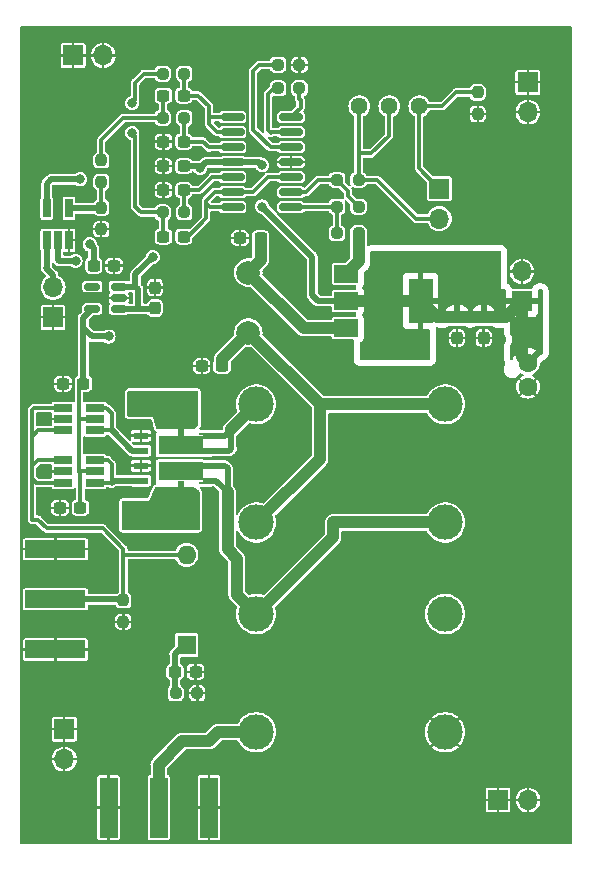
<source format=gtl>
G04 #@! TF.GenerationSoftware,KiCad,Pcbnew,7.0.10*
G04 #@! TF.CreationDate,2024-04-06T15:52:41-07:00*
G04 #@! TF.ProjectId,powerAmp,706f7765-7241-46d7-902e-6b696361645f,rev?*
G04 #@! TF.SameCoordinates,Original*
G04 #@! TF.FileFunction,Copper,L1,Top*
G04 #@! TF.FilePolarity,Positive*
%FSLAX46Y46*%
G04 Gerber Fmt 4.6, Leading zero omitted, Abs format (unit mm)*
G04 Created by KiCad (PCBNEW 7.0.10) date 2024-04-06 15:52:41*
%MOMM*%
%LPD*%
G01*
G04 APERTURE LIST*
G04 Aperture macros list*
%AMRoundRect*
0 Rectangle with rounded corners*
0 $1 Rounding radius*
0 $2 $3 $4 $5 $6 $7 $8 $9 X,Y pos of 4 corners*
0 Add a 4 corners polygon primitive as box body*
4,1,4,$2,$3,$4,$5,$6,$7,$8,$9,$2,$3,0*
0 Add four circle primitives for the rounded corners*
1,1,$1+$1,$2,$3*
1,1,$1+$1,$4,$5*
1,1,$1+$1,$6,$7*
1,1,$1+$1,$8,$9*
0 Add four rect primitives between the rounded corners*
20,1,$1+$1,$2,$3,$4,$5,0*
20,1,$1+$1,$4,$5,$6,$7,0*
20,1,$1+$1,$6,$7,$8,$9,0*
20,1,$1+$1,$8,$9,$2,$3,0*%
G04 Aperture macros list end*
G04 #@! TA.AperFunction,SMDPad,CuDef*
%ADD10R,0.650000X1.560000*%
G04 #@! TD*
G04 #@! TA.AperFunction,SMDPad,CuDef*
%ADD11RoundRect,0.237500X0.250000X0.237500X-0.250000X0.237500X-0.250000X-0.237500X0.250000X-0.237500X0*%
G04 #@! TD*
G04 #@! TA.AperFunction,ComponentPad*
%ADD12R,1.600000X1.600000*%
G04 #@! TD*
G04 #@! TA.AperFunction,ComponentPad*
%ADD13O,1.600000X1.600000*%
G04 #@! TD*
G04 #@! TA.AperFunction,SMDPad,CuDef*
%ADD14RoundRect,0.237500X-0.300000X-0.237500X0.300000X-0.237500X0.300000X0.237500X-0.300000X0.237500X0*%
G04 #@! TD*
G04 #@! TA.AperFunction,SMDPad,CuDef*
%ADD15RoundRect,0.150000X-0.825000X-0.150000X0.825000X-0.150000X0.825000X0.150000X-0.825000X0.150000X0*%
G04 #@! TD*
G04 #@! TA.AperFunction,SMDPad,CuDef*
%ADD16RoundRect,0.237500X-0.250000X-0.237500X0.250000X-0.237500X0.250000X0.237500X-0.250000X0.237500X0*%
G04 #@! TD*
G04 #@! TA.AperFunction,ComponentPad*
%ADD17R,1.700000X1.700000*%
G04 #@! TD*
G04 #@! TA.AperFunction,ComponentPad*
%ADD18O,1.700000X1.700000*%
G04 #@! TD*
G04 #@! TA.AperFunction,ComponentPad*
%ADD19C,1.600000*%
G04 #@! TD*
G04 #@! TA.AperFunction,SMDPad,CuDef*
%ADD20R,1.560000X0.650000*%
G04 #@! TD*
G04 #@! TA.AperFunction,SMDPad,CuDef*
%ADD21RoundRect,0.237500X-0.237500X0.250000X-0.237500X-0.250000X0.237500X-0.250000X0.237500X0.250000X0*%
G04 #@! TD*
G04 #@! TA.AperFunction,SMDPad,CuDef*
%ADD22R,2.000000X1.500000*%
G04 #@! TD*
G04 #@! TA.AperFunction,SMDPad,CuDef*
%ADD23R,2.000000X3.800000*%
G04 #@! TD*
G04 #@! TA.AperFunction,SMDPad,CuDef*
%ADD24R,1.500000X5.080000*%
G04 #@! TD*
G04 #@! TA.AperFunction,SMDPad,CuDef*
%ADD25R,1.270000X0.610000*%
G04 #@! TD*
G04 #@! TA.AperFunction,SMDPad,CuDef*
%ADD26R,0.710000X0.610000*%
G04 #@! TD*
G04 #@! TA.AperFunction,SMDPad,CuDef*
%ADD27R,0.310000X0.255000*%
G04 #@! TD*
G04 #@! TA.AperFunction,SMDPad,CuDef*
%ADD28R,3.810000X1.650000*%
G04 #@! TD*
G04 #@! TA.AperFunction,SMDPad,CuDef*
%ADD29RoundRect,0.237500X-0.237500X0.300000X-0.237500X-0.300000X0.237500X-0.300000X0.237500X0.300000X0*%
G04 #@! TD*
G04 #@! TA.AperFunction,SMDPad,CuDef*
%ADD30RoundRect,0.237500X0.237500X-0.250000X0.237500X0.250000X-0.237500X0.250000X-0.237500X-0.250000X0*%
G04 #@! TD*
G04 #@! TA.AperFunction,SMDPad,CuDef*
%ADD31RoundRect,0.237500X0.237500X-0.300000X0.237500X0.300000X-0.237500X0.300000X-0.237500X-0.300000X0*%
G04 #@! TD*
G04 #@! TA.AperFunction,SMDPad,CuDef*
%ADD32RoundRect,0.237500X0.300000X0.237500X-0.300000X0.237500X-0.300000X-0.237500X0.300000X-0.237500X0*%
G04 #@! TD*
G04 #@! TA.AperFunction,ComponentPad*
%ADD33C,3.000000*%
G04 #@! TD*
G04 #@! TA.AperFunction,ComponentPad*
%ADD34C,2.000000*%
G04 #@! TD*
G04 #@! TA.AperFunction,SMDPad,CuDef*
%ADD35R,5.080000X1.500000*%
G04 #@! TD*
G04 #@! TA.AperFunction,SMDPad,CuDef*
%ADD36RoundRect,0.150000X0.512500X0.150000X-0.512500X0.150000X-0.512500X-0.150000X0.512500X-0.150000X0*%
G04 #@! TD*
G04 #@! TA.AperFunction,ComponentPad*
%ADD37C,1.440000*%
G04 #@! TD*
G04 #@! TA.AperFunction,ViaPad*
%ADD38C,0.800000*%
G04 #@! TD*
G04 #@! TA.AperFunction,Conductor*
%ADD39C,0.500000*%
G04 #@! TD*
G04 #@! TA.AperFunction,Conductor*
%ADD40C,0.304800*%
G04 #@! TD*
G04 #@! TA.AperFunction,Conductor*
%ADD41C,1.000000*%
G04 #@! TD*
G04 APERTURE END LIST*
D10*
X67655000Y-84105000D03*
X68605000Y-84105000D03*
X69555000Y-84105000D03*
X69555000Y-81405000D03*
X67655000Y-81405000D03*
D11*
X80417500Y-122455000D03*
X78592500Y-122455000D03*
D12*
X79505000Y-118365000D03*
D13*
X79505000Y-110745000D03*
D14*
X78542500Y-120655000D03*
X80267500Y-120655000D03*
D15*
X83402400Y-73695000D03*
X83402400Y-74965000D03*
X83402400Y-76235000D03*
X83402400Y-77505000D03*
X83402400Y-78775000D03*
X83402400Y-80045000D03*
X83402400Y-81315000D03*
X88352400Y-81315000D03*
X88352400Y-80045000D03*
X88352400Y-78775000D03*
X88352400Y-77505000D03*
X88352400Y-76235000D03*
X88352400Y-74965000D03*
X88352400Y-73695000D03*
D14*
X80792500Y-94755000D03*
X82517500Y-94755000D03*
D16*
X92242500Y-81255000D03*
X94067500Y-81255000D03*
D17*
X69905000Y-68455000D03*
D18*
X72445000Y-68455000D03*
D17*
X108405000Y-70730000D03*
D18*
X108405000Y-73270000D03*
D16*
X92242500Y-79005000D03*
X94067500Y-79005000D03*
X77492500Y-70005000D03*
X79317500Y-70005000D03*
D19*
X108405000Y-94505000D03*
X108405000Y-96505000D03*
D20*
X69055000Y-98305000D03*
X69055000Y-99255000D03*
X69055000Y-100205000D03*
X71755000Y-100205000D03*
X71755000Y-99255000D03*
X71755000Y-98305000D03*
D21*
X72288400Y-77342500D03*
X72288400Y-79167500D03*
D17*
X69155000Y-125505000D03*
D18*
X69155000Y-128045000D03*
D17*
X68205000Y-90630000D03*
D18*
X68205000Y-88090000D03*
D17*
X107905000Y-89280000D03*
D18*
X107905000Y-86740000D03*
D22*
X93014400Y-86955600D03*
X93014400Y-89255600D03*
X93014400Y-91555600D03*
D23*
X99314400Y-89255600D03*
D24*
X77155000Y-132142500D03*
X81405000Y-132142500D03*
X72905000Y-132142500D03*
D25*
X75640000Y-100650000D03*
X75640000Y-101920000D03*
X75640000Y-103190000D03*
X75640000Y-104460000D03*
D26*
X81260000Y-104460000D03*
D27*
X80750000Y-104637000D03*
D26*
X81260000Y-103190000D03*
D28*
X79000000Y-103685000D03*
D26*
X81260000Y-101920000D03*
D27*
X80750000Y-100473000D03*
D26*
X81260000Y-100650000D03*
D28*
X79000000Y-101425000D03*
D17*
X105880000Y-131505000D03*
D18*
X108420000Y-131505000D03*
D29*
X76835000Y-88113700D03*
X76835000Y-89838700D03*
D11*
X94067500Y-83505000D03*
X92242500Y-83505000D03*
D14*
X77542500Y-77825600D03*
X79267500Y-77825600D03*
D30*
X104155000Y-73417500D03*
X104155000Y-71592500D03*
D11*
X89067500Y-71255000D03*
X87242500Y-71255000D03*
D31*
X102405000Y-92367500D03*
X102405000Y-90642500D03*
D14*
X68792500Y-106755000D03*
X70517500Y-106755000D03*
D11*
X89067500Y-69255000D03*
X87242500Y-69255000D03*
D32*
X73367500Y-86255000D03*
X71642500Y-86255000D03*
D11*
X79317500Y-73755000D03*
X77492500Y-73755000D03*
D32*
X79267500Y-75755000D03*
X77542500Y-75755000D03*
D11*
X79317500Y-81755000D03*
X77492500Y-81755000D03*
D32*
X79267500Y-79857600D03*
X77542500Y-79857600D03*
D14*
X84042500Y-83921600D03*
X85767500Y-83921600D03*
D33*
X101405000Y-98005000D03*
X85405000Y-98005000D03*
X101405000Y-108005000D03*
X85405000Y-108005000D03*
D34*
X84734400Y-86842600D03*
X84734400Y-91922600D03*
D30*
X74155000Y-116417500D03*
X74155000Y-114592500D03*
D31*
X104655000Y-92367500D03*
X104655000Y-90642500D03*
D20*
X69055000Y-102732800D03*
X69055000Y-103682800D03*
X69055000Y-104632800D03*
X71755000Y-104632800D03*
X71755000Y-103682800D03*
X71755000Y-102732800D03*
D14*
X77542500Y-71856600D03*
X79267500Y-71856600D03*
D21*
X72288400Y-81342500D03*
X72288400Y-83167500D03*
D35*
X68405000Y-114505000D03*
X68405000Y-118755000D03*
X68405000Y-110255000D03*
D14*
X77542500Y-83794600D03*
X79267500Y-83794600D03*
D17*
X100905000Y-79730000D03*
D18*
X100905000Y-82270000D03*
D14*
X69042500Y-96255000D03*
X70767500Y-96255000D03*
D33*
X101405000Y-115755000D03*
X85405000Y-115755000D03*
X101405000Y-125755000D03*
X85405000Y-125755000D03*
D36*
X73781500Y-89926200D03*
X73781500Y-88976200D03*
X73781500Y-88026200D03*
X71506500Y-88026200D03*
X71506500Y-89926200D03*
D37*
X99205000Y-72755000D03*
X96665000Y-72755000D03*
X94125000Y-72755000D03*
D38*
X72905000Y-92255000D03*
X67005000Y-77955000D03*
X73005000Y-72855000D03*
X67505000Y-71555000D03*
X70105000Y-85855000D03*
X71305000Y-84455000D03*
X70505000Y-78955000D03*
X86605000Y-103355000D03*
X72905000Y-128005000D03*
X77155000Y-126005000D03*
X73705000Y-98055000D03*
X81405000Y-112255000D03*
X76155000Y-78755000D03*
X79155000Y-132255000D03*
X72405000Y-112005000D03*
X104155000Y-75005000D03*
X72655000Y-116005000D03*
X90905000Y-69255000D03*
X75155000Y-132005000D03*
X67405000Y-105755000D03*
X72205000Y-97155000D03*
X75305000Y-109355000D03*
X92655000Y-77255000D03*
X86405000Y-111005000D03*
X106155000Y-92505000D03*
X91655000Y-112005000D03*
X72005000Y-107255000D03*
X72605000Y-101455000D03*
X74405000Y-91455000D03*
X85155000Y-101005000D03*
X74305000Y-99855000D03*
X78405000Y-88005000D03*
X72405000Y-110255000D03*
X104155000Y-78505000D03*
X73905000Y-102655000D03*
X73655000Y-82755000D03*
X67405000Y-99255000D03*
X67405000Y-96355000D03*
X82405000Y-84005000D03*
X101655000Y-110755000D03*
X90905000Y-73255000D03*
X97405000Y-77505000D03*
X104155000Y-82505000D03*
X67405000Y-103755000D03*
X75655000Y-116505000D03*
X101155000Y-93255000D03*
X76155000Y-76755000D03*
X74655000Y-85255000D03*
X80405000Y-128505000D03*
X90405000Y-77505000D03*
X103905000Y-112755000D03*
X80655000Y-125005000D03*
X72405000Y-119005000D03*
X75405000Y-113005000D03*
X72655000Y-113505000D03*
X98655000Y-86255000D03*
X101405000Y-87505000D03*
X101405000Y-89005000D03*
X104155000Y-89005000D03*
X95155000Y-88005000D03*
X96655000Y-86505000D03*
X95405000Y-86755000D03*
X105655000Y-86005000D03*
X99655000Y-85505000D03*
X104155000Y-87505000D03*
X96655000Y-88005000D03*
X96905000Y-93505000D03*
X96655000Y-90505000D03*
X96905000Y-92005000D03*
X85905000Y-81255000D03*
X97905000Y-85505000D03*
X95155000Y-90505000D03*
X102655000Y-87505000D03*
X104155000Y-86005000D03*
X76655000Y-85505000D03*
X95905000Y-85505000D03*
X80655000Y-78005000D03*
X107905000Y-92255000D03*
X101405000Y-86005000D03*
X107905000Y-91255000D03*
X102655000Y-86005000D03*
X94655000Y-93505000D03*
X105655000Y-87505000D03*
X85905000Y-77755000D03*
X95155000Y-92005000D03*
X105655000Y-89005000D03*
X102655000Y-89005000D03*
X98905000Y-93505000D03*
X74905000Y-72505000D03*
X74905000Y-75005000D03*
X76105000Y-97455000D03*
X76905000Y-98455000D03*
X79905000Y-98255000D03*
X79005000Y-98855000D03*
X77305000Y-97455000D03*
X80005000Y-99355000D03*
X75305000Y-98155000D03*
X79305000Y-97455000D03*
X78305000Y-97755000D03*
X77805000Y-98855000D03*
X78705000Y-107755000D03*
X78705000Y-106455000D03*
X80005000Y-107755000D03*
X80005000Y-106555000D03*
X77505000Y-107755000D03*
X77505000Y-106455000D03*
X76205000Y-106755000D03*
X74805000Y-107755000D03*
X76205000Y-107755000D03*
X74805000Y-106655000D03*
D39*
X71467500Y-92255000D02*
X70767500Y-91555000D01*
X70767500Y-91555000D02*
X70767500Y-96255000D01*
X70767500Y-90665200D02*
X70767500Y-91555000D01*
X72905000Y-92255000D02*
X71467500Y-92255000D01*
X78542500Y-122405000D02*
X78592500Y-122455000D01*
X78542500Y-120655000D02*
X78542500Y-122405000D01*
X78542500Y-119192500D02*
X78542500Y-120655000D01*
X78505000Y-119155000D02*
X78542500Y-119192500D01*
X79295000Y-118365000D02*
X78505000Y-119155000D01*
X79505000Y-118365000D02*
X79295000Y-118365000D01*
X68605000Y-85755000D02*
X68605000Y-84105000D01*
X68705000Y-85855000D02*
X68605000Y-85755000D01*
X70105000Y-85855000D02*
X68705000Y-85855000D01*
D40*
X74265000Y-110745000D02*
X79505000Y-110745000D01*
X74155000Y-110855000D02*
X74265000Y-110745000D01*
X74155000Y-110855000D02*
X74155000Y-110255000D01*
X74155000Y-114592500D02*
X74155000Y-110855000D01*
D39*
X68205000Y-87055000D02*
X67605000Y-86455000D01*
X67605000Y-86455000D02*
X67655000Y-86405000D01*
X68205000Y-88090000D02*
X68205000Y-87055000D01*
X67655000Y-86405000D02*
X67655000Y-84105000D01*
X67655000Y-79305000D02*
X67655000Y-81405000D01*
X68005000Y-78955000D02*
X67655000Y-79305000D01*
X70505000Y-78955000D02*
X68005000Y-78955000D01*
X71642500Y-84792500D02*
X71305000Y-84455000D01*
X71642500Y-86255000D02*
X71642500Y-84792500D01*
X72225900Y-81405000D02*
X72288400Y-81342500D01*
X69555000Y-81405000D02*
X72225900Y-81405000D01*
D40*
X70767500Y-96255000D02*
X70405000Y-96617500D01*
D39*
X71506500Y-89926200D02*
X70767500Y-90665200D01*
D40*
X70670200Y-103682800D02*
X71755000Y-103682800D01*
X70405000Y-103723000D02*
X70517500Y-103835500D01*
X70517500Y-103835500D02*
X70670200Y-103682800D01*
X70405000Y-99255000D02*
X71755000Y-99255000D01*
X70517500Y-106755000D02*
X70517500Y-103835500D01*
X70405000Y-99255000D02*
X70405000Y-103723000D01*
X70405000Y-96617500D02*
X70405000Y-99255000D01*
D41*
X99314400Y-89255600D02*
X93014400Y-89255600D01*
D39*
X76747500Y-89926200D02*
X76835000Y-89838700D01*
D41*
X102405000Y-90642500D02*
X100701300Y-90642500D01*
X102405000Y-90642500D02*
X104655000Y-90642500D01*
D39*
X73781500Y-89926200D02*
X75405000Y-89926200D01*
D41*
X104655000Y-90642500D02*
X106542500Y-90642500D01*
D39*
X75176200Y-88026200D02*
X75405000Y-88255000D01*
D41*
X100701300Y-90642500D02*
X99314400Y-89255600D01*
D39*
X90155000Y-85505000D02*
X90155000Y-88755000D01*
D41*
X107905000Y-89280000D02*
X107905000Y-91255000D01*
D39*
X75176200Y-88026200D02*
X75176200Y-86983800D01*
X75405000Y-88255000D02*
X75405000Y-89926200D01*
D41*
X107905000Y-92755000D02*
X107905000Y-94005000D01*
D39*
X83402400Y-77505000D02*
X85655000Y-77505000D01*
X75405000Y-89926200D02*
X76747500Y-89926200D01*
D41*
X107905000Y-94005000D02*
X108405000Y-94505000D01*
X106542500Y-90642500D02*
X107905000Y-89280000D01*
D39*
X80834400Y-77825600D02*
X81155000Y-77505000D01*
X90655600Y-89255600D02*
X93014400Y-89255600D01*
X85905000Y-81255000D02*
X90155000Y-85505000D01*
X90155000Y-88755000D02*
X90655600Y-89255600D01*
X79267500Y-77825600D02*
X80834400Y-77825600D01*
X73781500Y-88026200D02*
X75176200Y-88026200D01*
D41*
X107905000Y-91255000D02*
X107905000Y-92755000D01*
D39*
X85655000Y-77505000D02*
X85905000Y-77755000D01*
X75176200Y-86983800D02*
X76655000Y-85505000D01*
X81155000Y-77505000D02*
X83402400Y-77505000D01*
D41*
X82517500Y-94755000D02*
X82517500Y-94139500D01*
X84734400Y-91922600D02*
X90816800Y-98005000D01*
X90816800Y-102593200D02*
X90816800Y-98005000D01*
X82517500Y-94139500D02*
X84734400Y-91922600D01*
X85405000Y-108005000D02*
X90816800Y-102593200D01*
X90816800Y-98005000D02*
X101405000Y-98005000D01*
D40*
X72288400Y-75621600D02*
X74155000Y-73755000D01*
X72288400Y-77342500D02*
X72288400Y-75621600D01*
X74155000Y-73755000D02*
X77492500Y-73755000D01*
X77492500Y-71906600D02*
X77542500Y-71856600D01*
X77492500Y-73755000D02*
X77492500Y-71906600D01*
X83402400Y-74965000D02*
X82115000Y-74965000D01*
X80506600Y-71856600D02*
X81405000Y-72755000D01*
X82115000Y-74965000D02*
X81405000Y-74255000D01*
X81405000Y-73505000D02*
X81595000Y-73695000D01*
X79317500Y-70005000D02*
X79317500Y-71806600D01*
X79317500Y-71806600D02*
X79267500Y-71856600D01*
X79267500Y-71856600D02*
X80506600Y-71856600D01*
X81405000Y-73255000D02*
X81405000Y-73505000D01*
X81595000Y-73695000D02*
X83402400Y-73695000D01*
X81405000Y-72755000D02*
X81405000Y-73255000D01*
X81405000Y-74255000D02*
X81405000Y-73255000D01*
X79317500Y-81755000D02*
X79317500Y-79907600D01*
X81655000Y-78755000D02*
X81675000Y-78775000D01*
X79317500Y-79907600D02*
X79267500Y-79857600D01*
X79267500Y-79857600D02*
X80552400Y-79857600D01*
X80552400Y-79857600D02*
X81655000Y-78755000D01*
X81675000Y-78775000D02*
X83402400Y-78775000D01*
X81425000Y-76235000D02*
X83402400Y-76235000D01*
X79317500Y-73755000D02*
X79317500Y-75705000D01*
X79267500Y-75755000D02*
X80905000Y-75755000D01*
X81405000Y-76255000D02*
X81425000Y-76235000D01*
X79317500Y-75705000D02*
X79267500Y-75755000D01*
X80905000Y-75755000D02*
X81405000Y-76255000D01*
X77492500Y-81755000D02*
X75655000Y-81755000D01*
X75155000Y-70755000D02*
X75905000Y-70005000D01*
X75155000Y-81255000D02*
X75155000Y-75255000D01*
X77542500Y-83794600D02*
X77542500Y-81805000D01*
X75155000Y-75255000D02*
X74905000Y-75005000D01*
X77542500Y-81805000D02*
X77492500Y-81755000D01*
X75655000Y-81755000D02*
X75155000Y-81255000D01*
X75905000Y-70005000D02*
X77492500Y-70005000D01*
X74905000Y-72505000D02*
X75155000Y-72255000D01*
X75155000Y-72255000D02*
X75155000Y-70755000D01*
X81465000Y-81315000D02*
X81155000Y-81005000D01*
X81155000Y-82255000D02*
X81155000Y-81005000D01*
X83402400Y-81315000D02*
X81465000Y-81315000D01*
X81945000Y-80045000D02*
X83402400Y-80045000D01*
X81155000Y-81005000D02*
X81155000Y-80755000D01*
X81905000Y-80005000D02*
X81945000Y-80045000D01*
X79615400Y-83794600D02*
X81155000Y-82255000D01*
X85115000Y-80045000D02*
X86405000Y-78755000D01*
X83402400Y-80045000D02*
X85115000Y-80045000D01*
X79267500Y-83794600D02*
X79615400Y-83794600D01*
X81155000Y-80755000D02*
X81905000Y-80005000D01*
X86425000Y-78775000D02*
X88352400Y-78775000D01*
X86405000Y-78755000D02*
X86425000Y-78775000D01*
X72288400Y-79167500D02*
X72288400Y-81342500D01*
X72215900Y-81270000D02*
X72288400Y-81342500D01*
D41*
X83980000Y-99430000D02*
X83280000Y-100130000D01*
D39*
X83305000Y-101755000D02*
X83280000Y-101730000D01*
X81260000Y-100650000D02*
X82760000Y-100650000D01*
X81260000Y-101920000D02*
X83140000Y-101920000D01*
D41*
X85405000Y-98005000D02*
X83980000Y-99430000D01*
D39*
X82760000Y-100650000D02*
X83980000Y-99430000D01*
X83280000Y-101730000D02*
X83280000Y-100130000D01*
X83140000Y-101920000D02*
X83305000Y-101755000D01*
D41*
X91915000Y-108005000D02*
X91915000Y-109245000D01*
D39*
X82975000Y-103425000D02*
X82975000Y-105455000D01*
D41*
X83755000Y-114105000D02*
X85405000Y-115755000D01*
X91915000Y-109245000D02*
X85405000Y-115755000D01*
D39*
X81260000Y-103190000D02*
X82740000Y-103190000D01*
X81980000Y-104460000D02*
X82975000Y-105455000D01*
D41*
X83755000Y-111065000D02*
X83755000Y-114105000D01*
X101405000Y-108005000D02*
X91915000Y-108005000D01*
D39*
X82740000Y-103190000D02*
X82975000Y-103425000D01*
D41*
X82975000Y-105455000D02*
X82975000Y-110285000D01*
X82975000Y-110285000D02*
X83755000Y-111065000D01*
D39*
X81260000Y-104460000D02*
X81980000Y-104460000D01*
X75640000Y-101920000D02*
X74870000Y-101920000D01*
D40*
X73155000Y-98755000D02*
X73155000Y-100205000D01*
D39*
X74870000Y-101920000D02*
X73155000Y-100205000D01*
D40*
X71755000Y-100205000D02*
X73155000Y-100205000D01*
X71755000Y-98305000D02*
X72705000Y-98305000D01*
X72705000Y-98305000D02*
X73155000Y-98755000D01*
X71755000Y-102732800D02*
X72839800Y-102732800D01*
X73155000Y-103048000D02*
X73155000Y-104632800D01*
D39*
X75640000Y-104460000D02*
X73327800Y-104460000D01*
D40*
X71755000Y-104632800D02*
X73155000Y-104632800D01*
X72839800Y-102732800D02*
X73155000Y-103048000D01*
D39*
X73327800Y-104460000D02*
X73155000Y-104632800D01*
D40*
X88352400Y-81315000D02*
X92182500Y-81315000D01*
X92182500Y-81315000D02*
X92242500Y-81255000D01*
X92242500Y-81255000D02*
X92242500Y-83505000D01*
X99205000Y-78030000D02*
X100905000Y-79730000D01*
X101155000Y-72755000D02*
X102317500Y-71592500D01*
X99205000Y-72755000D02*
X99205000Y-78030000D01*
X102317500Y-71592500D02*
X104155000Y-71592500D01*
X99205000Y-72755000D02*
X101155000Y-72755000D01*
X89615000Y-80045000D02*
X90655000Y-79005000D01*
X90655000Y-79005000D02*
X92242500Y-79005000D01*
X93155000Y-79917500D02*
X93155000Y-80342500D01*
X88352400Y-80045000D02*
X89615000Y-80045000D01*
X93155000Y-80342500D02*
X94067500Y-81255000D01*
X92242500Y-79005000D02*
X93155000Y-79917500D01*
X95155000Y-76755000D02*
X94067500Y-76755000D01*
X94067500Y-76755000D02*
X94067500Y-72812500D01*
X100905000Y-82270000D02*
X98920000Y-82270000D01*
X94067500Y-79005000D02*
X94067500Y-76755000D01*
X98920000Y-82270000D02*
X95655000Y-79005000D01*
X96665000Y-75245000D02*
X95155000Y-76755000D01*
X96665000Y-72755000D02*
X96665000Y-75245000D01*
X94067500Y-72812500D02*
X94125000Y-72755000D01*
X95655000Y-79005000D02*
X94067500Y-79005000D01*
X89067500Y-72167500D02*
X89067500Y-71255000D01*
X89155000Y-72892400D02*
X89155000Y-72255000D01*
X89155000Y-72255000D02*
X89067500Y-72167500D01*
X88352400Y-73695000D02*
X89155000Y-72892400D01*
X86695000Y-74965000D02*
X88352400Y-74965000D01*
X86405000Y-74755000D02*
X86655000Y-75005000D01*
X86405000Y-71755000D02*
X86405000Y-74755000D01*
X87242500Y-71255000D02*
X86905000Y-71255000D01*
X86905000Y-71255000D02*
X86405000Y-71755000D01*
X86655000Y-75005000D02*
X86695000Y-74965000D01*
X85155000Y-69755000D02*
X85655000Y-69255000D01*
X85155000Y-74755000D02*
X85155000Y-69755000D01*
X85655000Y-69255000D02*
X87242500Y-69255000D01*
X86635000Y-76235000D02*
X85155000Y-74755000D01*
X88352400Y-76235000D02*
X86635000Y-76235000D01*
D41*
X84734400Y-86842600D02*
X85767500Y-85809500D01*
X85767500Y-85809500D02*
X85767500Y-83921600D01*
X93014400Y-91555600D02*
X89447400Y-91555600D01*
X89447400Y-91555600D02*
X84734400Y-86842600D01*
X81415000Y-126505000D02*
X79155000Y-126505000D01*
X79155000Y-126505000D02*
X77155000Y-128505000D01*
X81415000Y-126505000D02*
X82165000Y-125755000D01*
X82165000Y-125755000D02*
X85405000Y-125755000D01*
X77155000Y-128505000D02*
X77155000Y-132142500D01*
D40*
X66782800Y-104632800D02*
X66405000Y-104255000D01*
X69055000Y-104632800D02*
X66782800Y-104632800D01*
X69055000Y-100205000D02*
X66955000Y-100205000D01*
X66405000Y-103255000D02*
X66405000Y-104255000D01*
X74155000Y-110255000D02*
X72405000Y-108505000D01*
X66955000Y-100205000D02*
X66405000Y-100755000D01*
X67655000Y-108505000D02*
X66905000Y-107755000D01*
X66405000Y-107755000D02*
X66405000Y-104255000D01*
X74067500Y-114505000D02*
X74155000Y-114592500D01*
X69055000Y-102732800D02*
X66927200Y-102732800D01*
X66605000Y-98305000D02*
X66405000Y-98505000D01*
X69055000Y-98305000D02*
X66605000Y-98305000D01*
X72405000Y-108505000D02*
X67655000Y-108505000D01*
X66405000Y-100755000D02*
X66405000Y-103255000D01*
X66905000Y-107755000D02*
X66405000Y-107755000D01*
D39*
X68405000Y-114505000D02*
X74067500Y-114505000D01*
D40*
X66927200Y-102732800D02*
X66405000Y-103255000D01*
X66405000Y-98505000D02*
X66405000Y-100755000D01*
D41*
X94067500Y-83505000D02*
X94067500Y-85902500D01*
X94067500Y-85902500D02*
X93014400Y-86955600D01*
G04 #@! TA.AperFunction,Conductor*
G36*
X68057777Y-103104607D02*
G01*
X68081901Y-103129698D01*
X68097636Y-103153247D01*
X68114245Y-103212136D01*
X68097638Y-103263248D01*
X68086604Y-103279761D01*
X68086603Y-103279763D01*
X68075000Y-103338099D01*
X68075000Y-103582799D01*
X68075001Y-103582800D01*
X69056000Y-103582800D01*
X69114191Y-103601707D01*
X69150155Y-103651207D01*
X69155000Y-103681800D01*
X69155000Y-103683800D01*
X69136093Y-103741991D01*
X69086593Y-103777955D01*
X69056000Y-103782800D01*
X68075001Y-103782800D01*
X68075000Y-103782801D01*
X68075000Y-104027500D01*
X68086603Y-104085836D01*
X68086604Y-104085838D01*
X68097637Y-104102350D01*
X68114245Y-104161238D01*
X68097637Y-104212350D01*
X68081902Y-104235900D01*
X68033853Y-104273780D01*
X67999586Y-104279900D01*
X66969984Y-104279900D01*
X66911793Y-104260993D01*
X66899980Y-104250904D01*
X66786896Y-104137820D01*
X66759119Y-104083303D01*
X66757900Y-104067816D01*
X66757900Y-103442184D01*
X66776807Y-103383993D01*
X66786896Y-103372180D01*
X67044380Y-103114696D01*
X67098897Y-103086919D01*
X67114384Y-103085700D01*
X67999586Y-103085700D01*
X68057777Y-103104607D01*
G37*
G04 #@! TD.AperFunction*
G04 #@! TA.AperFunction,Conductor*
G36*
X68057777Y-98676807D02*
G01*
X68081901Y-98701898D01*
X68097636Y-98725447D01*
X68114245Y-98784336D01*
X68097638Y-98835448D01*
X68086604Y-98851961D01*
X68086603Y-98851963D01*
X68075000Y-98910299D01*
X68075000Y-99154999D01*
X68075001Y-99155000D01*
X69056000Y-99155000D01*
X69114191Y-99173907D01*
X69150155Y-99223407D01*
X69155000Y-99254000D01*
X69155000Y-99256000D01*
X69136093Y-99314191D01*
X69086593Y-99350155D01*
X69056000Y-99355000D01*
X68075001Y-99355000D01*
X68075000Y-99355001D01*
X68075000Y-99599700D01*
X68086603Y-99658036D01*
X68086604Y-99658038D01*
X68097637Y-99674550D01*
X68114245Y-99733438D01*
X68097637Y-99784550D01*
X68081902Y-99808100D01*
X68033853Y-99845980D01*
X67999586Y-99852100D01*
X67001867Y-99852100D01*
X66981552Y-99849993D01*
X66969785Y-99847526D01*
X66939189Y-99851340D01*
X66926944Y-99852100D01*
X66925754Y-99852100D01*
X66906124Y-99855375D01*
X66902081Y-99855964D01*
X66869149Y-99860070D01*
X66809066Y-99848508D01*
X66767254Y-99803838D01*
X66757900Y-99761831D01*
X66757900Y-98756900D01*
X66776807Y-98698709D01*
X66826307Y-98662745D01*
X66856900Y-98657900D01*
X67999586Y-98657900D01*
X68057777Y-98676807D01*
G37*
G04 #@! TD.AperFunction*
G04 #@! TA.AperFunction,Conductor*
G36*
X112113691Y-66024407D02*
G01*
X112149655Y-66073907D01*
X112154500Y-66104500D01*
X112154500Y-135155500D01*
X112135593Y-135213691D01*
X112086093Y-135249655D01*
X112055500Y-135254500D01*
X65504500Y-135254500D01*
X65446309Y-135235593D01*
X65410345Y-135186093D01*
X65405500Y-135155500D01*
X65405500Y-134702200D01*
X71955000Y-134702200D01*
X71966603Y-134760536D01*
X72010806Y-134826689D01*
X72010810Y-134826693D01*
X72076963Y-134870896D01*
X72135299Y-134882499D01*
X72135303Y-134882500D01*
X72804999Y-134882500D01*
X72805000Y-134882499D01*
X73005000Y-134882499D01*
X73005001Y-134882500D01*
X73674697Y-134882500D01*
X73674700Y-134882499D01*
X73733036Y-134870896D01*
X73799189Y-134826693D01*
X73799193Y-134826689D01*
X73843396Y-134760536D01*
X73854990Y-134702246D01*
X76204500Y-134702246D01*
X76204501Y-134702258D01*
X76216094Y-134760536D01*
X76216133Y-134760731D01*
X76260448Y-134827052D01*
X76326769Y-134871367D01*
X76371231Y-134880211D01*
X76385241Y-134882998D01*
X76385246Y-134882998D01*
X76385252Y-134883000D01*
X76385253Y-134883000D01*
X77924747Y-134883000D01*
X77924748Y-134883000D01*
X77983231Y-134871367D01*
X78049552Y-134827052D01*
X78093867Y-134760731D01*
X78105500Y-134702248D01*
X78105500Y-134702200D01*
X80455000Y-134702200D01*
X80466603Y-134760536D01*
X80510806Y-134826689D01*
X80510810Y-134826693D01*
X80576963Y-134870896D01*
X80635299Y-134882499D01*
X80635303Y-134882500D01*
X81304999Y-134882500D01*
X81305000Y-134882499D01*
X81505000Y-134882499D01*
X81505001Y-134882500D01*
X82174697Y-134882500D01*
X82174700Y-134882499D01*
X82233036Y-134870896D01*
X82299189Y-134826693D01*
X82299193Y-134826689D01*
X82343396Y-134760536D01*
X82354999Y-134702200D01*
X82355000Y-134702197D01*
X82355000Y-132374700D01*
X104830000Y-132374700D01*
X104841603Y-132433036D01*
X104885806Y-132499189D01*
X104885810Y-132499193D01*
X104951963Y-132543396D01*
X105010299Y-132554999D01*
X105010303Y-132555000D01*
X105779999Y-132555000D01*
X105780000Y-132554999D01*
X105780000Y-131995764D01*
X105844237Y-132005000D01*
X105915763Y-132005000D01*
X105980000Y-131995764D01*
X105980000Y-132554999D01*
X105980001Y-132555000D01*
X106749697Y-132555000D01*
X106749700Y-132554999D01*
X106808036Y-132543396D01*
X106874189Y-132499193D01*
X106874193Y-132499189D01*
X106918396Y-132433036D01*
X106929999Y-132374700D01*
X106930000Y-132374697D01*
X106930000Y-131605001D01*
X106929999Y-131605000D01*
X107374767Y-131605000D01*
X107385190Y-131710831D01*
X107385191Y-131710836D01*
X107445232Y-131908762D01*
X107445234Y-131908767D01*
X107542724Y-132091160D01*
X107542731Y-132091170D01*
X107673940Y-132251050D01*
X107673949Y-132251059D01*
X107833829Y-132382268D01*
X107833839Y-132382275D01*
X108016232Y-132479765D01*
X108016237Y-132479767D01*
X108214166Y-132539808D01*
X108319998Y-132550231D01*
X108320000Y-132550230D01*
X108320000Y-131995764D01*
X108384237Y-132005000D01*
X108455763Y-132005000D01*
X108520000Y-131995764D01*
X108520000Y-132550230D01*
X108520001Y-132550231D01*
X108625833Y-132539808D01*
X108823762Y-132479767D01*
X108823767Y-132479765D01*
X109006160Y-132382275D01*
X109006170Y-132382268D01*
X109166050Y-132251059D01*
X109166059Y-132251050D01*
X109297268Y-132091170D01*
X109297275Y-132091160D01*
X109394765Y-131908767D01*
X109394767Y-131908762D01*
X109454808Y-131710836D01*
X109454809Y-131710831D01*
X109465232Y-131605000D01*
X108911746Y-131605000D01*
X108920000Y-131576889D01*
X108920000Y-131433111D01*
X108911746Y-131405000D01*
X109465232Y-131405000D01*
X109465232Y-131404999D01*
X109454809Y-131299168D01*
X109454808Y-131299163D01*
X109394767Y-131101237D01*
X109394765Y-131101232D01*
X109297275Y-130918839D01*
X109297268Y-130918829D01*
X109166059Y-130758949D01*
X109166050Y-130758940D01*
X109006170Y-130627731D01*
X109006160Y-130627724D01*
X108823767Y-130530234D01*
X108823762Y-130530232D01*
X108625836Y-130470191D01*
X108625831Y-130470190D01*
X108520000Y-130459767D01*
X108520000Y-131014235D01*
X108455763Y-131005000D01*
X108384237Y-131005000D01*
X108320000Y-131014235D01*
X108320000Y-130459767D01*
X108319999Y-130459767D01*
X108214168Y-130470190D01*
X108214163Y-130470191D01*
X108016237Y-130530232D01*
X108016232Y-130530234D01*
X107833839Y-130627724D01*
X107833829Y-130627731D01*
X107673949Y-130758940D01*
X107673940Y-130758949D01*
X107542731Y-130918829D01*
X107542724Y-130918839D01*
X107445234Y-131101232D01*
X107445232Y-131101237D01*
X107385191Y-131299163D01*
X107385190Y-131299168D01*
X107374767Y-131404999D01*
X107374768Y-131405000D01*
X107928254Y-131405000D01*
X107920000Y-131433111D01*
X107920000Y-131576889D01*
X107928254Y-131605000D01*
X107374767Y-131605000D01*
X106929999Y-131605000D01*
X106371746Y-131605000D01*
X106380000Y-131576889D01*
X106380000Y-131433111D01*
X106371746Y-131405000D01*
X106929999Y-131405000D01*
X106930000Y-131404999D01*
X106930000Y-130635302D01*
X106929999Y-130635299D01*
X106918396Y-130576963D01*
X106874193Y-130510810D01*
X106874189Y-130510806D01*
X106808036Y-130466603D01*
X106749700Y-130455000D01*
X105980001Y-130455000D01*
X105980000Y-130455001D01*
X105980000Y-131014235D01*
X105915763Y-131005000D01*
X105844237Y-131005000D01*
X105780000Y-131014235D01*
X105780000Y-130455001D01*
X105779999Y-130455000D01*
X105010299Y-130455000D01*
X104951963Y-130466603D01*
X104885810Y-130510806D01*
X104885806Y-130510810D01*
X104841603Y-130576963D01*
X104830000Y-130635299D01*
X104830000Y-131404999D01*
X104830001Y-131405000D01*
X105388254Y-131405000D01*
X105380000Y-131433111D01*
X105380000Y-131576889D01*
X105388254Y-131605000D01*
X104830001Y-131605000D01*
X104830000Y-131605001D01*
X104830000Y-132374700D01*
X82355000Y-132374700D01*
X82355000Y-132242501D01*
X82354999Y-132242500D01*
X81505001Y-132242500D01*
X81505000Y-132242501D01*
X81505000Y-134882499D01*
X81305000Y-134882499D01*
X81305000Y-132242501D01*
X81304999Y-132242500D01*
X80455001Y-132242500D01*
X80455000Y-132242501D01*
X80455000Y-134702200D01*
X78105500Y-134702200D01*
X78105500Y-132042499D01*
X80455000Y-132042499D01*
X80455001Y-132042500D01*
X81304999Y-132042500D01*
X81305000Y-132042499D01*
X81505000Y-132042499D01*
X81505001Y-132042500D01*
X82354999Y-132042500D01*
X82355000Y-132042499D01*
X82355000Y-129582802D01*
X82354999Y-129582799D01*
X82343396Y-129524463D01*
X82299193Y-129458310D01*
X82299189Y-129458306D01*
X82233036Y-129414103D01*
X82174700Y-129402500D01*
X81505001Y-129402500D01*
X81505000Y-129402501D01*
X81505000Y-132042499D01*
X81305000Y-132042499D01*
X81305000Y-129402501D01*
X81304999Y-129402500D01*
X80635299Y-129402500D01*
X80576963Y-129414103D01*
X80510810Y-129458306D01*
X80510806Y-129458310D01*
X80466603Y-129524463D01*
X80455000Y-129582799D01*
X80455000Y-132042499D01*
X78105500Y-132042499D01*
X78105500Y-129582752D01*
X78093867Y-129524269D01*
X78049552Y-129457948D01*
X78049548Y-129457945D01*
X77983233Y-129413634D01*
X77983231Y-129413633D01*
X77983228Y-129413632D01*
X77983227Y-129413632D01*
X77935184Y-129404075D01*
X77881801Y-129374178D01*
X77856186Y-129318612D01*
X77855500Y-129306978D01*
X77855500Y-128836165D01*
X77874407Y-128777974D01*
X77884496Y-128766161D01*
X79416161Y-127234496D01*
X79470678Y-127206719D01*
X79486165Y-127205500D01*
X81390845Y-127205500D01*
X81396822Y-127205680D01*
X81413982Y-127206719D01*
X81457605Y-127209358D01*
X81457605Y-127209357D01*
X81457606Y-127209358D01*
X81517539Y-127198374D01*
X81523419Y-127197479D01*
X81583872Y-127190140D01*
X81595462Y-127185744D01*
X81612725Y-127180931D01*
X81624932Y-127178695D01*
X81680487Y-127153690D01*
X81686003Y-127151407D01*
X81687896Y-127150689D01*
X81742930Y-127129818D01*
X81753142Y-127122768D01*
X81768750Y-127113965D01*
X81780057Y-127108878D01*
X81780057Y-127108877D01*
X81780059Y-127108877D01*
X81827995Y-127071321D01*
X81832813Y-127067775D01*
X81882929Y-127033183D01*
X81923312Y-126987598D01*
X81927395Y-126983261D01*
X82426162Y-126484496D01*
X82480678Y-126456719D01*
X82496165Y-126455500D01*
X83788708Y-126455500D01*
X83846899Y-126474407D01*
X83874445Y-126505000D01*
X83996043Y-126715615D01*
X83996047Y-126715620D01*
X84154940Y-126914866D01*
X84154951Y-126914878D01*
X84341776Y-127088226D01*
X84341778Y-127088227D01*
X84341783Y-127088232D01*
X84552366Y-127231805D01*
X84781996Y-127342389D01*
X85025542Y-127417513D01*
X85277565Y-127455500D01*
X85277570Y-127455500D01*
X85532430Y-127455500D01*
X85532435Y-127455500D01*
X85784458Y-127417513D01*
X86028004Y-127342389D01*
X86257634Y-127231805D01*
X86468217Y-127088232D01*
X86655050Y-126914877D01*
X86813959Y-126715612D01*
X86941393Y-126494888D01*
X87034508Y-126257637D01*
X87091222Y-126009157D01*
X87110268Y-125755002D01*
X99700233Y-125755002D01*
X99719273Y-126009076D01*
X99719275Y-126009086D01*
X99775970Y-126257487D01*
X99775970Y-126257489D01*
X99869055Y-126494664D01*
X99869064Y-126494683D01*
X99996451Y-126715322D01*
X99996456Y-126715330D01*
X100132567Y-126886008D01*
X100915672Y-126102902D01*
X100977075Y-126182925D01*
X101057094Y-126244326D01*
X100275433Y-127025988D01*
X100342092Y-127087838D01*
X100552624Y-127231375D01*
X100782176Y-127341922D01*
X101025649Y-127417023D01*
X101025659Y-127417025D01*
X101277599Y-127454999D01*
X101277608Y-127455000D01*
X101532392Y-127455000D01*
X101532400Y-127454999D01*
X101784340Y-127417025D01*
X101784350Y-127417023D01*
X102027823Y-127341921D01*
X102257376Y-127231375D01*
X102467907Y-127087838D01*
X102534565Y-127025988D01*
X101752903Y-126244326D01*
X101832925Y-126182925D01*
X101894327Y-126102904D01*
X102677431Y-126886008D01*
X102813544Y-126715330D01*
X102940935Y-126494683D01*
X102940944Y-126494664D01*
X103034029Y-126257489D01*
X103034029Y-126257487D01*
X103090724Y-126009086D01*
X103090726Y-126009076D01*
X103109767Y-125755002D01*
X103109767Y-125754997D01*
X103090726Y-125500923D01*
X103090724Y-125500913D01*
X103034029Y-125252512D01*
X103034029Y-125252510D01*
X102940944Y-125015335D01*
X102940935Y-125015316D01*
X102813548Y-124794677D01*
X102813543Y-124794669D01*
X102677431Y-124623990D01*
X101894326Y-125407094D01*
X101832925Y-125327075D01*
X101752902Y-125265672D01*
X102534565Y-124484010D01*
X102467907Y-124422161D01*
X102257376Y-124278624D01*
X102027823Y-124168078D01*
X101784350Y-124092976D01*
X101784340Y-124092974D01*
X101532400Y-124055000D01*
X101277599Y-124055000D01*
X101025659Y-124092974D01*
X101025649Y-124092976D01*
X100782176Y-124168077D01*
X100552624Y-124278624D01*
X100342092Y-124422161D01*
X100275433Y-124484010D01*
X101057096Y-125265673D01*
X100977075Y-125327075D01*
X100915672Y-125407095D01*
X100132567Y-124623990D01*
X99996461Y-124794662D01*
X99996451Y-124794677D01*
X99869064Y-125015316D01*
X99869055Y-125015335D01*
X99775970Y-125252510D01*
X99775970Y-125252512D01*
X99719275Y-125500913D01*
X99719273Y-125500923D01*
X99700233Y-125754997D01*
X99700233Y-125755002D01*
X87110268Y-125755002D01*
X87110268Y-125755000D01*
X87091222Y-125500843D01*
X87034508Y-125252363D01*
X87024481Y-125226816D01*
X86986555Y-125130181D01*
X86941393Y-125015112D01*
X86813959Y-124794388D01*
X86813952Y-124794379D01*
X86655059Y-124595133D01*
X86655048Y-124595121D01*
X86468223Y-124421773D01*
X86468220Y-124421771D01*
X86468217Y-124421768D01*
X86257634Y-124278195D01*
X86028004Y-124167611D01*
X85784462Y-124092488D01*
X85784459Y-124092487D01*
X85784458Y-124092487D01*
X85784453Y-124092486D01*
X85784452Y-124092486D01*
X85532438Y-124054500D01*
X85532435Y-124054500D01*
X85277565Y-124054500D01*
X85277561Y-124054500D01*
X85025547Y-124092486D01*
X85025537Y-124092488D01*
X84781995Y-124167611D01*
X84552373Y-124278191D01*
X84552369Y-124278193D01*
X84552366Y-124278195D01*
X84341783Y-124421768D01*
X84341776Y-124421773D01*
X84154951Y-124595121D01*
X84154940Y-124595133D01*
X83996047Y-124794379D01*
X83996043Y-124794384D01*
X83874445Y-125005000D01*
X83828975Y-125045941D01*
X83788708Y-125054500D01*
X82189144Y-125054500D01*
X82183167Y-125054319D01*
X82180841Y-125054178D01*
X82122394Y-125050642D01*
X82062484Y-125061620D01*
X82056577Y-125062519D01*
X81996124Y-125069860D01*
X81984522Y-125074260D01*
X81967271Y-125079069D01*
X81955070Y-125081305D01*
X81955063Y-125081307D01*
X81899533Y-125106299D01*
X81894009Y-125108587D01*
X81837070Y-125130181D01*
X81837067Y-125130182D01*
X81826852Y-125137233D01*
X81811260Y-125146027D01*
X81799947Y-125151119D01*
X81799942Y-125151122D01*
X81752000Y-125188681D01*
X81747187Y-125192222D01*
X81697073Y-125226814D01*
X81697071Y-125226816D01*
X81656695Y-125272390D01*
X81652598Y-125276742D01*
X81153839Y-125775503D01*
X81099322Y-125803281D01*
X81083835Y-125804500D01*
X79179144Y-125804500D01*
X79173167Y-125804319D01*
X79170841Y-125804178D01*
X79112394Y-125800642D01*
X79052484Y-125811620D01*
X79046577Y-125812519D01*
X78986124Y-125819860D01*
X78974522Y-125824260D01*
X78957271Y-125829069D01*
X78945070Y-125831305D01*
X78945063Y-125831307D01*
X78889533Y-125856299D01*
X78884009Y-125858587D01*
X78827070Y-125880181D01*
X78827067Y-125880182D01*
X78816852Y-125887233D01*
X78801260Y-125896027D01*
X78789947Y-125901119D01*
X78789942Y-125901122D01*
X78742000Y-125938681D01*
X78737187Y-125942222D01*
X78687073Y-125976814D01*
X78687071Y-125976816D01*
X78646695Y-126022390D01*
X78642598Y-126026743D01*
X76676743Y-127992598D01*
X76672390Y-127996695D01*
X76626816Y-128037071D01*
X76592224Y-128087186D01*
X76588690Y-128091988D01*
X76569183Y-128116889D01*
X76551121Y-128139944D01*
X76551120Y-128139944D01*
X76546028Y-128151259D01*
X76537230Y-128166858D01*
X76530181Y-128177070D01*
X76530180Y-128177071D01*
X76508593Y-128233993D01*
X76506306Y-128239515D01*
X76481305Y-128295066D01*
X76481302Y-128295074D01*
X76479065Y-128307282D01*
X76474258Y-128324527D01*
X76469860Y-128336125D01*
X76462521Y-128396561D01*
X76461622Y-128402469D01*
X76450641Y-128462395D01*
X76454319Y-128523175D01*
X76454500Y-128529154D01*
X76454500Y-129306978D01*
X76435593Y-129365169D01*
X76386093Y-129401133D01*
X76374816Y-129404075D01*
X76326772Y-129413632D01*
X76326766Y-129413634D01*
X76260451Y-129457945D01*
X76260445Y-129457951D01*
X76216134Y-129524266D01*
X76216132Y-129524272D01*
X76204501Y-129582741D01*
X76204500Y-129582753D01*
X76204500Y-134702246D01*
X73854990Y-134702246D01*
X73854999Y-134702200D01*
X73855000Y-134702197D01*
X73855000Y-132242501D01*
X73854999Y-132242500D01*
X73005001Y-132242500D01*
X73005000Y-132242501D01*
X73005000Y-134882499D01*
X72805000Y-134882499D01*
X72805000Y-132242501D01*
X72804999Y-132242500D01*
X71955001Y-132242500D01*
X71955000Y-132242501D01*
X71955000Y-134702200D01*
X65405500Y-134702200D01*
X65405500Y-132042499D01*
X71955000Y-132042499D01*
X71955001Y-132042500D01*
X72804999Y-132042500D01*
X72805000Y-132042499D01*
X73005000Y-132042499D01*
X73005001Y-132042500D01*
X73854999Y-132042500D01*
X73855000Y-132042499D01*
X73855000Y-129582802D01*
X73854999Y-129582799D01*
X73843396Y-129524463D01*
X73799193Y-129458310D01*
X73799189Y-129458306D01*
X73733036Y-129414103D01*
X73674700Y-129402500D01*
X73005001Y-129402500D01*
X73005000Y-129402501D01*
X73005000Y-132042499D01*
X72805000Y-132042499D01*
X72805000Y-129402501D01*
X72804999Y-129402500D01*
X72135299Y-129402500D01*
X72076963Y-129414103D01*
X72010810Y-129458306D01*
X72010806Y-129458310D01*
X71966603Y-129524463D01*
X71955000Y-129582799D01*
X71955000Y-132042499D01*
X65405500Y-132042499D01*
X65405500Y-128145000D01*
X68109767Y-128145000D01*
X68120190Y-128250831D01*
X68120191Y-128250836D01*
X68180232Y-128448762D01*
X68180234Y-128448767D01*
X68277724Y-128631160D01*
X68277731Y-128631170D01*
X68408940Y-128791050D01*
X68408949Y-128791059D01*
X68568829Y-128922268D01*
X68568839Y-128922275D01*
X68751232Y-129019765D01*
X68751237Y-129019767D01*
X68949166Y-129079808D01*
X69054998Y-129090231D01*
X69055000Y-129090230D01*
X69055000Y-128535764D01*
X69119237Y-128545000D01*
X69190763Y-128545000D01*
X69255000Y-128535764D01*
X69255000Y-129090230D01*
X69255001Y-129090231D01*
X69360833Y-129079808D01*
X69558762Y-129019767D01*
X69558767Y-129019765D01*
X69741160Y-128922275D01*
X69741170Y-128922268D01*
X69901050Y-128791059D01*
X69901059Y-128791050D01*
X70032268Y-128631170D01*
X70032275Y-128631160D01*
X70129765Y-128448767D01*
X70129767Y-128448762D01*
X70189808Y-128250836D01*
X70189809Y-128250831D01*
X70200232Y-128145000D01*
X69646746Y-128145000D01*
X69655000Y-128116889D01*
X69655000Y-127973111D01*
X69646746Y-127945000D01*
X70200232Y-127945000D01*
X70200232Y-127944999D01*
X70189809Y-127839168D01*
X70189808Y-127839163D01*
X70129767Y-127641237D01*
X70129765Y-127641232D01*
X70032275Y-127458839D01*
X70032268Y-127458829D01*
X69901059Y-127298949D01*
X69901050Y-127298940D01*
X69741170Y-127167731D01*
X69741160Y-127167724D01*
X69558767Y-127070234D01*
X69558762Y-127070232D01*
X69360836Y-127010191D01*
X69360831Y-127010190D01*
X69255000Y-126999767D01*
X69255000Y-127554235D01*
X69190763Y-127545000D01*
X69119237Y-127545000D01*
X69055000Y-127554235D01*
X69055000Y-126999767D01*
X69054999Y-126999767D01*
X68949168Y-127010190D01*
X68949163Y-127010191D01*
X68751237Y-127070232D01*
X68751232Y-127070234D01*
X68568839Y-127167724D01*
X68568829Y-127167731D01*
X68408949Y-127298940D01*
X68408940Y-127298949D01*
X68277731Y-127458829D01*
X68277724Y-127458839D01*
X68180234Y-127641232D01*
X68180232Y-127641237D01*
X68120191Y-127839163D01*
X68120190Y-127839168D01*
X68109767Y-127944999D01*
X68109768Y-127945000D01*
X68663254Y-127945000D01*
X68655000Y-127973111D01*
X68655000Y-128116889D01*
X68663254Y-128145000D01*
X68109767Y-128145000D01*
X65405500Y-128145000D01*
X65405500Y-126374700D01*
X68105000Y-126374700D01*
X68116603Y-126433036D01*
X68160806Y-126499189D01*
X68160810Y-126499193D01*
X68226963Y-126543396D01*
X68285299Y-126554999D01*
X68285303Y-126555000D01*
X69054999Y-126555000D01*
X69055000Y-126554999D01*
X69055000Y-125995764D01*
X69119237Y-126005000D01*
X69190763Y-126005000D01*
X69255000Y-125995764D01*
X69255000Y-126554999D01*
X69255001Y-126555000D01*
X70024697Y-126555000D01*
X70024700Y-126554999D01*
X70083036Y-126543396D01*
X70149189Y-126499193D01*
X70149193Y-126499189D01*
X70193396Y-126433036D01*
X70204999Y-126374700D01*
X70205000Y-126374697D01*
X70205000Y-125605001D01*
X70204999Y-125605000D01*
X69646746Y-125605000D01*
X69655000Y-125576889D01*
X69655000Y-125433111D01*
X69646746Y-125405000D01*
X70204999Y-125405000D01*
X70205000Y-125404999D01*
X70205000Y-124635302D01*
X70204999Y-124635299D01*
X70193396Y-124576963D01*
X70149193Y-124510810D01*
X70149189Y-124510806D01*
X70083036Y-124466603D01*
X70024700Y-124455000D01*
X69255001Y-124455000D01*
X69255000Y-124455001D01*
X69255000Y-125014235D01*
X69190763Y-125005000D01*
X69119237Y-125005000D01*
X69055000Y-125014235D01*
X69055000Y-124455001D01*
X69054999Y-124455000D01*
X68285299Y-124455000D01*
X68226963Y-124466603D01*
X68160810Y-124510806D01*
X68160806Y-124510810D01*
X68116603Y-124576963D01*
X68105000Y-124635299D01*
X68105000Y-125404999D01*
X68105001Y-125405000D01*
X68663254Y-125405000D01*
X68655000Y-125433111D01*
X68655000Y-125576889D01*
X68663254Y-125605000D01*
X68105001Y-125605000D01*
X68105000Y-125605001D01*
X68105000Y-126374700D01*
X65405500Y-126374700D01*
X65405500Y-120945266D01*
X77804500Y-120945266D01*
X77807274Y-120974844D01*
X77807276Y-120974852D01*
X77850884Y-121099476D01*
X77929021Y-121205348D01*
X77929289Y-121205711D01*
X78035525Y-121284116D01*
X78035530Y-121284117D01*
X78039253Y-121286085D01*
X78081869Y-121329989D01*
X78092000Y-121373616D01*
X78092000Y-121808028D01*
X78073093Y-121866219D01*
X78051790Y-121887682D01*
X78029291Y-121904287D01*
X78029285Y-121904293D01*
X77950884Y-122010523D01*
X77907276Y-122135147D01*
X77907274Y-122135155D01*
X77904500Y-122164733D01*
X77904500Y-122745266D01*
X77907274Y-122774844D01*
X77907276Y-122774852D01*
X77950884Y-122899476D01*
X78029021Y-123005348D01*
X78029289Y-123005711D01*
X78029292Y-123005713D01*
X78029293Y-123005714D01*
X78135523Y-123084115D01*
X78135524Y-123084115D01*
X78135525Y-123084116D01*
X78260151Y-123127725D01*
X78284412Y-123130000D01*
X78289733Y-123130499D01*
X78289738Y-123130500D01*
X78289744Y-123130500D01*
X78895262Y-123130500D01*
X78895265Y-123130499D01*
X78924849Y-123127725D01*
X79049475Y-123084116D01*
X79155711Y-123005711D01*
X79234116Y-122899475D01*
X79277725Y-122774849D01*
X79280500Y-122745256D01*
X79280500Y-122745201D01*
X79730000Y-122745201D01*
X79732771Y-122774758D01*
X79732772Y-122774759D01*
X79776330Y-122899240D01*
X79854641Y-123005348D01*
X79854651Y-123005358D01*
X79960759Y-123083669D01*
X80085240Y-123127227D01*
X80085241Y-123127228D01*
X80114799Y-123130000D01*
X80317499Y-123130000D01*
X80317500Y-123129999D01*
X80517500Y-123129999D01*
X80517501Y-123130000D01*
X80720201Y-123130000D01*
X80749758Y-123127228D01*
X80749759Y-123127227D01*
X80874240Y-123083669D01*
X80980348Y-123005358D01*
X80980358Y-123005348D01*
X81058669Y-122899240D01*
X81102227Y-122774759D01*
X81102228Y-122774758D01*
X81105000Y-122745201D01*
X81105000Y-122555001D01*
X81104999Y-122555000D01*
X80517501Y-122555000D01*
X80517500Y-122555001D01*
X80517500Y-123129999D01*
X80317500Y-123129999D01*
X80317500Y-122555001D01*
X80317499Y-122555000D01*
X79730001Y-122555000D01*
X79730000Y-122555001D01*
X79730000Y-122745201D01*
X79280500Y-122745201D01*
X79280500Y-122354999D01*
X79730000Y-122354999D01*
X79730001Y-122355000D01*
X80317499Y-122355000D01*
X80317500Y-122354999D01*
X80517500Y-122354999D01*
X80517501Y-122355000D01*
X81104999Y-122355000D01*
X81105000Y-122354999D01*
X81105000Y-122164798D01*
X81102228Y-122135241D01*
X81102227Y-122135240D01*
X81058669Y-122010759D01*
X80980358Y-121904651D01*
X80980348Y-121904641D01*
X80874240Y-121826330D01*
X80749759Y-121782772D01*
X80749758Y-121782771D01*
X80720201Y-121780000D01*
X80517501Y-121780000D01*
X80517500Y-121780001D01*
X80517500Y-122354999D01*
X80317500Y-122354999D01*
X80317500Y-121780001D01*
X80317499Y-121780000D01*
X80114799Y-121780000D01*
X80085241Y-121782771D01*
X80085240Y-121782772D01*
X79960759Y-121826330D01*
X79854651Y-121904641D01*
X79854641Y-121904651D01*
X79776330Y-122010759D01*
X79732772Y-122135240D01*
X79732771Y-122135241D01*
X79730000Y-122164798D01*
X79730000Y-122354999D01*
X79280500Y-122354999D01*
X79280500Y-122164744D01*
X79280500Y-122164738D01*
X79280499Y-122164733D01*
X79277725Y-122135155D01*
X79277725Y-122135151D01*
X79234116Y-122010525D01*
X79155711Y-121904289D01*
X79155706Y-121904285D01*
X79049477Y-121825884D01*
X79045737Y-121823908D01*
X79003126Y-121779999D01*
X78993000Y-121736382D01*
X78993000Y-121373616D01*
X79011907Y-121315425D01*
X79045747Y-121286085D01*
X79049466Y-121284118D01*
X79049475Y-121284116D01*
X79155711Y-121205711D01*
X79234116Y-121099475D01*
X79277725Y-120974849D01*
X79280500Y-120945256D01*
X79280500Y-120945201D01*
X79530000Y-120945201D01*
X79532771Y-120974758D01*
X79532772Y-120974759D01*
X79576330Y-121099240D01*
X79654641Y-121205348D01*
X79654651Y-121205358D01*
X79760759Y-121283669D01*
X79885240Y-121327227D01*
X79885241Y-121327228D01*
X79914799Y-121330000D01*
X80167499Y-121330000D01*
X80167500Y-121329999D01*
X80367500Y-121329999D01*
X80367501Y-121330000D01*
X80620201Y-121330000D01*
X80649758Y-121327228D01*
X80649759Y-121327227D01*
X80774240Y-121283669D01*
X80880348Y-121205358D01*
X80880358Y-121205348D01*
X80958669Y-121099240D01*
X81002227Y-120974759D01*
X81002228Y-120974758D01*
X81005000Y-120945201D01*
X81005000Y-120755001D01*
X81004999Y-120755000D01*
X80367501Y-120755000D01*
X80367500Y-120755001D01*
X80367500Y-121329999D01*
X80167500Y-121329999D01*
X80167500Y-120755001D01*
X80167499Y-120755000D01*
X79530001Y-120755000D01*
X79530000Y-120755001D01*
X79530000Y-120945201D01*
X79280500Y-120945201D01*
X79280500Y-120554999D01*
X79530000Y-120554999D01*
X79530001Y-120555000D01*
X80167499Y-120555000D01*
X80167500Y-120554999D01*
X80367500Y-120554999D01*
X80367501Y-120555000D01*
X81004999Y-120555000D01*
X81005000Y-120554999D01*
X81005000Y-120364798D01*
X81002228Y-120335241D01*
X81002227Y-120335240D01*
X80958669Y-120210759D01*
X80880358Y-120104651D01*
X80880348Y-120104641D01*
X80774240Y-120026330D01*
X80649759Y-119982772D01*
X80649758Y-119982771D01*
X80620201Y-119980000D01*
X80367501Y-119980000D01*
X80367500Y-119980001D01*
X80367500Y-120554999D01*
X80167500Y-120554999D01*
X80167500Y-119980001D01*
X80167499Y-119980000D01*
X79914799Y-119980000D01*
X79885241Y-119982771D01*
X79885240Y-119982772D01*
X79760759Y-120026330D01*
X79654651Y-120104641D01*
X79654641Y-120104651D01*
X79576330Y-120210759D01*
X79532772Y-120335240D01*
X79532771Y-120335241D01*
X79530000Y-120364798D01*
X79530000Y-120554999D01*
X79280500Y-120554999D01*
X79280500Y-120364744D01*
X79280500Y-120364738D01*
X79280499Y-120364733D01*
X79277725Y-120335155D01*
X79277725Y-120335151D01*
X79234116Y-120210525D01*
X79155711Y-120104289D01*
X79155706Y-120104285D01*
X79049477Y-120025884D01*
X79045737Y-120023908D01*
X79003126Y-119979999D01*
X78993000Y-119936382D01*
X78993000Y-119464500D01*
X79011907Y-119406309D01*
X79061407Y-119370345D01*
X79092000Y-119365500D01*
X80324747Y-119365500D01*
X80324748Y-119365500D01*
X80383231Y-119353867D01*
X80449552Y-119309552D01*
X80493867Y-119243231D01*
X80505500Y-119184748D01*
X80505500Y-117545252D01*
X80493867Y-117486769D01*
X80449552Y-117420448D01*
X80445157Y-117417511D01*
X80383233Y-117376134D01*
X80383231Y-117376133D01*
X80383228Y-117376132D01*
X80383227Y-117376132D01*
X80324758Y-117364501D01*
X80324748Y-117364500D01*
X78685252Y-117364500D01*
X78685251Y-117364500D01*
X78685241Y-117364501D01*
X78626772Y-117376132D01*
X78626766Y-117376134D01*
X78560451Y-117420445D01*
X78560445Y-117420451D01*
X78516134Y-117486766D01*
X78516132Y-117486772D01*
X78504501Y-117545241D01*
X78504500Y-117545253D01*
X78504500Y-118477389D01*
X78485593Y-118535580D01*
X78475503Y-118547393D01*
X78230225Y-118792670D01*
X78212901Y-118806487D01*
X78207825Y-118809676D01*
X78207822Y-118809679D01*
X78176938Y-118845566D01*
X78171909Y-118850986D01*
X78162581Y-118860315D01*
X78162568Y-118860330D01*
X78154727Y-118870953D01*
X78150118Y-118876733D01*
X78119240Y-118912614D01*
X78116842Y-118918111D01*
X78105767Y-118937292D01*
X78102210Y-118942112D01*
X78102206Y-118942120D01*
X78086575Y-118986790D01*
X78083871Y-118993680D01*
X78064936Y-119037080D01*
X78064935Y-119037084D01*
X78064264Y-119043040D01*
X78059334Y-119064640D01*
X78057354Y-119070298D01*
X78055583Y-119117608D01*
X78055030Y-119124984D01*
X78049730Y-119172032D01*
X78049730Y-119172037D01*
X78050843Y-119177917D01*
X78052500Y-119200021D01*
X78052276Y-119206007D01*
X78052276Y-119206014D01*
X78064528Y-119251741D01*
X78066175Y-119258956D01*
X78074976Y-119305471D01*
X78077773Y-119310762D01*
X78085873Y-119331401D01*
X78088626Y-119341675D01*
X78092000Y-119367299D01*
X78092000Y-119936382D01*
X78073093Y-119994573D01*
X78039263Y-120023908D01*
X78035522Y-120025884D01*
X77929293Y-120104285D01*
X77929285Y-120104293D01*
X77850884Y-120210523D01*
X77807276Y-120335147D01*
X77807274Y-120335155D01*
X77804500Y-120364733D01*
X77804500Y-120945266D01*
X65405500Y-120945266D01*
X65405500Y-119524700D01*
X65665000Y-119524700D01*
X65676603Y-119583036D01*
X65720806Y-119649189D01*
X65720810Y-119649193D01*
X65786963Y-119693396D01*
X65845299Y-119704999D01*
X65845303Y-119705000D01*
X68304999Y-119705000D01*
X68305000Y-119704999D01*
X68505000Y-119704999D01*
X68505001Y-119705000D01*
X70964697Y-119705000D01*
X70964700Y-119704999D01*
X71023036Y-119693396D01*
X71089189Y-119649193D01*
X71089193Y-119649189D01*
X71133396Y-119583036D01*
X71144999Y-119524700D01*
X71145000Y-119524697D01*
X71145000Y-118855001D01*
X71144999Y-118855000D01*
X68505001Y-118855000D01*
X68505000Y-118855001D01*
X68505000Y-119704999D01*
X68305000Y-119704999D01*
X68305000Y-118855001D01*
X68304999Y-118855000D01*
X65665001Y-118855000D01*
X65665000Y-118855001D01*
X65665000Y-119524700D01*
X65405500Y-119524700D01*
X65405500Y-118654999D01*
X65665000Y-118654999D01*
X65665001Y-118655000D01*
X68304999Y-118655000D01*
X68305000Y-118654999D01*
X68505000Y-118654999D01*
X68505001Y-118655000D01*
X71144999Y-118655000D01*
X71145000Y-118654999D01*
X71145000Y-117985302D01*
X71144999Y-117985299D01*
X71133396Y-117926963D01*
X71089193Y-117860810D01*
X71089189Y-117860806D01*
X71023036Y-117816603D01*
X70964700Y-117805000D01*
X68505001Y-117805000D01*
X68505000Y-117805001D01*
X68505000Y-118654999D01*
X68305000Y-118654999D01*
X68305000Y-117805001D01*
X68304999Y-117805000D01*
X65845299Y-117805000D01*
X65786963Y-117816603D01*
X65720810Y-117860806D01*
X65720806Y-117860810D01*
X65676603Y-117926963D01*
X65665000Y-117985299D01*
X65665000Y-118654999D01*
X65405500Y-118654999D01*
X65405500Y-116720201D01*
X73480000Y-116720201D01*
X73482771Y-116749758D01*
X73482772Y-116749759D01*
X73526330Y-116874240D01*
X73604641Y-116980348D01*
X73604651Y-116980358D01*
X73710759Y-117058669D01*
X73835240Y-117102227D01*
X73835241Y-117102228D01*
X73864799Y-117105000D01*
X74054999Y-117105000D01*
X74055000Y-117104999D01*
X74255000Y-117104999D01*
X74255001Y-117105000D01*
X74445201Y-117105000D01*
X74474758Y-117102228D01*
X74474759Y-117102227D01*
X74599240Y-117058669D01*
X74705348Y-116980358D01*
X74705358Y-116980348D01*
X74783669Y-116874240D01*
X74827227Y-116749759D01*
X74827228Y-116749758D01*
X74830000Y-116720201D01*
X74830000Y-116517501D01*
X74829999Y-116517500D01*
X74255001Y-116517500D01*
X74255000Y-116517501D01*
X74255000Y-117104999D01*
X74055000Y-117104999D01*
X74055000Y-116517501D01*
X74054999Y-116517500D01*
X73480001Y-116517500D01*
X73480000Y-116517501D01*
X73480000Y-116720201D01*
X65405500Y-116720201D01*
X65405500Y-116317499D01*
X73480000Y-116317499D01*
X73480001Y-116317500D01*
X74054999Y-116317500D01*
X74055000Y-116317499D01*
X74255000Y-116317499D01*
X74255001Y-116317500D01*
X74829999Y-116317500D01*
X74830000Y-116317499D01*
X74830000Y-116114798D01*
X74827228Y-116085241D01*
X74827227Y-116085240D01*
X74783669Y-115960759D01*
X74705358Y-115854651D01*
X74705348Y-115854641D01*
X74599240Y-115776330D01*
X74474759Y-115732772D01*
X74474758Y-115732771D01*
X74445201Y-115730000D01*
X74255001Y-115730000D01*
X74255000Y-115730001D01*
X74255000Y-116317499D01*
X74055000Y-116317499D01*
X74055000Y-115730001D01*
X74054999Y-115730000D01*
X73864799Y-115730000D01*
X73835241Y-115732771D01*
X73835240Y-115732772D01*
X73710759Y-115776330D01*
X73604651Y-115854641D01*
X73604641Y-115854651D01*
X73526330Y-115960759D01*
X73482772Y-116085240D01*
X73482771Y-116085241D01*
X73480000Y-116114798D01*
X73480000Y-116317499D01*
X65405500Y-116317499D01*
X65405500Y-115274746D01*
X65664500Y-115274746D01*
X65664501Y-115274758D01*
X65676132Y-115333227D01*
X65676133Y-115333231D01*
X65720448Y-115399552D01*
X65786769Y-115443867D01*
X65831231Y-115452711D01*
X65845241Y-115455498D01*
X65845246Y-115455498D01*
X65845252Y-115455500D01*
X65845253Y-115455500D01*
X70964747Y-115455500D01*
X70964748Y-115455500D01*
X71023231Y-115443867D01*
X71089552Y-115399552D01*
X71133867Y-115333231D01*
X71145500Y-115274748D01*
X71145500Y-115054500D01*
X71164407Y-114996309D01*
X71213907Y-114960345D01*
X71244500Y-114955500D01*
X73422756Y-114955500D01*
X73480947Y-114974407D01*
X73516200Y-115021802D01*
X73525882Y-115049472D01*
X73525885Y-115049478D01*
X73604285Y-115155706D01*
X73604289Y-115155711D01*
X73604292Y-115155713D01*
X73604293Y-115155714D01*
X73710523Y-115234115D01*
X73710524Y-115234115D01*
X73710525Y-115234116D01*
X73835151Y-115277725D01*
X73862441Y-115280284D01*
X73864733Y-115280499D01*
X73864738Y-115280500D01*
X73864744Y-115280500D01*
X74445262Y-115280500D01*
X74445265Y-115280499D01*
X74474849Y-115277725D01*
X74599475Y-115234116D01*
X74705711Y-115155711D01*
X74784116Y-115049475D01*
X74827725Y-114924849D01*
X74830500Y-114895256D01*
X74830500Y-114289744D01*
X74830500Y-114289738D01*
X74830499Y-114289733D01*
X74829012Y-114273873D01*
X74827725Y-114260151D01*
X74784116Y-114135525D01*
X74772094Y-114119236D01*
X74705714Y-114029293D01*
X74705713Y-114029292D01*
X74705711Y-114029289D01*
X74705706Y-114029285D01*
X74599478Y-113950885D01*
X74599472Y-113950882D01*
X74574202Y-113942040D01*
X74525522Y-113904975D01*
X74507900Y-113848596D01*
X74507900Y-111196900D01*
X74526807Y-111138709D01*
X74576307Y-111102745D01*
X74606900Y-111097900D01*
X78499836Y-111097900D01*
X78558027Y-111116807D01*
X78587146Y-111150232D01*
X78669090Y-111303538D01*
X78669092Y-111303540D01*
X78669093Y-111303542D01*
X78794112Y-111455878D01*
X78794121Y-111455887D01*
X78946457Y-111580906D01*
X78946462Y-111580910D01*
X79120273Y-111673814D01*
X79308868Y-111731024D01*
X79308870Y-111731024D01*
X79308873Y-111731025D01*
X79504997Y-111750341D01*
X79505000Y-111750341D01*
X79505003Y-111750341D01*
X79701126Y-111731025D01*
X79701127Y-111731024D01*
X79701132Y-111731024D01*
X79889727Y-111673814D01*
X80063538Y-111580910D01*
X80215883Y-111455883D01*
X80340910Y-111303538D01*
X80433814Y-111129727D01*
X80491024Y-110941132D01*
X80495457Y-110896130D01*
X80510341Y-110745003D01*
X80510341Y-110744996D01*
X80491025Y-110548873D01*
X80491024Y-110548870D01*
X80491024Y-110548868D01*
X80433814Y-110360273D01*
X80340910Y-110186462D01*
X80307553Y-110145816D01*
X80215887Y-110034121D01*
X80215878Y-110034112D01*
X80063542Y-109909093D01*
X80063540Y-109909092D01*
X80063538Y-109909090D01*
X80022618Y-109887218D01*
X79889732Y-109816188D01*
X79889730Y-109816187D01*
X79701129Y-109758975D01*
X79701126Y-109758974D01*
X79505003Y-109739659D01*
X79504997Y-109739659D01*
X79308873Y-109758974D01*
X79308870Y-109758975D01*
X79120269Y-109816187D01*
X79120267Y-109816188D01*
X78946467Y-109909087D01*
X78946457Y-109909093D01*
X78794121Y-110034112D01*
X78794112Y-110034121D01*
X78669093Y-110186457D01*
X78669087Y-110186467D01*
X78587146Y-110339768D01*
X78543040Y-110382175D01*
X78499836Y-110392100D01*
X74608738Y-110392100D01*
X74550547Y-110373193D01*
X74514583Y-110323693D01*
X74511844Y-110272788D01*
X74512474Y-110269785D01*
X74508660Y-110239185D01*
X74507900Y-110226941D01*
X74507900Y-110225757D01*
X74504625Y-110206135D01*
X74504034Y-110202081D01*
X74497906Y-110152915D01*
X74497906Y-110152912D01*
X74497903Y-110152907D01*
X74495792Y-110145816D01*
X74493394Y-110138829D01*
X74469811Y-110095251D01*
X74467948Y-110091632D01*
X74446179Y-110047103D01*
X74446176Y-110047100D01*
X74441866Y-110041063D01*
X74437340Y-110035249D01*
X74437339Y-110035247D01*
X74400885Y-110001689D01*
X74397932Y-109998856D01*
X72930076Y-108531000D01*
X73799500Y-108531000D01*
X73803526Y-108568443D01*
X73804197Y-108574685D01*
X73815404Y-108626199D01*
X73817889Y-108636371D01*
X73817889Y-108636372D01*
X73817890Y-108636373D01*
X73860900Y-108717085D01*
X73906655Y-108769889D01*
X73911874Y-108775216D01*
X73924247Y-108787844D01*
X73924249Y-108787846D01*
X74004058Y-108832488D01*
X74004062Y-108832490D01*
X74045294Y-108844597D01*
X74071102Y-108852175D01*
X74129000Y-108860500D01*
X74129001Y-108860500D01*
X80480995Y-108860500D01*
X80481000Y-108860500D01*
X80524684Y-108855803D01*
X80576195Y-108844597D01*
X80586373Y-108842110D01*
X80667085Y-108799100D01*
X80719889Y-108753345D01*
X80737843Y-108735754D01*
X80737844Y-108735751D01*
X80737846Y-108735750D01*
X80782488Y-108655941D01*
X80782490Y-108655937D01*
X80802173Y-108588904D01*
X80802175Y-108588898D01*
X80810500Y-108531000D01*
X80810500Y-105382100D01*
X80807854Y-105349226D01*
X80801508Y-105310067D01*
X80801506Y-105310061D01*
X80767461Y-105225749D01*
X80767455Y-105225738D01*
X80748966Y-105199109D01*
X80727609Y-105168348D01*
X80712036Y-105148614D01*
X80712034Y-105148612D01*
X80706576Y-105144740D01*
X80670059Y-105095647D01*
X80669373Y-105034465D01*
X80704780Y-104984565D01*
X80762755Y-104965006D01*
X80763865Y-104965000D01*
X80875311Y-104965000D01*
X80885012Y-104965476D01*
X80885248Y-104965499D01*
X80885252Y-104965500D01*
X80885256Y-104965500D01*
X81634747Y-104965500D01*
X81634748Y-104965500D01*
X81693231Y-104953867D01*
X81711715Y-104941515D01*
X81770603Y-104924906D01*
X81828007Y-104946082D01*
X81836722Y-104953826D01*
X82245504Y-105362608D01*
X82273281Y-105417125D01*
X82274500Y-105432612D01*
X82274500Y-110260844D01*
X82274319Y-110266823D01*
X82270641Y-110327604D01*
X82281622Y-110387529D01*
X82282521Y-110393437D01*
X82289860Y-110453873D01*
X82289861Y-110453875D01*
X82294255Y-110465461D01*
X82299067Y-110482723D01*
X82301303Y-110494926D01*
X82301305Y-110494932D01*
X82325580Y-110548870D01*
X82326302Y-110550473D01*
X82328581Y-110555974D01*
X82347140Y-110604909D01*
X82350183Y-110612933D01*
X82350183Y-110612934D01*
X82357229Y-110623141D01*
X82366029Y-110638743D01*
X82371120Y-110650055D01*
X82408676Y-110697992D01*
X82412218Y-110702806D01*
X82446814Y-110752925D01*
X82446818Y-110752930D01*
X82492389Y-110793302D01*
X82496744Y-110797401D01*
X83025504Y-111326160D01*
X83053281Y-111380677D01*
X83054500Y-111396164D01*
X83054500Y-114080844D01*
X83054319Y-114086823D01*
X83050641Y-114147604D01*
X83061622Y-114207529D01*
X83062521Y-114213437D01*
X83069860Y-114273873D01*
X83069861Y-114273875D01*
X83074255Y-114285461D01*
X83079067Y-114302723D01*
X83081303Y-114314926D01*
X83081305Y-114314933D01*
X83106302Y-114370473D01*
X83108581Y-114375974D01*
X83125949Y-114421768D01*
X83130183Y-114432933D01*
X83130183Y-114432934D01*
X83137229Y-114443141D01*
X83146029Y-114458743D01*
X83151120Y-114470055D01*
X83188676Y-114517992D01*
X83192218Y-114522806D01*
X83226814Y-114572925D01*
X83226818Y-114572930D01*
X83272389Y-114613302D01*
X83276744Y-114617401D01*
X83768050Y-115108707D01*
X83795827Y-115163224D01*
X83790203Y-115214879D01*
X83775490Y-115252366D01*
X83718779Y-115500838D01*
X83718777Y-115500847D01*
X83699732Y-115754997D01*
X83699732Y-115755002D01*
X83718777Y-116009152D01*
X83718779Y-116009161D01*
X83775492Y-116257639D01*
X83868604Y-116494881D01*
X83868607Y-116494888D01*
X83996041Y-116715612D01*
X83996045Y-116715618D01*
X83996047Y-116715620D01*
X84154940Y-116914866D01*
X84154951Y-116914878D01*
X84341776Y-117088226D01*
X84341778Y-117088227D01*
X84341783Y-117088232D01*
X84552366Y-117231805D01*
X84781996Y-117342389D01*
X85025542Y-117417513D01*
X85277565Y-117455500D01*
X85277570Y-117455500D01*
X85532430Y-117455500D01*
X85532435Y-117455500D01*
X85784458Y-117417513D01*
X86028004Y-117342389D01*
X86257634Y-117231805D01*
X86468217Y-117088232D01*
X86655050Y-116914877D01*
X86813959Y-116715612D01*
X86941393Y-116494888D01*
X87034508Y-116257637D01*
X87091222Y-116009157D01*
X87110268Y-115755002D01*
X99699732Y-115755002D01*
X99718777Y-116009152D01*
X99718779Y-116009161D01*
X99775492Y-116257639D01*
X99868604Y-116494881D01*
X99868607Y-116494888D01*
X99996041Y-116715612D01*
X99996045Y-116715618D01*
X99996047Y-116715620D01*
X100154940Y-116914866D01*
X100154951Y-116914878D01*
X100341776Y-117088226D01*
X100341778Y-117088227D01*
X100341783Y-117088232D01*
X100552366Y-117231805D01*
X100781996Y-117342389D01*
X101025542Y-117417513D01*
X101277565Y-117455500D01*
X101277570Y-117455500D01*
X101532430Y-117455500D01*
X101532435Y-117455500D01*
X101784458Y-117417513D01*
X102028004Y-117342389D01*
X102257634Y-117231805D01*
X102468217Y-117088232D01*
X102655050Y-116914877D01*
X102813959Y-116715612D01*
X102941393Y-116494888D01*
X103034508Y-116257637D01*
X103091222Y-116009157D01*
X103110268Y-115755000D01*
X103091222Y-115500843D01*
X103034508Y-115252363D01*
X103019796Y-115214879D01*
X102954880Y-115049476D01*
X102941393Y-115015112D01*
X102813959Y-114794388D01*
X102813952Y-114794379D01*
X102655059Y-114595133D01*
X102655048Y-114595121D01*
X102468223Y-114421773D01*
X102468220Y-114421771D01*
X102468217Y-114421768D01*
X102257634Y-114278195D01*
X102248663Y-114273875D01*
X102028004Y-114167611D01*
X101784462Y-114092488D01*
X101784459Y-114092487D01*
X101784458Y-114092487D01*
X101784453Y-114092486D01*
X101784452Y-114092486D01*
X101532438Y-114054500D01*
X101532435Y-114054500D01*
X101277565Y-114054500D01*
X101277561Y-114054500D01*
X101025547Y-114092486D01*
X101025537Y-114092488D01*
X100781995Y-114167611D01*
X100552373Y-114278191D01*
X100552369Y-114278193D01*
X100552366Y-114278195D01*
X100341783Y-114421768D01*
X100341776Y-114421773D01*
X100154951Y-114595121D01*
X100154940Y-114595133D01*
X99996047Y-114794379D01*
X99996043Y-114794384D01*
X99996041Y-114794388D01*
X99937805Y-114895256D01*
X99868608Y-115015109D01*
X99868604Y-115015118D01*
X99775492Y-115252360D01*
X99718779Y-115500838D01*
X99718777Y-115500847D01*
X99699732Y-115754997D01*
X99699732Y-115755002D01*
X87110268Y-115755002D01*
X87110268Y-115755000D01*
X87091222Y-115500843D01*
X87034508Y-115252363D01*
X87030858Y-115243063D01*
X87019797Y-115214879D01*
X87016137Y-115153804D01*
X87041947Y-115108708D01*
X92393277Y-109757378D01*
X92397598Y-109753312D01*
X92443183Y-109712929D01*
X92477782Y-109662802D01*
X92481324Y-109657990D01*
X92518873Y-109610062D01*
X92518872Y-109610062D01*
X92518877Y-109610057D01*
X92523967Y-109598745D01*
X92532766Y-109583144D01*
X92539818Y-109572930D01*
X92561412Y-109515988D01*
X92563702Y-109510461D01*
X92588694Y-109454932D01*
X92588695Y-109454930D01*
X92590929Y-109442736D01*
X92595743Y-109425465D01*
X92600140Y-109413872D01*
X92607483Y-109353388D01*
X92608373Y-109347542D01*
X92619357Y-109287606D01*
X92615680Y-109226832D01*
X92615500Y-109220856D01*
X92615500Y-108804500D01*
X92634407Y-108746309D01*
X92683907Y-108710345D01*
X92714500Y-108705500D01*
X99788708Y-108705500D01*
X99846899Y-108724407D01*
X99874445Y-108755000D01*
X99886114Y-108775212D01*
X99935085Y-108860033D01*
X99996043Y-108965615D01*
X99996047Y-108965620D01*
X100154940Y-109164866D01*
X100154951Y-109164878D01*
X100341776Y-109338226D01*
X100341778Y-109338227D01*
X100341783Y-109338232D01*
X100552366Y-109481805D01*
X100781996Y-109592389D01*
X101025542Y-109667513D01*
X101277565Y-109705500D01*
X101277570Y-109705500D01*
X101532430Y-109705500D01*
X101532435Y-109705500D01*
X101784458Y-109667513D01*
X102028004Y-109592389D01*
X102257634Y-109481805D01*
X102468217Y-109338232D01*
X102655050Y-109164877D01*
X102813959Y-108965612D01*
X102941393Y-108744888D01*
X103034508Y-108507637D01*
X103091222Y-108259157D01*
X103105541Y-108068085D01*
X103110268Y-108005002D01*
X103110268Y-108004997D01*
X103100408Y-107873421D01*
X103091222Y-107750843D01*
X103034508Y-107502363D01*
X103023065Y-107473208D01*
X103003469Y-107423279D01*
X102941393Y-107265112D01*
X102813959Y-107044388D01*
X102813952Y-107044379D01*
X102655059Y-106845133D01*
X102655048Y-106845121D01*
X102468223Y-106671773D01*
X102468220Y-106671771D01*
X102468217Y-106671768D01*
X102257634Y-106528195D01*
X102064434Y-106435155D01*
X102028004Y-106417611D01*
X101784462Y-106342488D01*
X101784459Y-106342487D01*
X101784458Y-106342487D01*
X101784453Y-106342486D01*
X101784452Y-106342486D01*
X101532438Y-106304500D01*
X101532435Y-106304500D01*
X101277565Y-106304500D01*
X101277561Y-106304500D01*
X101025547Y-106342486D01*
X101025537Y-106342488D01*
X100781995Y-106417611D01*
X100552373Y-106528191D01*
X100552369Y-106528193D01*
X100552366Y-106528195D01*
X100341783Y-106671768D01*
X100341776Y-106671773D01*
X100154951Y-106845121D01*
X100154940Y-106845133D01*
X99996047Y-107044379D01*
X99996043Y-107044384D01*
X99874445Y-107255000D01*
X99828975Y-107295941D01*
X99788708Y-107304500D01*
X92000056Y-107304500D01*
X91829944Y-107304500D01*
X91829940Y-107304500D01*
X91829939Y-107304501D01*
X91794304Y-107313283D01*
X91782551Y-107315437D01*
X91746126Y-107319860D01*
X91746122Y-107319861D01*
X91711818Y-107332870D01*
X91700413Y-107336424D01*
X91664778Y-107345208D01*
X91664776Y-107345209D01*
X91632279Y-107362264D01*
X91621382Y-107367168D01*
X91587072Y-107380180D01*
X91556857Y-107401035D01*
X91546632Y-107407216D01*
X91514148Y-107424265D01*
X91486683Y-107448596D01*
X91477281Y-107455961D01*
X91447076Y-107476812D01*
X91447067Y-107476820D01*
X91422735Y-107504285D01*
X91414285Y-107512735D01*
X91386820Y-107537067D01*
X91386812Y-107537076D01*
X91365961Y-107567281D01*
X91358596Y-107576683D01*
X91334265Y-107604148D01*
X91317216Y-107636632D01*
X91311035Y-107646857D01*
X91290180Y-107677072D01*
X91277168Y-107711382D01*
X91272264Y-107722279D01*
X91255209Y-107754776D01*
X91255208Y-107754778D01*
X91246424Y-107790413D01*
X91242870Y-107801818D01*
X91229861Y-107836122D01*
X91229860Y-107836126D01*
X91225437Y-107872551D01*
X91223283Y-107884304D01*
X91214501Y-107919939D01*
X91214500Y-107919948D01*
X91214500Y-108913834D01*
X91195593Y-108972025D01*
X91185504Y-108983838D01*
X86050106Y-114119235D01*
X85995589Y-114147012D01*
X85950922Y-114143833D01*
X85784466Y-114092489D01*
X85784461Y-114092487D01*
X85784458Y-114092487D01*
X85784453Y-114092486D01*
X85784452Y-114092486D01*
X85532438Y-114054500D01*
X85532435Y-114054500D01*
X85277565Y-114054500D01*
X85277561Y-114054500D01*
X85025547Y-114092486D01*
X85025537Y-114092488D01*
X84906217Y-114129293D01*
X84859077Y-114143833D01*
X84797899Y-114142918D01*
X84759893Y-114119236D01*
X84484496Y-113843839D01*
X84456719Y-113789322D01*
X84455500Y-113773835D01*
X84455500Y-111089154D01*
X84455681Y-111083175D01*
X84459358Y-111022394D01*
X84448375Y-110962465D01*
X84447478Y-110956567D01*
X84440140Y-110896130D01*
X84440140Y-110896128D01*
X84435741Y-110884529D01*
X84430931Y-110867274D01*
X84428695Y-110855069D01*
X84403690Y-110799512D01*
X84401415Y-110794018D01*
X84379818Y-110737070D01*
X84372768Y-110726856D01*
X84363965Y-110711247D01*
X84358878Y-110699944D01*
X84321325Y-110652011D01*
X84317780Y-110647194D01*
X84306286Y-110630542D01*
X84283183Y-110597071D01*
X84283182Y-110597070D01*
X84283181Y-110597068D01*
X84237601Y-110556688D01*
X84233246Y-110552590D01*
X83704496Y-110023839D01*
X83676719Y-109969322D01*
X83675500Y-109953835D01*
X83675500Y-108776086D01*
X83694407Y-108717895D01*
X83743907Y-108681931D01*
X83805093Y-108681931D01*
X83854593Y-108717895D01*
X83866656Y-108739917D01*
X83868607Y-108744888D01*
X83996041Y-108965612D01*
X83996045Y-108965618D01*
X83996047Y-108965620D01*
X84154940Y-109164866D01*
X84154951Y-109164878D01*
X84341776Y-109338226D01*
X84341778Y-109338227D01*
X84341783Y-109338232D01*
X84552366Y-109481805D01*
X84781996Y-109592389D01*
X85025542Y-109667513D01*
X85277565Y-109705500D01*
X85277570Y-109705500D01*
X85532430Y-109705500D01*
X85532435Y-109705500D01*
X85784458Y-109667513D01*
X86028004Y-109592389D01*
X86257634Y-109481805D01*
X86468217Y-109338232D01*
X86655050Y-109164877D01*
X86813959Y-108965612D01*
X86941393Y-108744888D01*
X87034508Y-108507637D01*
X87091222Y-108259157D01*
X87105541Y-108068085D01*
X87110268Y-108005002D01*
X87110268Y-108004997D01*
X87100408Y-107873421D01*
X87091222Y-107750843D01*
X87034508Y-107502363D01*
X87024480Y-107476812D01*
X87019797Y-107464879D01*
X87016137Y-107403804D01*
X87041947Y-107358708D01*
X91295077Y-103105578D01*
X91299398Y-103101512D01*
X91344983Y-103061129D01*
X91379578Y-103011007D01*
X91383121Y-103006195D01*
X91420676Y-102958260D01*
X91420676Y-102958258D01*
X91420678Y-102958257D01*
X91425766Y-102946949D01*
X91434573Y-102931336D01*
X91441615Y-102921134D01*
X91441614Y-102921134D01*
X91441618Y-102921130D01*
X91463228Y-102864144D01*
X91465484Y-102858699D01*
X91490495Y-102803131D01*
X91492731Y-102790923D01*
X91497545Y-102773659D01*
X91501763Y-102762538D01*
X91501940Y-102762072D01*
X91509278Y-102701627D01*
X91510178Y-102695718D01*
X91512143Y-102685000D01*
X91521158Y-102635806D01*
X91517481Y-102575022D01*
X91517300Y-102569044D01*
X91517300Y-98804500D01*
X91536207Y-98746309D01*
X91585707Y-98710345D01*
X91616300Y-98705500D01*
X99788708Y-98705500D01*
X99846899Y-98724407D01*
X99874445Y-98755000D01*
X99976054Y-98930994D01*
X99996043Y-98965615D01*
X99996047Y-98965620D01*
X100154940Y-99164866D01*
X100154951Y-99164878D01*
X100341776Y-99338226D01*
X100341778Y-99338227D01*
X100341783Y-99338232D01*
X100552366Y-99481805D01*
X100781996Y-99592389D01*
X101025542Y-99667513D01*
X101277565Y-99705500D01*
X101277570Y-99705500D01*
X101532430Y-99705500D01*
X101532435Y-99705500D01*
X101784458Y-99667513D01*
X102028004Y-99592389D01*
X102257634Y-99481805D01*
X102468217Y-99338232D01*
X102655050Y-99164877D01*
X102662928Y-99154999D01*
X102765642Y-99026199D01*
X102813959Y-98965612D01*
X102941393Y-98744888D01*
X103034508Y-98507637D01*
X103091222Y-98259157D01*
X103110268Y-98005000D01*
X103108662Y-97983574D01*
X103094241Y-97791132D01*
X103091222Y-97750843D01*
X103034508Y-97502363D01*
X102941393Y-97265112D01*
X102813959Y-97044388D01*
X102761814Y-96979000D01*
X102655059Y-96845133D01*
X102655048Y-96845121D01*
X102468223Y-96671773D01*
X102468220Y-96671771D01*
X102468217Y-96671768D01*
X102257634Y-96528195D01*
X102209475Y-96505003D01*
X102028004Y-96417611D01*
X101784462Y-96342488D01*
X101784459Y-96342487D01*
X101784458Y-96342487D01*
X101784453Y-96342486D01*
X101784452Y-96342486D01*
X101532438Y-96304500D01*
X101532435Y-96304500D01*
X101277565Y-96304500D01*
X101277561Y-96304500D01*
X101025547Y-96342486D01*
X101025537Y-96342488D01*
X100781995Y-96417611D01*
X100552373Y-96528191D01*
X100552369Y-96528193D01*
X100552366Y-96528195D01*
X100347471Y-96667890D01*
X100341776Y-96671773D01*
X100154951Y-96845121D01*
X100154940Y-96845133D01*
X99996047Y-97044379D01*
X99996043Y-97044384D01*
X99874445Y-97255000D01*
X99828975Y-97295941D01*
X99788708Y-97304500D01*
X91147964Y-97304500D01*
X91089773Y-97285593D01*
X91077960Y-97275504D01*
X85954673Y-92152216D01*
X85926896Y-92097699D01*
X85926099Y-92073078D01*
X85929539Y-92035957D01*
X85940043Y-91922600D01*
X85919515Y-91701064D01*
X85858629Y-91487072D01*
X85759458Y-91287911D01*
X85625381Y-91110364D01*
X85460962Y-90960476D01*
X85271801Y-90843353D01*
X85064340Y-90762982D01*
X85064339Y-90762981D01*
X85064337Y-90762981D01*
X84845643Y-90722100D01*
X84623157Y-90722100D01*
X84404462Y-90762981D01*
X84372364Y-90775416D01*
X84196999Y-90843353D01*
X84007838Y-90960476D01*
X83843420Y-91110363D01*
X83709343Y-91287909D01*
X83709338Y-91287918D01*
X83610172Y-91487069D01*
X83610171Y-91487072D01*
X83569504Y-91630001D01*
X83549285Y-91701064D01*
X83528757Y-91922600D01*
X83542700Y-92073077D01*
X83529242Y-92132764D01*
X83514126Y-92152215D01*
X82039243Y-93627098D01*
X82034890Y-93631195D01*
X81989316Y-93671571D01*
X81954724Y-93721686D01*
X81951190Y-93726488D01*
X81923283Y-93762110D01*
X81913621Y-93774444D01*
X81913620Y-93774444D01*
X81908528Y-93785759D01*
X81899730Y-93801358D01*
X81892681Y-93811570D01*
X81892680Y-93811571D01*
X81871093Y-93868493D01*
X81868806Y-93874015D01*
X81843805Y-93929566D01*
X81843802Y-93929574D01*
X81841565Y-93941782D01*
X81836758Y-93959027D01*
X81832360Y-93970625D01*
X81825021Y-94031061D01*
X81824122Y-94036969D01*
X81813141Y-94096895D01*
X81816819Y-94157675D01*
X81817000Y-94163654D01*
X81817000Y-94319092D01*
X81811444Y-94351790D01*
X81782276Y-94435146D01*
X81782274Y-94435155D01*
X81779500Y-94464733D01*
X81779500Y-95045266D01*
X81782274Y-95074844D01*
X81782276Y-95074852D01*
X81825884Y-95199476D01*
X81904021Y-95305348D01*
X81904289Y-95305711D01*
X81904292Y-95305713D01*
X81904293Y-95305714D01*
X82010523Y-95384115D01*
X82010524Y-95384115D01*
X82010525Y-95384116D01*
X82135151Y-95427725D01*
X82159412Y-95430000D01*
X82164733Y-95430499D01*
X82164738Y-95430500D01*
X82164744Y-95430500D01*
X82318995Y-95430500D01*
X82342686Y-95433376D01*
X82432444Y-95455500D01*
X82432447Y-95455500D01*
X82602553Y-95455500D01*
X82602556Y-95455500D01*
X82692313Y-95433376D01*
X82716005Y-95430500D01*
X82870262Y-95430500D01*
X82870265Y-95430499D01*
X82899849Y-95427725D01*
X83024475Y-95384116D01*
X83130711Y-95305711D01*
X83209116Y-95199475D01*
X83252725Y-95074849D01*
X83255500Y-95045256D01*
X83255500Y-94464744D01*
X83253622Y-94444719D01*
X83267011Y-94385018D01*
X83282181Y-94365474D01*
X84503188Y-93144467D01*
X84557703Y-93116692D01*
X84591375Y-93117158D01*
X84623157Y-93123100D01*
X84623161Y-93123100D01*
X84845642Y-93123100D01*
X84845643Y-93123100D01*
X84877417Y-93117160D01*
X84938091Y-93125052D01*
X84965613Y-93144470D01*
X90087304Y-98266160D01*
X90115081Y-98320677D01*
X90116300Y-98336164D01*
X90116300Y-102262034D01*
X90097393Y-102320225D01*
X90087304Y-102332038D01*
X86050106Y-106369235D01*
X85995589Y-106397012D01*
X85950922Y-106393833D01*
X85784466Y-106342489D01*
X85784461Y-106342487D01*
X85784458Y-106342487D01*
X85784453Y-106342486D01*
X85784452Y-106342486D01*
X85532438Y-106304500D01*
X85532435Y-106304500D01*
X85277565Y-106304500D01*
X85277561Y-106304500D01*
X85025547Y-106342486D01*
X85025537Y-106342488D01*
X84781995Y-106417611D01*
X84552373Y-106528191D01*
X84552369Y-106528193D01*
X84552366Y-106528195D01*
X84341783Y-106671768D01*
X84341776Y-106671773D01*
X84154951Y-106845121D01*
X84154940Y-106845133D01*
X83996047Y-107044379D01*
X83996043Y-107044384D01*
X83996041Y-107044388D01*
X83978453Y-107074852D01*
X83868608Y-107265109D01*
X83868605Y-107265115D01*
X83866656Y-107270083D01*
X83827795Y-107317343D01*
X83768578Y-107332736D01*
X83711622Y-107310381D01*
X83678684Y-107258818D01*
X83675500Y-107233913D01*
X83675500Y-105412631D01*
X83675499Y-105412618D01*
X83671794Y-105382109D01*
X83660140Y-105286128D01*
X83599818Y-105127070D01*
X83503183Y-104987071D01*
X83503139Y-104987032D01*
X83458850Y-104947795D01*
X83427832Y-104895055D01*
X83425500Y-104873693D01*
X83425500Y-103455862D01*
X83426122Y-103444779D01*
X83426414Y-103442184D01*
X83430270Y-103407965D01*
X83419553Y-103351326D01*
X83418933Y-103347675D01*
X83410348Y-103290715D01*
X83410348Y-103290713D01*
X83410346Y-103290709D01*
X83408160Y-103283622D01*
X83408582Y-103283491D01*
X83407890Y-103281388D01*
X83407474Y-103281534D01*
X83405023Y-103274528D01*
X83378081Y-103223554D01*
X83376425Y-103220274D01*
X83351425Y-103168358D01*
X83351424Y-103168357D01*
X83351424Y-103168356D01*
X83347244Y-103162225D01*
X83347607Y-103161977D01*
X83346324Y-103160169D01*
X83345970Y-103160431D01*
X83341565Y-103154461D01*
X83300811Y-103113707D01*
X83298242Y-103111040D01*
X83259056Y-103068806D01*
X83253258Y-103064183D01*
X83253532Y-103063839D01*
X83242397Y-103055294D01*
X83080366Y-102893263D01*
X83072978Y-102884995D01*
X83049879Y-102856030D01*
X83002258Y-102823562D01*
X82999241Y-102821421D01*
X82952881Y-102787206D01*
X82946322Y-102783740D01*
X82946526Y-102783352D01*
X82944544Y-102782352D01*
X82944355Y-102782746D01*
X82937670Y-102779526D01*
X82882596Y-102762538D01*
X82879082Y-102761382D01*
X82824702Y-102742355D01*
X82824701Y-102742354D01*
X82824699Y-102742354D01*
X82824696Y-102742353D01*
X82817414Y-102740976D01*
X82817495Y-102740544D01*
X82815302Y-102740171D01*
X82815237Y-102740605D01*
X82807903Y-102739500D01*
X82807902Y-102739500D01*
X82750284Y-102739500D01*
X82746583Y-102739431D01*
X82711198Y-102738107D01*
X82688990Y-102737276D01*
X82688989Y-102737276D01*
X82681615Y-102738107D01*
X82681565Y-102737668D01*
X82667656Y-102739500D01*
X81788165Y-102739500D01*
X81733163Y-102722815D01*
X81693233Y-102696134D01*
X81693231Y-102696133D01*
X81693228Y-102696132D01*
X81693227Y-102696132D01*
X81634758Y-102684501D01*
X81634748Y-102684500D01*
X81634747Y-102684500D01*
X81033268Y-102684500D01*
X80993276Y-102672369D01*
X80992243Y-102674866D01*
X80983233Y-102671134D01*
X80983231Y-102671133D01*
X80983227Y-102671132D01*
X80924758Y-102659501D01*
X80924748Y-102659500D01*
X77075252Y-102659500D01*
X77075251Y-102659500D01*
X77075241Y-102659501D01*
X77016772Y-102671132D01*
X77016766Y-102671134D01*
X76950451Y-102715445D01*
X76950445Y-102715451D01*
X76906134Y-102781766D01*
X76906132Y-102781772D01*
X76894501Y-102840241D01*
X76894500Y-102840253D01*
X76894500Y-104529746D01*
X76894501Y-104529758D01*
X76906132Y-104588227D01*
X76906134Y-104588233D01*
X76941290Y-104640846D01*
X76957899Y-104699734D01*
X76936722Y-104757138D01*
X76885849Y-104791131D01*
X76879523Y-104792535D01*
X76809979Y-104812093D01*
X76809975Y-104812095D01*
X76786248Y-104820363D01*
X76711860Y-104873575D01*
X76665509Y-104925844D01*
X76665507Y-104925847D01*
X76633327Y-104974681D01*
X76633320Y-104974694D01*
X76201340Y-105892654D01*
X76159455Y-105937255D01*
X76111763Y-105949500D01*
X74129000Y-105949500D01*
X74097797Y-105952855D01*
X74085314Y-105954197D01*
X74033800Y-105965404D01*
X74023628Y-105967889D01*
X73942914Y-106010900D01*
X73890113Y-106056653D01*
X73890098Y-106056667D01*
X73872155Y-106074247D01*
X73872153Y-106074249D01*
X73827511Y-106154058D01*
X73827509Y-106154062D01*
X73807826Y-106221095D01*
X73807824Y-106221104D01*
X73799500Y-106279000D01*
X73799500Y-108531000D01*
X72930076Y-108531000D01*
X72687676Y-108288600D01*
X72674800Y-108272743D01*
X72668227Y-108262682D01*
X72643895Y-108243744D01*
X72634706Y-108235630D01*
X72633860Y-108234784D01*
X72617645Y-108223206D01*
X72614398Y-108220785D01*
X72575284Y-108190342D01*
X72575281Y-108190341D01*
X72568784Y-108186825D01*
X72562129Y-108183571D01*
X72514630Y-108169429D01*
X72510737Y-108168182D01*
X72463890Y-108152100D01*
X72456565Y-108150877D01*
X72449255Y-108149967D01*
X72399748Y-108152015D01*
X72395656Y-108152100D01*
X67842184Y-108152100D01*
X67783993Y-108133193D01*
X67772180Y-108123104D01*
X67187676Y-107538600D01*
X67174800Y-107522743D01*
X67168227Y-107512682D01*
X67163196Y-107508766D01*
X67143891Y-107493741D01*
X67134706Y-107485630D01*
X67133860Y-107484784D01*
X67117645Y-107473206D01*
X67114398Y-107470785D01*
X67075284Y-107440342D01*
X67075281Y-107440341D01*
X67068784Y-107436825D01*
X67062129Y-107433571D01*
X67014630Y-107419429D01*
X67010737Y-107418182D01*
X66963890Y-107402100D01*
X66956565Y-107400877D01*
X66949255Y-107399967D01*
X66899748Y-107402015D01*
X66895656Y-107402100D01*
X66856900Y-107402100D01*
X66798709Y-107383193D01*
X66762745Y-107333693D01*
X66757900Y-107303100D01*
X66757900Y-107045201D01*
X68055000Y-107045201D01*
X68057771Y-107074758D01*
X68057772Y-107074759D01*
X68101330Y-107199240D01*
X68179641Y-107305348D01*
X68179651Y-107305358D01*
X68285759Y-107383669D01*
X68410240Y-107427227D01*
X68410241Y-107427228D01*
X68439799Y-107430000D01*
X68692499Y-107430000D01*
X68692500Y-107429999D01*
X68892500Y-107429999D01*
X68892501Y-107430000D01*
X69145201Y-107430000D01*
X69174758Y-107427228D01*
X69174759Y-107427227D01*
X69299240Y-107383669D01*
X69405348Y-107305358D01*
X69405358Y-107305348D01*
X69483669Y-107199240D01*
X69527227Y-107074759D01*
X69527228Y-107074758D01*
X69530000Y-107045201D01*
X69530000Y-106855001D01*
X69529999Y-106855000D01*
X68892501Y-106855000D01*
X68892500Y-106855001D01*
X68892500Y-107429999D01*
X68692500Y-107429999D01*
X68692500Y-106855001D01*
X68692499Y-106855000D01*
X68055001Y-106855000D01*
X68055000Y-106855001D01*
X68055000Y-107045201D01*
X66757900Y-107045201D01*
X66757900Y-106654999D01*
X68055000Y-106654999D01*
X68055001Y-106655000D01*
X68692499Y-106655000D01*
X68692500Y-106654999D01*
X68892500Y-106654999D01*
X68892501Y-106655000D01*
X69529999Y-106655000D01*
X69530000Y-106654999D01*
X69530000Y-106464798D01*
X69527228Y-106435241D01*
X69527227Y-106435240D01*
X69483669Y-106310759D01*
X69405358Y-106204651D01*
X69405348Y-106204641D01*
X69299240Y-106126330D01*
X69174759Y-106082772D01*
X69174758Y-106082771D01*
X69145201Y-106080000D01*
X68892501Y-106080000D01*
X68892500Y-106080001D01*
X68892500Y-106654999D01*
X68692500Y-106654999D01*
X68692500Y-106080001D01*
X68692499Y-106080000D01*
X68439799Y-106080000D01*
X68410241Y-106082771D01*
X68410240Y-106082772D01*
X68285759Y-106126330D01*
X68179651Y-106204641D01*
X68179641Y-106204651D01*
X68101330Y-106310759D01*
X68057772Y-106435240D01*
X68057771Y-106435241D01*
X68055000Y-106464798D01*
X68055000Y-106654999D01*
X66757900Y-106654999D01*
X66757900Y-105084700D01*
X66776807Y-105026509D01*
X66826307Y-104990545D01*
X66856900Y-104985700D01*
X67999586Y-104985700D01*
X68057777Y-105004607D01*
X68081901Y-105029698D01*
X68125997Y-105095691D01*
X68130448Y-105102352D01*
X68196769Y-105146667D01*
X68241231Y-105155511D01*
X68255241Y-105158298D01*
X68255246Y-105158298D01*
X68255252Y-105158300D01*
X68255253Y-105158300D01*
X69854747Y-105158300D01*
X69854748Y-105158300D01*
X69913231Y-105146667D01*
X69979552Y-105102352D01*
X69983285Y-105096765D01*
X70031334Y-105058886D01*
X70092472Y-105056484D01*
X70143346Y-105090477D01*
X70164524Y-105147880D01*
X70164600Y-105151767D01*
X70164600Y-106001726D01*
X70145693Y-106059917D01*
X70098298Y-106095170D01*
X70010523Y-106125884D01*
X69904293Y-106204285D01*
X69904285Y-106204293D01*
X69825884Y-106310523D01*
X69782276Y-106435147D01*
X69782274Y-106435155D01*
X69779500Y-106464733D01*
X69779500Y-107045266D01*
X69782274Y-107074844D01*
X69782276Y-107074852D01*
X69825884Y-107199476D01*
X69897078Y-107295941D01*
X69904289Y-107305711D01*
X69904292Y-107305713D01*
X69904293Y-107305714D01*
X70010523Y-107384115D01*
X70010524Y-107384115D01*
X70010525Y-107384116D01*
X70135151Y-107427725D01*
X70159412Y-107430000D01*
X70164733Y-107430499D01*
X70164738Y-107430500D01*
X70164744Y-107430500D01*
X70870262Y-107430500D01*
X70870265Y-107430499D01*
X70899849Y-107427725D01*
X71024475Y-107384116D01*
X71130711Y-107305711D01*
X71209116Y-107199475D01*
X71252725Y-107074849D01*
X71255500Y-107045256D01*
X71255500Y-106464744D01*
X71255500Y-106464738D01*
X71255499Y-106464733D01*
X71252725Y-106435155D01*
X71252725Y-106435151D01*
X71209116Y-106310525D01*
X71204669Y-106304500D01*
X71130714Y-106204293D01*
X71130713Y-106204292D01*
X71130711Y-106204289D01*
X71062657Y-106154063D01*
X71024476Y-106125884D01*
X70936702Y-106095170D01*
X70888021Y-106058104D01*
X70870400Y-106001726D01*
X70870400Y-105257300D01*
X70889307Y-105199109D01*
X70938807Y-105163145D01*
X70969400Y-105158300D01*
X72554747Y-105158300D01*
X72554748Y-105158300D01*
X72613231Y-105146667D01*
X72679552Y-105102352D01*
X72723867Y-105036031D01*
X72723866Y-105036031D01*
X72728099Y-105029698D01*
X72776149Y-104991819D01*
X72810414Y-104985700D01*
X72837697Y-104985700D01*
X72895888Y-105004607D01*
X72902269Y-105009657D01*
X72912612Y-105018558D01*
X73037084Y-105072865D01*
X73172035Y-105088070D01*
X73305472Y-105062823D01*
X73425538Y-104999366D01*
X73485408Y-104939496D01*
X73539925Y-104911719D01*
X73555412Y-104910500D01*
X74831835Y-104910500D01*
X74886837Y-104927185D01*
X74926769Y-104953867D01*
X74971231Y-104962711D01*
X74985241Y-104965498D01*
X74985246Y-104965498D01*
X74985252Y-104965500D01*
X74985253Y-104965500D01*
X76294747Y-104965500D01*
X76294748Y-104965500D01*
X76353231Y-104953867D01*
X76419552Y-104909552D01*
X76463867Y-104843231D01*
X76475500Y-104784748D01*
X76475500Y-104135252D01*
X76463867Y-104076769D01*
X76419552Y-104010448D01*
X76419548Y-104010445D01*
X76353233Y-103966134D01*
X76353231Y-103966133D01*
X76353228Y-103966132D01*
X76353227Y-103966132D01*
X76294758Y-103954501D01*
X76294748Y-103954500D01*
X74985252Y-103954500D01*
X74985251Y-103954500D01*
X74985241Y-103954501D01*
X74926772Y-103966132D01*
X74926766Y-103966134D01*
X74886837Y-103992815D01*
X74831835Y-104009500D01*
X73606900Y-104009500D01*
X73548709Y-103990593D01*
X73512745Y-103941093D01*
X73507900Y-103910500D01*
X73507900Y-103514700D01*
X74805000Y-103514700D01*
X74816603Y-103573036D01*
X74860806Y-103639189D01*
X74860810Y-103639193D01*
X74926963Y-103683396D01*
X74985299Y-103694999D01*
X74985303Y-103695000D01*
X75539999Y-103695000D01*
X75540000Y-103694999D01*
X75740000Y-103694999D01*
X75740001Y-103695000D01*
X76294697Y-103695000D01*
X76294700Y-103694999D01*
X76353036Y-103683396D01*
X76419189Y-103639193D01*
X76419193Y-103639189D01*
X76463396Y-103573036D01*
X76474999Y-103514700D01*
X76475000Y-103514697D01*
X76475000Y-103290001D01*
X76474999Y-103290000D01*
X75740001Y-103290000D01*
X75740000Y-103290001D01*
X75740000Y-103694999D01*
X75540000Y-103694999D01*
X75540000Y-103290001D01*
X75539999Y-103290000D01*
X74805001Y-103290000D01*
X74805000Y-103290001D01*
X74805000Y-103514700D01*
X73507900Y-103514700D01*
X73507900Y-103094866D01*
X73508405Y-103089999D01*
X74805000Y-103089999D01*
X74805001Y-103090000D01*
X75539999Y-103090000D01*
X75540000Y-103089999D01*
X75740000Y-103089999D01*
X75740001Y-103090000D01*
X76474999Y-103090000D01*
X76475000Y-103089999D01*
X76475000Y-102865302D01*
X76474999Y-102865299D01*
X76463396Y-102806963D01*
X76419193Y-102740810D01*
X76419189Y-102740806D01*
X76353036Y-102696603D01*
X76294700Y-102685000D01*
X75740001Y-102685000D01*
X75740000Y-102685001D01*
X75740000Y-103089999D01*
X75540000Y-103089999D01*
X75540000Y-102685001D01*
X75539999Y-102685000D01*
X74985299Y-102685000D01*
X74926963Y-102696603D01*
X74860810Y-102740806D01*
X74860806Y-102740810D01*
X74816603Y-102806963D01*
X74805000Y-102865299D01*
X74805000Y-103089999D01*
X73508405Y-103089999D01*
X73510007Y-103074550D01*
X73512474Y-103062785D01*
X73508660Y-103032185D01*
X73507900Y-103019941D01*
X73507900Y-103018757D01*
X73504625Y-102999135D01*
X73504034Y-102995081D01*
X73499445Y-102958260D01*
X73497906Y-102945912D01*
X73497903Y-102945907D01*
X73495792Y-102938816D01*
X73493394Y-102931829D01*
X73469811Y-102888251D01*
X73467948Y-102884632D01*
X73446179Y-102840103D01*
X73446176Y-102840100D01*
X73441866Y-102834063D01*
X73437340Y-102828249D01*
X73437339Y-102828247D01*
X73400885Y-102794689D01*
X73397932Y-102791856D01*
X73122476Y-102516400D01*
X73109600Y-102500543D01*
X73103027Y-102490482D01*
X73078695Y-102471544D01*
X73069506Y-102463430D01*
X73068660Y-102462584D01*
X73052445Y-102451006D01*
X73049198Y-102448585D01*
X73010084Y-102418142D01*
X73010081Y-102418141D01*
X73003584Y-102414625D01*
X72996929Y-102411371D01*
X72949430Y-102397229D01*
X72945537Y-102395982D01*
X72898690Y-102379900D01*
X72891365Y-102378677D01*
X72884055Y-102377767D01*
X72834548Y-102379815D01*
X72830456Y-102379900D01*
X72810414Y-102379900D01*
X72752223Y-102360993D01*
X72728099Y-102335902D01*
X72679554Y-102263251D01*
X72679552Y-102263248D01*
X72679548Y-102263245D01*
X72613233Y-102218934D01*
X72613231Y-102218933D01*
X72613228Y-102218932D01*
X72613227Y-102218932D01*
X72554758Y-102207301D01*
X72554748Y-102207300D01*
X70955252Y-102207300D01*
X70955251Y-102207300D01*
X70955241Y-102207301D01*
X70896767Y-102218933D01*
X70894778Y-102219757D01*
X70891219Y-102220036D01*
X70887207Y-102220835D01*
X70887112Y-102220359D01*
X70833781Y-102224553D01*
X70781615Y-102192579D01*
X70758205Y-102136050D01*
X70757900Y-102128290D01*
X70757900Y-100809509D01*
X70776807Y-100751318D01*
X70826307Y-100715354D01*
X70887493Y-100715354D01*
X70894785Y-100718045D01*
X70896767Y-100718865D01*
X70896769Y-100718867D01*
X70926827Y-100724845D01*
X70955241Y-100730498D01*
X70955246Y-100730498D01*
X70955252Y-100730500D01*
X70955253Y-100730500D01*
X72554747Y-100730500D01*
X72554748Y-100730500D01*
X72613231Y-100718867D01*
X72679552Y-100674552D01*
X72723867Y-100608231D01*
X72723866Y-100608231D01*
X72728099Y-100601898D01*
X72776149Y-100564019D01*
X72810414Y-100557900D01*
X72829788Y-100557900D01*
X72887979Y-100576807D01*
X72899792Y-100586896D01*
X74529629Y-102216732D01*
X74537025Y-102225009D01*
X74560121Y-102253970D01*
X74583263Y-102269748D01*
X74607745Y-102286440D01*
X74610757Y-102288577D01*
X74657118Y-102322793D01*
X74657121Y-102322794D01*
X74663677Y-102326259D01*
X74663469Y-102326651D01*
X74665450Y-102327651D01*
X74665643Y-102327253D01*
X74672327Y-102330472D01*
X74727434Y-102347470D01*
X74730875Y-102348601D01*
X74785300Y-102367646D01*
X74785301Y-102367646D01*
X74792593Y-102369026D01*
X74792510Y-102369460D01*
X74794697Y-102369831D01*
X74794763Y-102369394D01*
X74802096Y-102370499D01*
X74802098Y-102370500D01*
X74831835Y-102370500D01*
X74886837Y-102387185D01*
X74926767Y-102413866D01*
X74926769Y-102413867D01*
X74985252Y-102425500D01*
X74985253Y-102425500D01*
X76294747Y-102425500D01*
X76294748Y-102425500D01*
X76353231Y-102413867D01*
X76419552Y-102369552D01*
X76463867Y-102303231D01*
X76475500Y-102244748D01*
X76475500Y-101595252D01*
X76463867Y-101536769D01*
X76419552Y-101470448D01*
X76419548Y-101470445D01*
X76353233Y-101426134D01*
X76353231Y-101426133D01*
X76353228Y-101426132D01*
X76353227Y-101426132D01*
X76294758Y-101414501D01*
X76294748Y-101414500D01*
X76294747Y-101414500D01*
X75042611Y-101414500D01*
X74984420Y-101395593D01*
X74972607Y-101385504D01*
X74911107Y-101324004D01*
X74883330Y-101269487D01*
X74892901Y-101209055D01*
X74936166Y-101165790D01*
X74981111Y-101155000D01*
X75539999Y-101155000D01*
X75540000Y-101154999D01*
X75740000Y-101154999D01*
X75740001Y-101155000D01*
X76294697Y-101155000D01*
X76294700Y-101154999D01*
X76353036Y-101143396D01*
X76419189Y-101099193D01*
X76419193Y-101099189D01*
X76463396Y-101033036D01*
X76474999Y-100974700D01*
X76475000Y-100974697D01*
X76475000Y-100750001D01*
X76474999Y-100750000D01*
X75740001Y-100750000D01*
X75740000Y-100750001D01*
X75740000Y-101154999D01*
X75540000Y-101154999D01*
X75540000Y-100750001D01*
X75539999Y-100750000D01*
X74805001Y-100750000D01*
X74805000Y-100750001D01*
X74805000Y-100978889D01*
X74786093Y-101037080D01*
X74736593Y-101073044D01*
X74675407Y-101073044D01*
X74635996Y-101048893D01*
X74137102Y-100549999D01*
X74805000Y-100549999D01*
X74805001Y-100550000D01*
X75539999Y-100550000D01*
X75540000Y-100549999D01*
X75740000Y-100549999D01*
X75740001Y-100550000D01*
X76474999Y-100550000D01*
X76475000Y-100549999D01*
X76475000Y-100325302D01*
X76474999Y-100325299D01*
X76463396Y-100266963D01*
X76419193Y-100200810D01*
X76419189Y-100200806D01*
X76353036Y-100156603D01*
X76294700Y-100145000D01*
X75740001Y-100145000D01*
X75740000Y-100145001D01*
X75740000Y-100549999D01*
X75540000Y-100549999D01*
X75540000Y-100145001D01*
X75539999Y-100145000D01*
X74985299Y-100145000D01*
X74926963Y-100156603D01*
X74860810Y-100200806D01*
X74860806Y-100200810D01*
X74816603Y-100266963D01*
X74805000Y-100325299D01*
X74805000Y-100549999D01*
X74137102Y-100549999D01*
X73536896Y-99949793D01*
X73509119Y-99895276D01*
X73507900Y-99879789D01*
X73507900Y-98931000D01*
X74299500Y-98931000D01*
X74303116Y-98964632D01*
X74304197Y-98974685D01*
X74315404Y-99026199D01*
X74317889Y-99036371D01*
X74317889Y-99036372D01*
X74317890Y-99036373D01*
X74360900Y-99117085D01*
X74406655Y-99169889D01*
X74406667Y-99169901D01*
X74424247Y-99187844D01*
X74424249Y-99187846D01*
X74504058Y-99232488D01*
X74504062Y-99232490D01*
X74571095Y-99252173D01*
X74571102Y-99252175D01*
X74629000Y-99260500D01*
X76467254Y-99260500D01*
X76525445Y-99279407D01*
X76561409Y-99328907D01*
X76563298Y-99335489D01*
X76743403Y-100055908D01*
X76748805Y-100073959D01*
X76756313Y-100095406D01*
X76794965Y-100162082D01*
X76794969Y-100162088D01*
X76840705Y-100214870D01*
X76840712Y-100214877D01*
X76840722Y-100214889D01*
X76840734Y-100214901D01*
X76858314Y-100232844D01*
X76858316Y-100232846D01*
X76938119Y-100277484D01*
X76938130Y-100277490D01*
X76938140Y-100277493D01*
X76939481Y-100278057D01*
X76940105Y-100278596D01*
X76942982Y-100280205D01*
X76942652Y-100280793D01*
X76985806Y-100318027D01*
X76999791Y-100377593D01*
X76976092Y-100434003D01*
X76956142Y-100451642D01*
X76950453Y-100455443D01*
X76950445Y-100455451D01*
X76906134Y-100521766D01*
X76906132Y-100521772D01*
X76894501Y-100580241D01*
X76894500Y-100580253D01*
X76894500Y-102269746D01*
X76894501Y-102269758D01*
X76906132Y-102328227D01*
X76906134Y-102328233D01*
X76950350Y-102394406D01*
X76950448Y-102394552D01*
X77016769Y-102438867D01*
X77061231Y-102447711D01*
X77075241Y-102450498D01*
X77075246Y-102450498D01*
X77075252Y-102450500D01*
X77075253Y-102450500D01*
X80924747Y-102450500D01*
X80924748Y-102450500D01*
X80983231Y-102438867D01*
X80983237Y-102438862D01*
X80992243Y-102435134D01*
X80993276Y-102437630D01*
X81033268Y-102425500D01*
X81634747Y-102425500D01*
X81634748Y-102425500D01*
X81693231Y-102413867D01*
X81724197Y-102393176D01*
X81733163Y-102387185D01*
X81788165Y-102370500D01*
X83109136Y-102370500D01*
X83120219Y-102371122D01*
X83122595Y-102371389D01*
X83157035Y-102375270D01*
X83213684Y-102364550D01*
X83217267Y-102363941D01*
X83274287Y-102355348D01*
X83274296Y-102355343D01*
X83281381Y-102353159D01*
X83281512Y-102353584D01*
X83283613Y-102352892D01*
X83283467Y-102352473D01*
X83290463Y-102350024D01*
X83290472Y-102350023D01*
X83341444Y-102323082D01*
X83344740Y-102321419D01*
X83354677Y-102316633D01*
X83396642Y-102296425D01*
X83396646Y-102296421D01*
X83402778Y-102292242D01*
X83403028Y-102292609D01*
X83404832Y-102291329D01*
X83404568Y-102290971D01*
X83410525Y-102286572D01*
X83410538Y-102286566D01*
X83451314Y-102245788D01*
X83453925Y-102243272D01*
X83496194Y-102204055D01*
X83496194Y-102204054D01*
X83496196Y-102204053D01*
X83500821Y-102198253D01*
X83501166Y-102198528D01*
X83509704Y-102187397D01*
X83579775Y-102117326D01*
X83597113Y-102103503D01*
X83602175Y-102100323D01*
X83633078Y-102064410D01*
X83638077Y-102059024D01*
X83647425Y-102049678D01*
X83655267Y-102039051D01*
X83659875Y-102033274D01*
X83670493Y-102020934D01*
X83690758Y-101997387D01*
X83693149Y-101991907D01*
X83704240Y-101972696D01*
X83707792Y-101967883D01*
X83707793Y-101967882D01*
X83723429Y-101923192D01*
X83726135Y-101916300D01*
X83745065Y-101872915D01*
X83745735Y-101866966D01*
X83750669Y-101845347D01*
X83752646Y-101839700D01*
X83754416Y-101792367D01*
X83754967Y-101785021D01*
X83760270Y-101737965D01*
X83759156Y-101732080D01*
X83757499Y-101709977D01*
X83757724Y-101703990D01*
X83745468Y-101658254D01*
X83743829Y-101651076D01*
X83735023Y-101604528D01*
X83735021Y-101604526D01*
X83733643Y-101597237D01*
X83734293Y-101597113D01*
X83730500Y-101574781D01*
X83730500Y-100711163D01*
X83749407Y-100652972D01*
X83759490Y-100641166D01*
X84441073Y-99959581D01*
X84441082Y-99959574D01*
X84445364Y-99955291D01*
X84445367Y-99955290D01*
X84759893Y-99640762D01*
X84814408Y-99612986D01*
X84859076Y-99616165D01*
X85025542Y-99667513D01*
X85277565Y-99705500D01*
X85277570Y-99705500D01*
X85532430Y-99705500D01*
X85532435Y-99705500D01*
X85784458Y-99667513D01*
X86028004Y-99592389D01*
X86257634Y-99481805D01*
X86468217Y-99338232D01*
X86655050Y-99164877D01*
X86662928Y-99154999D01*
X86765642Y-99026199D01*
X86813959Y-98965612D01*
X86941393Y-98744888D01*
X87034508Y-98507637D01*
X87091222Y-98259157D01*
X87110268Y-98005000D01*
X87108662Y-97983574D01*
X87094241Y-97791132D01*
X87091222Y-97750843D01*
X87034508Y-97502363D01*
X86941393Y-97265112D01*
X86813959Y-97044388D01*
X86761814Y-96979000D01*
X86655059Y-96845133D01*
X86655048Y-96845121D01*
X86468223Y-96671773D01*
X86468220Y-96671771D01*
X86468217Y-96671768D01*
X86257634Y-96528195D01*
X86209475Y-96505003D01*
X86028004Y-96417611D01*
X85784462Y-96342488D01*
X85784459Y-96342487D01*
X85784458Y-96342487D01*
X85784453Y-96342486D01*
X85784452Y-96342486D01*
X85532438Y-96304500D01*
X85532435Y-96304500D01*
X85277565Y-96304500D01*
X85277561Y-96304500D01*
X85025547Y-96342486D01*
X85025537Y-96342488D01*
X84781995Y-96417611D01*
X84552373Y-96528191D01*
X84552369Y-96528193D01*
X84552366Y-96528195D01*
X84347471Y-96667890D01*
X84341776Y-96671773D01*
X84154951Y-96845121D01*
X84154940Y-96845133D01*
X83996047Y-97044379D01*
X83996043Y-97044384D01*
X83996041Y-97044388D01*
X83942080Y-97137852D01*
X83868608Y-97265109D01*
X83868604Y-97265118D01*
X83775492Y-97502360D01*
X83718779Y-97750838D01*
X83718777Y-97750847D01*
X83699732Y-98004997D01*
X83699732Y-98005002D01*
X83718777Y-98259152D01*
X83718779Y-98259161D01*
X83775492Y-98507639D01*
X83790202Y-98545119D01*
X83793862Y-98606195D01*
X83768050Y-98651291D01*
X83454710Y-98964632D01*
X83454710Y-98964633D01*
X82754707Y-99664636D01*
X82754705Y-99664639D01*
X82676122Y-99764943D01*
X82606305Y-99920066D01*
X82606304Y-99920071D01*
X82575641Y-100087392D01*
X82576073Y-100094521D01*
X82560715Y-100153747D01*
X82513477Y-100192635D01*
X82477254Y-100199500D01*
X81788165Y-100199500D01*
X81733163Y-100182815D01*
X81693233Y-100156134D01*
X81693231Y-100156133D01*
X81693228Y-100156132D01*
X81693227Y-100156132D01*
X81634758Y-100144501D01*
X81634748Y-100144500D01*
X80885252Y-100144500D01*
X80885248Y-100144500D01*
X80885012Y-100144524D01*
X80875311Y-100145000D01*
X80695691Y-100145000D01*
X80637500Y-100126093D01*
X80601536Y-100076593D01*
X80601536Y-100015407D01*
X80626405Y-99975286D01*
X80628745Y-99972992D01*
X80637843Y-99964079D01*
X80637844Y-99964076D01*
X80637846Y-99964075D01*
X80682488Y-99884266D01*
X80682490Y-99884262D01*
X80692157Y-99851340D01*
X80702175Y-99817223D01*
X80710500Y-99759325D01*
X80710500Y-96979000D01*
X80705803Y-96935316D01*
X80694597Y-96883805D01*
X80692110Y-96873627D01*
X80649100Y-96792915D01*
X80603345Y-96740111D01*
X80585754Y-96722157D01*
X80585753Y-96722156D01*
X80585752Y-96722155D01*
X80585750Y-96722153D01*
X80505941Y-96677511D01*
X80505937Y-96677509D01*
X80438904Y-96657826D01*
X80438895Y-96657824D01*
X80392684Y-96651180D01*
X80381000Y-96649500D01*
X74629000Y-96649500D01*
X74597797Y-96652855D01*
X74585314Y-96654197D01*
X74533800Y-96665404D01*
X74523628Y-96667889D01*
X74442914Y-96710900D01*
X74390113Y-96756653D01*
X74390098Y-96756667D01*
X74372155Y-96774247D01*
X74372153Y-96774249D01*
X74327511Y-96854058D01*
X74327509Y-96854062D01*
X74307826Y-96921095D01*
X74307824Y-96921104D01*
X74300606Y-96971309D01*
X74299500Y-96979000D01*
X74299500Y-98931000D01*
X73507900Y-98931000D01*
X73507900Y-98801866D01*
X73510007Y-98781550D01*
X73511474Y-98774552D01*
X73512474Y-98769785D01*
X73508660Y-98739185D01*
X73507900Y-98726941D01*
X73507900Y-98725757D01*
X73504625Y-98706135D01*
X73504034Y-98702081D01*
X73499131Y-98662745D01*
X73497906Y-98652912D01*
X73497903Y-98652907D01*
X73495792Y-98645816D01*
X73493394Y-98638829D01*
X73469811Y-98595251D01*
X73467948Y-98591632D01*
X73446179Y-98547103D01*
X73446176Y-98547100D01*
X73441866Y-98541063D01*
X73437340Y-98535249D01*
X73437339Y-98535247D01*
X73400885Y-98501689D01*
X73397932Y-98498856D01*
X72987676Y-98088600D01*
X72974800Y-98072743D01*
X72968227Y-98062682D01*
X72943895Y-98043744D01*
X72934706Y-98035630D01*
X72933860Y-98034784D01*
X72917645Y-98023206D01*
X72914398Y-98020785D01*
X72875284Y-97990342D01*
X72875281Y-97990341D01*
X72868784Y-97986825D01*
X72862129Y-97983571D01*
X72814630Y-97969429D01*
X72810737Y-97968182D01*
X72783768Y-97958924D01*
X72734869Y-97922148D01*
X72724446Y-97903169D01*
X72723868Y-97901775D01*
X72723867Y-97901769D01*
X72679552Y-97835448D01*
X72618487Y-97794645D01*
X72613233Y-97791134D01*
X72613231Y-97791133D01*
X72613228Y-97791132D01*
X72613227Y-97791132D01*
X72554758Y-97779501D01*
X72554748Y-97779500D01*
X70955252Y-97779500D01*
X70955251Y-97779500D01*
X70955241Y-97779501D01*
X70896767Y-97791133D01*
X70894778Y-97791957D01*
X70891219Y-97792236D01*
X70887207Y-97793035D01*
X70887112Y-97792559D01*
X70833781Y-97796753D01*
X70781615Y-97764779D01*
X70758205Y-97708250D01*
X70757900Y-97700490D01*
X70757900Y-97029500D01*
X70776807Y-96971309D01*
X70826307Y-96935345D01*
X70856900Y-96930500D01*
X71120262Y-96930500D01*
X71120265Y-96930499D01*
X71149849Y-96927725D01*
X71274475Y-96884116D01*
X71380711Y-96805711D01*
X71459116Y-96699475D01*
X71502725Y-96574849D01*
X71505500Y-96545256D01*
X71505500Y-95964744D01*
X71505500Y-95964738D01*
X71505499Y-95964733D01*
X71502725Y-95935155D01*
X71502725Y-95935151D01*
X71459116Y-95810525D01*
X71414271Y-95749762D01*
X71380714Y-95704293D01*
X71380713Y-95704292D01*
X71380711Y-95704289D01*
X71380706Y-95704285D01*
X71274477Y-95625884D01*
X71270737Y-95623908D01*
X71228126Y-95579999D01*
X71218000Y-95536382D01*
X71218000Y-95045201D01*
X80055000Y-95045201D01*
X80057771Y-95074758D01*
X80057772Y-95074759D01*
X80101330Y-95199240D01*
X80179641Y-95305348D01*
X80179651Y-95305358D01*
X80285759Y-95383669D01*
X80410240Y-95427227D01*
X80410241Y-95427228D01*
X80439799Y-95430000D01*
X80692499Y-95430000D01*
X80692500Y-95429999D01*
X80892500Y-95429999D01*
X80892501Y-95430000D01*
X81145201Y-95430000D01*
X81174758Y-95427228D01*
X81174759Y-95427227D01*
X81299240Y-95383669D01*
X81405348Y-95305358D01*
X81405358Y-95305348D01*
X81483669Y-95199240D01*
X81527227Y-95074759D01*
X81527228Y-95074758D01*
X81530000Y-95045201D01*
X81530000Y-94855001D01*
X81529999Y-94855000D01*
X80892501Y-94855000D01*
X80892500Y-94855001D01*
X80892500Y-95429999D01*
X80692500Y-95429999D01*
X80692500Y-94855001D01*
X80692499Y-94855000D01*
X80055001Y-94855000D01*
X80055000Y-94855001D01*
X80055000Y-95045201D01*
X71218000Y-95045201D01*
X71218000Y-94654999D01*
X80055000Y-94654999D01*
X80055001Y-94655000D01*
X80692499Y-94655000D01*
X80692500Y-94654999D01*
X80892500Y-94654999D01*
X80892501Y-94655000D01*
X81529999Y-94655000D01*
X81530000Y-94654999D01*
X81530000Y-94464798D01*
X81527228Y-94435241D01*
X81527227Y-94435240D01*
X81483669Y-94310759D01*
X81405358Y-94204651D01*
X81405348Y-94204641D01*
X81299240Y-94126330D01*
X81174759Y-94082772D01*
X81174758Y-94082771D01*
X81145201Y-94080000D01*
X80892501Y-94080000D01*
X80892500Y-94080001D01*
X80892500Y-94654999D01*
X80692500Y-94654999D01*
X80692500Y-94080001D01*
X80692499Y-94080000D01*
X80439799Y-94080000D01*
X80410241Y-94082771D01*
X80410240Y-94082772D01*
X80285759Y-94126330D01*
X80179651Y-94204641D01*
X80179641Y-94204651D01*
X80101330Y-94310759D01*
X80057772Y-94435240D01*
X80057771Y-94435241D01*
X80055000Y-94464798D01*
X80055000Y-94654999D01*
X71218000Y-94654999D01*
X71218000Y-92784507D01*
X71236907Y-92726316D01*
X71286407Y-92690352D01*
X71347593Y-92690352D01*
X71349681Y-92691057D01*
X71382800Y-92702646D01*
X71382801Y-92702646D01*
X71390092Y-92704026D01*
X71390009Y-92704460D01*
X71392197Y-92704831D01*
X71392263Y-92704394D01*
X71399596Y-92705499D01*
X71399598Y-92705500D01*
X71457215Y-92705500D01*
X71460916Y-92705569D01*
X71463080Y-92705649D01*
X71518510Y-92707724D01*
X71518516Y-92707722D01*
X71525885Y-92706893D01*
X71525934Y-92707331D01*
X71539844Y-92705500D01*
X72472068Y-92705500D01*
X72530259Y-92724407D01*
X72532315Y-92725943D01*
X72602159Y-92779536D01*
X72748238Y-92840044D01*
X72865809Y-92855522D01*
X72904999Y-92860682D01*
X72905000Y-92860682D01*
X72905001Y-92860682D01*
X72936352Y-92856554D01*
X73061762Y-92840044D01*
X73207841Y-92779536D01*
X73333282Y-92683282D01*
X73429536Y-92557841D01*
X73490044Y-92411762D01*
X73510682Y-92255000D01*
X73490044Y-92098238D01*
X73429537Y-91952161D01*
X73429537Y-91952160D01*
X73333286Y-91826723D01*
X73333285Y-91826722D01*
X73333282Y-91826718D01*
X73333277Y-91826714D01*
X73333276Y-91826713D01*
X73207838Y-91730462D01*
X73061766Y-91669957D01*
X73061758Y-91669955D01*
X72905001Y-91649318D01*
X72904999Y-91649318D01*
X72748241Y-91669955D01*
X72748233Y-91669957D01*
X72602161Y-91730462D01*
X72570651Y-91754641D01*
X72532334Y-91784042D01*
X72474659Y-91804466D01*
X72472068Y-91804500D01*
X71695111Y-91804500D01*
X71636920Y-91785593D01*
X71625107Y-91775504D01*
X71246996Y-91397393D01*
X71219219Y-91342876D01*
X71218000Y-91327389D01*
X71218000Y-90892811D01*
X71236907Y-90834620D01*
X71246996Y-90822807D01*
X71614107Y-90455696D01*
X71668624Y-90427919D01*
X71684111Y-90426700D01*
X72052257Y-90426700D01*
X72052260Y-90426700D01*
X72120393Y-90416773D01*
X72225483Y-90365398D01*
X72308198Y-90282683D01*
X72359573Y-90177593D01*
X72369500Y-90109460D01*
X72918500Y-90109460D01*
X72921493Y-90130000D01*
X72928427Y-90177595D01*
X72951606Y-90225007D01*
X72979802Y-90282683D01*
X73062517Y-90365398D01*
X73093440Y-90380515D01*
X73167604Y-90416772D01*
X73167605Y-90416772D01*
X73167607Y-90416773D01*
X73235740Y-90426700D01*
X73235743Y-90426700D01*
X74327257Y-90426700D01*
X74327260Y-90426700D01*
X74395393Y-90416773D01*
X74456788Y-90386759D01*
X74500268Y-90376700D01*
X75337098Y-90376700D01*
X75343084Y-90376700D01*
X75365113Y-90379182D01*
X75365824Y-90379344D01*
X75370954Y-90380515D01*
X75418164Y-90376977D01*
X75425563Y-90376700D01*
X76178803Y-90376700D01*
X76236994Y-90395607D01*
X76258459Y-90416912D01*
X76284289Y-90451911D01*
X76390523Y-90530315D01*
X76390524Y-90530315D01*
X76390525Y-90530316D01*
X76515151Y-90573925D01*
X76542441Y-90576484D01*
X76544733Y-90576699D01*
X76544738Y-90576700D01*
X76544744Y-90576700D01*
X77125262Y-90576700D01*
X77125265Y-90576699D01*
X77154849Y-90573925D01*
X77279475Y-90530316D01*
X77385711Y-90451911D01*
X77464116Y-90345675D01*
X77507725Y-90221049D01*
X77510500Y-90191456D01*
X77510500Y-89485944D01*
X77510500Y-89485938D01*
X77510499Y-89485933D01*
X77507725Y-89456355D01*
X77507725Y-89456351D01*
X77464116Y-89331725D01*
X77385711Y-89225489D01*
X77385706Y-89225485D01*
X77279476Y-89147084D01*
X77154852Y-89103476D01*
X77154851Y-89103475D01*
X77154849Y-89103475D01*
X77154847Y-89103474D01*
X77154844Y-89103474D01*
X77125266Y-89100700D01*
X77125256Y-89100700D01*
X76544744Y-89100700D01*
X76544733Y-89100700D01*
X76515155Y-89103474D01*
X76515147Y-89103476D01*
X76390523Y-89147084D01*
X76284293Y-89225485D01*
X76284285Y-89225493D01*
X76205884Y-89331723D01*
X76200851Y-89346107D01*
X76179442Y-89407293D01*
X76178705Y-89409398D01*
X76141640Y-89458078D01*
X76085261Y-89475700D01*
X75954500Y-89475700D01*
X75896309Y-89456793D01*
X75860345Y-89407293D01*
X75855500Y-89376700D01*
X75855500Y-88466401D01*
X76160000Y-88466401D01*
X76162771Y-88495958D01*
X76162772Y-88495959D01*
X76206330Y-88620440D01*
X76284641Y-88726548D01*
X76284651Y-88726558D01*
X76390759Y-88804869D01*
X76515240Y-88848427D01*
X76515241Y-88848428D01*
X76544799Y-88851200D01*
X76734999Y-88851200D01*
X76735000Y-88851199D01*
X76935000Y-88851199D01*
X76935001Y-88851200D01*
X77125201Y-88851200D01*
X77154758Y-88848428D01*
X77154759Y-88848427D01*
X77279240Y-88804869D01*
X77385348Y-88726558D01*
X77385358Y-88726548D01*
X77463669Y-88620440D01*
X77507227Y-88495959D01*
X77507228Y-88495958D01*
X77510000Y-88466401D01*
X77510000Y-88213701D01*
X77509999Y-88213700D01*
X76935001Y-88213700D01*
X76935000Y-88213701D01*
X76935000Y-88851199D01*
X76735000Y-88851199D01*
X76735000Y-88213701D01*
X76734999Y-88213700D01*
X76160001Y-88213700D01*
X76160000Y-88213701D01*
X76160000Y-88466401D01*
X75855500Y-88466401D01*
X75855500Y-88285862D01*
X75856122Y-88274779D01*
X75860270Y-88237965D01*
X75849553Y-88181326D01*
X75848933Y-88177675D01*
X75840348Y-88120715D01*
X75840348Y-88120713D01*
X75840346Y-88120709D01*
X75838160Y-88113622D01*
X75838582Y-88113491D01*
X75837890Y-88111388D01*
X75837474Y-88111534D01*
X75835022Y-88104526D01*
X75827346Y-88090003D01*
X75808071Y-88053533D01*
X75806444Y-88050312D01*
X75788813Y-88013699D01*
X76160000Y-88013699D01*
X76160001Y-88013700D01*
X76734999Y-88013700D01*
X76735000Y-88013699D01*
X76935000Y-88013699D01*
X76935001Y-88013700D01*
X77509999Y-88013700D01*
X77510000Y-88013699D01*
X77510000Y-87760998D01*
X77507228Y-87731441D01*
X77507227Y-87731440D01*
X77463669Y-87606959D01*
X77385358Y-87500851D01*
X77385348Y-87500841D01*
X77279240Y-87422530D01*
X77154759Y-87378972D01*
X77154758Y-87378971D01*
X77125201Y-87376200D01*
X76935001Y-87376200D01*
X76935000Y-87376201D01*
X76935000Y-88013699D01*
X76735000Y-88013699D01*
X76735000Y-87376201D01*
X76734999Y-87376200D01*
X76544799Y-87376200D01*
X76515241Y-87378971D01*
X76515240Y-87378972D01*
X76390759Y-87422530D01*
X76284651Y-87500841D01*
X76284641Y-87500851D01*
X76206330Y-87606959D01*
X76162772Y-87731440D01*
X76162771Y-87731441D01*
X76160000Y-87760998D01*
X76160000Y-88013699D01*
X75788813Y-88013699D01*
X75781425Y-87998358D01*
X75781423Y-87998356D01*
X75777247Y-87992230D01*
X75777610Y-87991982D01*
X75776324Y-87990168D01*
X75775970Y-87990430D01*
X75771567Y-87984465D01*
X75771566Y-87984462D01*
X75761611Y-87974507D01*
X75730800Y-87943695D01*
X75728231Y-87941028D01*
X75689059Y-87898810D01*
X75689057Y-87898809D01*
X75689055Y-87898806D01*
X75689051Y-87898803D01*
X75683259Y-87894185D01*
X75683533Y-87893840D01*
X75672400Y-87885296D01*
X75655696Y-87868592D01*
X75627919Y-87814075D01*
X75626700Y-87798588D01*
X75626700Y-87211411D01*
X75645607Y-87153220D01*
X75655696Y-87141407D01*
X75954503Y-86842600D01*
X83528757Y-86842600D01*
X83549285Y-87064136D01*
X83610171Y-87278128D01*
X83709342Y-87477289D01*
X83843419Y-87654836D01*
X84007838Y-87804724D01*
X84196999Y-87921847D01*
X84404460Y-88002218D01*
X84623157Y-88043100D01*
X84845642Y-88043100D01*
X84845643Y-88043100D01*
X84877417Y-88037160D01*
X84938091Y-88045052D01*
X84965613Y-88064470D01*
X88934990Y-92033846D01*
X88939088Y-92038201D01*
X88979468Y-92083781D01*
X88979470Y-92083782D01*
X88979471Y-92083783D01*
X89003900Y-92100645D01*
X89029594Y-92118380D01*
X89034411Y-92121925D01*
X89048246Y-92132764D01*
X89082344Y-92159478D01*
X89093647Y-92164565D01*
X89109256Y-92173368D01*
X89115367Y-92177586D01*
X89119470Y-92180418D01*
X89176418Y-92202015D01*
X89181912Y-92204290D01*
X89237469Y-92229295D01*
X89249679Y-92231532D01*
X89266929Y-92236341D01*
X89278528Y-92240740D01*
X89338975Y-92248079D01*
X89344865Y-92248975D01*
X89404794Y-92259958D01*
X89465577Y-92256280D01*
X89471555Y-92256100D01*
X91718878Y-92256100D01*
X91777069Y-92275007D01*
X91813033Y-92324507D01*
X91815975Y-92335784D01*
X91825532Y-92383827D01*
X91825534Y-92383833D01*
X91851320Y-92422424D01*
X91869848Y-92450152D01*
X91936169Y-92494467D01*
X91980631Y-92503311D01*
X91994641Y-92506098D01*
X91994646Y-92506098D01*
X91994652Y-92506100D01*
X93607714Y-92506100D01*
X93665905Y-92525007D01*
X93701869Y-92574507D01*
X93701869Y-92635693D01*
X93697767Y-92646226D01*
X93689666Y-92663962D01*
X93689664Y-92663969D01*
X93689662Y-92663973D01*
X93689662Y-92663975D01*
X93669977Y-92731014D01*
X93669976Y-92731018D01*
X93669974Y-92731027D01*
X93649500Y-92873428D01*
X93649500Y-92873434D01*
X93649500Y-94131000D01*
X93660335Y-94231774D01*
X93661054Y-94238464D01*
X93672257Y-94289962D01*
X93706386Y-94392502D01*
X93706386Y-94392503D01*
X93706387Y-94392504D01*
X93784175Y-94513543D01*
X93829930Y-94566347D01*
X93829937Y-94566353D01*
X93829940Y-94566356D01*
X93938662Y-94660566D01*
X93938663Y-94660566D01*
X93938664Y-94660567D01*
X94069541Y-94720338D01*
X94136580Y-94740023D01*
X94136584Y-94740024D01*
X94177925Y-94745967D01*
X94278995Y-94760500D01*
X94279000Y-94760500D01*
X100030996Y-94760500D01*
X100031000Y-94760500D01*
X100138456Y-94748947D01*
X100189967Y-94737741D01*
X100292504Y-94703613D01*
X100413543Y-94625825D01*
X100466347Y-94580070D01*
X100560567Y-94471336D01*
X100620338Y-94340459D01*
X100640023Y-94273420D01*
X100640024Y-94273416D01*
X100649912Y-94204641D01*
X100660500Y-94131005D01*
X100660500Y-92720201D01*
X101730000Y-92720201D01*
X101732771Y-92749758D01*
X101732772Y-92749759D01*
X101776330Y-92874240D01*
X101854641Y-92980348D01*
X101854651Y-92980358D01*
X101960759Y-93058669D01*
X102085240Y-93102227D01*
X102085241Y-93102228D01*
X102114799Y-93105000D01*
X102304999Y-93105000D01*
X102305000Y-93104999D01*
X102505000Y-93104999D01*
X102505001Y-93105000D01*
X102695201Y-93105000D01*
X102724758Y-93102228D01*
X102724759Y-93102227D01*
X102849240Y-93058669D01*
X102955348Y-92980358D01*
X102955358Y-92980348D01*
X103033669Y-92874240D01*
X103077227Y-92749759D01*
X103077228Y-92749758D01*
X103080000Y-92720201D01*
X103980000Y-92720201D01*
X103982771Y-92749758D01*
X103982772Y-92749759D01*
X104026330Y-92874240D01*
X104104641Y-92980348D01*
X104104651Y-92980358D01*
X104210759Y-93058669D01*
X104335240Y-93102227D01*
X104335241Y-93102228D01*
X104364799Y-93105000D01*
X104554999Y-93105000D01*
X104555000Y-93104999D01*
X104755000Y-93104999D01*
X104755001Y-93105000D01*
X104945201Y-93105000D01*
X104974758Y-93102228D01*
X104974759Y-93102227D01*
X105099240Y-93058669D01*
X105205348Y-92980358D01*
X105205358Y-92980348D01*
X105283669Y-92874240D01*
X105327227Y-92749759D01*
X105327228Y-92749758D01*
X105330000Y-92720201D01*
X105330000Y-92467501D01*
X105329999Y-92467500D01*
X104755001Y-92467500D01*
X104755000Y-92467501D01*
X104755000Y-93104999D01*
X104555000Y-93104999D01*
X104555000Y-92467501D01*
X104554999Y-92467500D01*
X103980001Y-92467500D01*
X103980000Y-92467501D01*
X103980000Y-92720201D01*
X103080000Y-92720201D01*
X103080000Y-92467501D01*
X103079999Y-92467500D01*
X102505001Y-92467500D01*
X102505000Y-92467501D01*
X102505000Y-93104999D01*
X102305000Y-93104999D01*
X102305000Y-92467501D01*
X102304999Y-92467500D01*
X101730001Y-92467500D01*
X101730000Y-92467501D01*
X101730000Y-92720201D01*
X100660500Y-92720201D01*
X100660500Y-92267499D01*
X101730000Y-92267499D01*
X101730001Y-92267500D01*
X102304999Y-92267500D01*
X102305000Y-92267499D01*
X102505000Y-92267499D01*
X102505001Y-92267500D01*
X103079999Y-92267500D01*
X103080000Y-92267499D01*
X103980000Y-92267499D01*
X103980001Y-92267500D01*
X104554999Y-92267500D01*
X104555000Y-92267499D01*
X104755000Y-92267499D01*
X104755001Y-92267500D01*
X105329999Y-92267500D01*
X105330000Y-92267499D01*
X105330000Y-92014798D01*
X105327228Y-91985241D01*
X105327227Y-91985240D01*
X105283669Y-91860759D01*
X105205358Y-91754651D01*
X105205348Y-91754641D01*
X105099240Y-91676330D01*
X104974759Y-91632772D01*
X104974758Y-91632771D01*
X104945201Y-91630000D01*
X104755001Y-91630000D01*
X104755000Y-91630001D01*
X104755000Y-92267499D01*
X104555000Y-92267499D01*
X104555000Y-91630001D01*
X104554999Y-91630000D01*
X104364799Y-91630000D01*
X104335241Y-91632771D01*
X104335240Y-91632772D01*
X104210759Y-91676330D01*
X104104651Y-91754641D01*
X104104641Y-91754651D01*
X104026330Y-91860759D01*
X103982772Y-91985240D01*
X103982771Y-91985241D01*
X103980000Y-92014798D01*
X103980000Y-92267499D01*
X103080000Y-92267499D01*
X103080000Y-92014798D01*
X103077228Y-91985241D01*
X103077227Y-91985240D01*
X103033669Y-91860759D01*
X102955358Y-91754651D01*
X102955348Y-91754641D01*
X102849240Y-91676330D01*
X102724759Y-91632772D01*
X102724758Y-91632771D01*
X102695201Y-91630000D01*
X102505001Y-91630000D01*
X102505000Y-91630001D01*
X102505000Y-92267499D01*
X102305000Y-92267499D01*
X102305000Y-91630001D01*
X102304999Y-91630000D01*
X102114799Y-91630000D01*
X102085241Y-91632771D01*
X102085240Y-91632772D01*
X101960759Y-91676330D01*
X101854651Y-91754641D01*
X101854641Y-91754651D01*
X101776330Y-91860759D01*
X101732772Y-91985240D01*
X101732771Y-91985241D01*
X101730000Y-92014798D01*
X101730000Y-92267499D01*
X100660500Y-92267499D01*
X100660500Y-91779603D01*
X100660500Y-91779600D01*
X100648947Y-91672144D01*
X100648945Y-91672137D01*
X100648945Y-91672132D01*
X100648944Y-91672128D01*
X100637742Y-91620638D01*
X100637741Y-91620633D01*
X100632189Y-91603955D01*
X100631752Y-91542773D01*
X100667360Y-91493017D01*
X100725413Y-91473693D01*
X100754011Y-91477699D01*
X100795980Y-91490023D01*
X100795984Y-91490024D01*
X100837325Y-91495967D01*
X100938395Y-91510500D01*
X100938400Y-91510500D01*
X101305997Y-91510500D01*
X101306001Y-91510500D01*
X101413457Y-91498947D01*
X101464968Y-91487741D01*
X101567505Y-91453613D01*
X101629585Y-91413716D01*
X101683109Y-91398000D01*
X103115040Y-91398000D01*
X103156109Y-91410063D01*
X103157223Y-91407626D01*
X103251993Y-91450906D01*
X103294541Y-91470338D01*
X103361580Y-91490023D01*
X103361584Y-91490024D01*
X103402925Y-91495967D01*
X103503995Y-91510500D01*
X103504000Y-91510500D01*
X103555997Y-91510500D01*
X103556001Y-91510500D01*
X103663457Y-91498947D01*
X103714968Y-91487741D01*
X103817505Y-91453613D01*
X103879585Y-91413716D01*
X103933109Y-91398000D01*
X105365040Y-91398000D01*
X105406109Y-91410063D01*
X105407223Y-91407626D01*
X105501993Y-91450906D01*
X105544541Y-91470338D01*
X105611580Y-91490023D01*
X105611584Y-91490024D01*
X105652925Y-91495967D01*
X105753995Y-91510500D01*
X105754000Y-91510500D01*
X106300500Y-91510500D01*
X106358691Y-91529407D01*
X106394655Y-91578907D01*
X106399500Y-91609500D01*
X106399500Y-91969811D01*
X106416724Y-92100641D01*
X106433334Y-92162634D01*
X106433340Y-92162650D01*
X106483835Y-92284558D01*
X106512634Y-92334441D01*
X106521050Y-92353345D01*
X106540279Y-92412523D01*
X106544583Y-92432769D01*
X106551087Y-92494652D01*
X106551087Y-92515349D01*
X106544583Y-92577228D01*
X106540280Y-92597472D01*
X106521051Y-92656653D01*
X106512634Y-92675558D01*
X106483836Y-92725439D01*
X106433337Y-92847355D01*
X106416724Y-92909356D01*
X106399500Y-93040186D01*
X106399500Y-94138409D01*
X106399536Y-94144417D01*
X106399570Y-94147341D01*
X106399677Y-94153364D01*
X106423535Y-94295243D01*
X106423539Y-94295262D01*
X106444809Y-94361799D01*
X106444830Y-94361850D01*
X106445051Y-94362299D01*
X106480438Y-94435146D01*
X106492476Y-94459926D01*
X106500896Y-94520530D01*
X106493480Y-94544311D01*
X106439664Y-94662148D01*
X106439664Y-94662149D01*
X106439662Y-94662153D01*
X106439662Y-94662155D01*
X106419977Y-94729194D01*
X106419976Y-94729198D01*
X106419974Y-94729207D01*
X106399500Y-94871608D01*
X106399500Y-95130996D01*
X106411054Y-95238464D01*
X106422257Y-95289962D01*
X106456386Y-95392502D01*
X106456386Y-95392503D01*
X106456387Y-95392504D01*
X106534175Y-95513543D01*
X106579930Y-95566347D01*
X106579937Y-95566353D01*
X106579940Y-95566356D01*
X106688662Y-95660566D01*
X106688663Y-95660566D01*
X106688664Y-95660567D01*
X106819541Y-95720338D01*
X106886580Y-95740023D01*
X106886584Y-95740024D01*
X106927925Y-95745967D01*
X107028995Y-95760500D01*
X107029000Y-95760500D01*
X107125691Y-95760500D01*
X107125698Y-95760500D01*
X107199625Y-95755065D01*
X107235503Y-95749761D01*
X107307834Y-95733575D01*
X107438234Y-95672769D01*
X107496710Y-95634530D01*
X107604697Y-95539449D01*
X107681522Y-95417796D01*
X107698065Y-95380797D01*
X107739078Y-95335393D01*
X107798946Y-95322767D01*
X107843446Y-95338894D01*
X107846453Y-95340902D01*
X107846462Y-95340910D01*
X107944055Y-95393074D01*
X107990636Y-95417973D01*
X108033043Y-95462079D01*
X108041426Y-95522687D01*
X108012584Y-95576648D01*
X107990636Y-95592593D01*
X107846747Y-95669503D01*
X107846737Y-95669509D01*
X107772146Y-95730724D01*
X108201287Y-96159865D01*
X108166955Y-96177359D01*
X108077359Y-96266955D01*
X108059865Y-96301287D01*
X107630724Y-95872146D01*
X107569509Y-95946737D01*
X107569503Y-95946747D01*
X107476652Y-96120459D01*
X107476650Y-96120464D01*
X107419468Y-96308965D01*
X107419467Y-96308970D01*
X107400161Y-96504996D01*
X107400161Y-96505003D01*
X107419467Y-96701029D01*
X107419468Y-96701034D01*
X107476650Y-96889535D01*
X107476652Y-96889540D01*
X107569502Y-97063251D01*
X107569506Y-97063257D01*
X107630724Y-97137852D01*
X108059864Y-96708711D01*
X108077359Y-96743045D01*
X108166955Y-96832641D01*
X108201286Y-96850133D01*
X107772146Y-97279274D01*
X107846741Y-97340493D01*
X107846747Y-97340497D01*
X108020459Y-97433347D01*
X108020464Y-97433349D01*
X108208965Y-97490531D01*
X108208970Y-97490532D01*
X108404997Y-97509839D01*
X108405003Y-97509839D01*
X108601029Y-97490532D01*
X108601034Y-97490531D01*
X108789535Y-97433349D01*
X108789540Y-97433347D01*
X108963253Y-97340495D01*
X108963258Y-97340492D01*
X109037852Y-97279274D01*
X108608712Y-96850134D01*
X108643045Y-96832641D01*
X108732641Y-96743045D01*
X108750134Y-96708712D01*
X109179274Y-97137852D01*
X109240492Y-97063258D01*
X109240495Y-97063253D01*
X109333347Y-96889540D01*
X109333349Y-96889535D01*
X109390531Y-96701034D01*
X109390532Y-96701029D01*
X109409839Y-96505003D01*
X109409839Y-96504996D01*
X109390532Y-96308970D01*
X109390531Y-96308965D01*
X109333349Y-96120464D01*
X109333347Y-96120459D01*
X109240497Y-95946747D01*
X109240493Y-95946741D01*
X109179274Y-95872146D01*
X108750133Y-96301286D01*
X108732641Y-96266955D01*
X108643045Y-96177359D01*
X108608711Y-96159864D01*
X109037852Y-95730724D01*
X108963257Y-95669506D01*
X108963251Y-95669502D01*
X108819363Y-95592593D01*
X108776956Y-95548488D01*
X108768573Y-95487879D01*
X108797415Y-95433919D01*
X108819363Y-95417973D01*
X108963538Y-95340910D01*
X109115883Y-95215883D01*
X109240910Y-95063538D01*
X109333814Y-94889727D01*
X109391024Y-94701132D01*
X109391024Y-94701130D01*
X109391025Y-94701128D01*
X109398440Y-94625825D01*
X109399975Y-94610239D01*
X109424493Y-94554182D01*
X109428477Y-94549956D01*
X109708833Y-94269601D01*
X109749623Y-94245014D01*
X109792504Y-94231775D01*
X109913543Y-94153987D01*
X109966347Y-94108232D01*
X110060567Y-93999498D01*
X110120338Y-93868621D01*
X110140023Y-93801582D01*
X110140024Y-93801578D01*
X110151511Y-93721686D01*
X110160500Y-93659167D01*
X110160500Y-88379003D01*
X110158570Y-88361051D01*
X110148947Y-88271544D01*
X110137741Y-88220033D01*
X110103613Y-88117496D01*
X110025825Y-87996457D01*
X109980070Y-87943653D01*
X109980062Y-87943646D01*
X109980059Y-87943643D01*
X109871337Y-87849433D01*
X109740464Y-87789664D01*
X109740462Y-87789663D01*
X109740459Y-87789662D01*
X109673420Y-87769977D01*
X109673416Y-87769976D01*
X109673413Y-87769975D01*
X109673406Y-87769974D01*
X109531005Y-87749500D01*
X109531000Y-87749500D01*
X109379000Y-87749500D01*
X109272056Y-87760998D01*
X109271535Y-87761054D01*
X109220037Y-87772257D01*
X109117497Y-87806386D01*
X109117496Y-87806386D01*
X109050516Y-87849433D01*
X108996457Y-87884175D01*
X108996456Y-87884176D01*
X108996453Y-87884178D01*
X108943656Y-87929927D01*
X108943643Y-87929940D01*
X108849433Y-88038662D01*
X108788709Y-88171627D01*
X108747337Y-88216704D01*
X108698656Y-88229500D01*
X107112281Y-88229500D01*
X107054090Y-88210593D01*
X107018347Y-88161764D01*
X107004684Y-88120715D01*
X107003613Y-88117496D01*
X106925825Y-87996457D01*
X106880070Y-87943653D01*
X106771336Y-87849433D01*
X106771334Y-87849432D01*
X106771332Y-87849430D01*
X106718373Y-87825244D01*
X106673295Y-87783871D01*
X106660500Y-87735191D01*
X106660500Y-86840000D01*
X106859767Y-86840000D01*
X106870190Y-86945831D01*
X106870191Y-86945836D01*
X106930232Y-87143762D01*
X106930234Y-87143767D01*
X107027724Y-87326160D01*
X107027731Y-87326170D01*
X107158940Y-87486050D01*
X107158949Y-87486059D01*
X107318829Y-87617268D01*
X107318839Y-87617275D01*
X107501232Y-87714765D01*
X107501237Y-87714767D01*
X107699166Y-87774808D01*
X107804998Y-87785231D01*
X107805000Y-87785230D01*
X107805000Y-87230764D01*
X107869237Y-87240000D01*
X107940763Y-87240000D01*
X108005000Y-87230764D01*
X108005000Y-87785230D01*
X108005001Y-87785231D01*
X108110833Y-87774808D01*
X108308762Y-87714767D01*
X108308767Y-87714765D01*
X108491160Y-87617275D01*
X108491170Y-87617268D01*
X108651050Y-87486059D01*
X108651059Y-87486050D01*
X108782268Y-87326170D01*
X108782275Y-87326160D01*
X108879765Y-87143767D01*
X108879767Y-87143762D01*
X108939808Y-86945836D01*
X108939809Y-86945831D01*
X108950232Y-86840000D01*
X108396746Y-86840000D01*
X108405000Y-86811889D01*
X108405000Y-86668111D01*
X108396746Y-86640000D01*
X108950232Y-86640000D01*
X108950232Y-86639999D01*
X108939809Y-86534168D01*
X108939808Y-86534163D01*
X108879767Y-86336237D01*
X108879765Y-86336232D01*
X108782275Y-86153839D01*
X108782268Y-86153829D01*
X108651059Y-85993949D01*
X108651050Y-85993940D01*
X108491170Y-85862731D01*
X108491160Y-85862724D01*
X108308767Y-85765234D01*
X108308762Y-85765232D01*
X108110836Y-85705191D01*
X108110831Y-85705190D01*
X108005000Y-85694767D01*
X108005000Y-86249235D01*
X107940763Y-86240000D01*
X107869237Y-86240000D01*
X107805000Y-86249235D01*
X107805000Y-85694767D01*
X107804999Y-85694767D01*
X107699168Y-85705190D01*
X107699163Y-85705191D01*
X107501237Y-85765232D01*
X107501232Y-85765234D01*
X107318839Y-85862724D01*
X107318829Y-85862731D01*
X107158949Y-85993940D01*
X107158940Y-85993949D01*
X107027731Y-86153829D01*
X107027724Y-86153839D01*
X106930234Y-86336232D01*
X106930232Y-86336237D01*
X106870191Y-86534163D01*
X106870190Y-86534168D01*
X106859767Y-86640000D01*
X107413254Y-86640000D01*
X107405000Y-86668111D01*
X107405000Y-86811889D01*
X107413254Y-86840000D01*
X106859767Y-86840000D01*
X106660500Y-86840000D01*
X106660500Y-86831992D01*
X106664711Y-86819029D01*
X106660500Y-86803209D01*
X106660500Y-86676790D01*
X106664756Y-86663688D01*
X106660500Y-86648007D01*
X106660500Y-85129003D01*
X106660500Y-85129000D01*
X106648947Y-85021544D01*
X106637741Y-84970033D01*
X106603613Y-84867496D01*
X106525825Y-84746457D01*
X106480070Y-84693653D01*
X106480062Y-84693646D01*
X106480059Y-84693643D01*
X106371337Y-84599433D01*
X106240464Y-84539664D01*
X106240462Y-84539663D01*
X106240459Y-84539662D01*
X106173420Y-84519977D01*
X106173416Y-84519976D01*
X106173413Y-84519975D01*
X106173406Y-84519974D01*
X106031005Y-84499500D01*
X106031000Y-84499500D01*
X95192000Y-84499500D01*
X95084544Y-84511053D01*
X95084535Y-84511054D01*
X95033037Y-84522257D01*
X94930497Y-84556386D01*
X94930496Y-84556386D01*
X94920524Y-84562796D01*
X94861349Y-84578351D01*
X94804332Y-84556152D01*
X94771253Y-84504680D01*
X94768000Y-84479512D01*
X94768000Y-83462631D01*
X94767999Y-83462618D01*
X94756222Y-83365628D01*
X94755500Y-83353694D01*
X94755500Y-83214738D01*
X94755499Y-83214733D01*
X94755284Y-83212441D01*
X94752725Y-83185151D01*
X94709116Y-83060525D01*
X94630711Y-82954289D01*
X94630706Y-82954285D01*
X94524476Y-82875884D01*
X94399852Y-82832276D01*
X94399851Y-82832275D01*
X94399849Y-82832275D01*
X94399847Y-82832274D01*
X94399844Y-82832274D01*
X94370266Y-82829500D01*
X94370256Y-82829500D01*
X94266005Y-82829500D01*
X94242313Y-82826623D01*
X94152558Y-82804500D01*
X94152556Y-82804500D01*
X93982444Y-82804500D01*
X93982441Y-82804500D01*
X93892687Y-82826623D01*
X93868995Y-82829500D01*
X93764733Y-82829500D01*
X93735155Y-82832274D01*
X93735147Y-82832276D01*
X93610523Y-82875884D01*
X93504293Y-82954285D01*
X93504285Y-82954293D01*
X93425884Y-83060523D01*
X93382276Y-83185147D01*
X93382274Y-83185155D01*
X93379500Y-83214733D01*
X93379500Y-83353694D01*
X93378778Y-83365628D01*
X93367000Y-83462618D01*
X93367000Y-85571335D01*
X93348093Y-85629526D01*
X93338004Y-85641339D01*
X93003239Y-85976104D01*
X92948722Y-86003881D01*
X92933235Y-86005100D01*
X91994652Y-86005100D01*
X91994651Y-86005100D01*
X91994641Y-86005101D01*
X91936172Y-86016732D01*
X91936166Y-86016734D01*
X91869851Y-86061045D01*
X91869845Y-86061051D01*
X91825534Y-86127366D01*
X91825532Y-86127372D01*
X91813901Y-86185841D01*
X91813900Y-86185853D01*
X91813900Y-87725346D01*
X91813901Y-87725358D01*
X91825532Y-87783827D01*
X91825534Y-87783833D01*
X91869845Y-87850148D01*
X91869848Y-87850152D01*
X91936169Y-87894467D01*
X91980631Y-87903311D01*
X91994641Y-87906098D01*
X91994646Y-87906098D01*
X91994652Y-87906100D01*
X93778029Y-87906100D01*
X93836220Y-87925007D01*
X93872184Y-87974507D01*
X93876777Y-88012162D01*
X93866853Y-88150923D01*
X93866852Y-88150923D01*
X93874278Y-88185057D01*
X93868171Y-88245937D01*
X93827447Y-88291600D01*
X93777540Y-88305100D01*
X91994652Y-88305100D01*
X91994651Y-88305100D01*
X91994641Y-88305101D01*
X91936172Y-88316732D01*
X91936166Y-88316734D01*
X91869851Y-88361045D01*
X91869845Y-88361051D01*
X91825534Y-88427366D01*
X91825532Y-88427372D01*
X91813901Y-88485841D01*
X91813900Y-88485853D01*
X91813900Y-88706100D01*
X91794993Y-88764291D01*
X91745493Y-88800255D01*
X91714900Y-88805100D01*
X90883211Y-88805100D01*
X90825020Y-88786193D01*
X90813207Y-88776104D01*
X90634496Y-88597393D01*
X90606719Y-88542876D01*
X90605500Y-88527389D01*
X90605500Y-85535862D01*
X90606122Y-85524779D01*
X90610270Y-85487965D01*
X90599547Y-85431295D01*
X90598943Y-85427741D01*
X90590348Y-85370713D01*
X90590347Y-85370710D01*
X90588162Y-85363626D01*
X90588583Y-85363495D01*
X90587889Y-85361386D01*
X90587474Y-85361532D01*
X90585023Y-85354527D01*
X90558093Y-85303574D01*
X90556424Y-85300269D01*
X90531425Y-85248358D01*
X90531421Y-85248353D01*
X90527246Y-85242229D01*
X90527610Y-85241980D01*
X90526324Y-85240169D01*
X90525970Y-85240431D01*
X90521567Y-85234466D01*
X90521566Y-85234463D01*
X90521563Y-85234460D01*
X90480811Y-85193707D01*
X90478242Y-85191040D01*
X90439056Y-85148806D01*
X90433258Y-85144183D01*
X90433532Y-85143839D01*
X90422397Y-85135294D01*
X87188105Y-81901002D01*
X87160328Y-81846485D01*
X87163182Y-81828462D01*
X87130030Y-81828188D01*
X87091397Y-81804294D01*
X86785363Y-81498260D01*
X87176900Y-81498260D01*
X87183518Y-81543682D01*
X87186827Y-81566395D01*
X87238203Y-81671485D01*
X87241972Y-81676764D01*
X87260398Y-81735109D01*
X87260328Y-81735318D01*
X87273596Y-81733217D01*
X87315636Y-81750427D01*
X87320914Y-81754195D01*
X87320917Y-81754198D01*
X87346900Y-81766900D01*
X87426004Y-81805572D01*
X87426005Y-81805572D01*
X87426007Y-81805573D01*
X87494140Y-81815500D01*
X87494143Y-81815500D01*
X89210657Y-81815500D01*
X89210660Y-81815500D01*
X89278793Y-81805573D01*
X89383883Y-81754198D01*
X89441186Y-81696894D01*
X89495701Y-81669119D01*
X89511188Y-81667900D01*
X91527603Y-81667900D01*
X91585794Y-81686807D01*
X91607258Y-81708112D01*
X91674687Y-81799476D01*
X91679289Y-81805711D01*
X91679292Y-81805713D01*
X91679293Y-81805714D01*
X91785521Y-81884114D01*
X91785523Y-81884114D01*
X91785525Y-81884116D01*
X91823299Y-81897333D01*
X91871978Y-81934397D01*
X91889600Y-81990777D01*
X91889600Y-82769222D01*
X91870693Y-82827413D01*
X91823298Y-82862666D01*
X91785527Y-82875882D01*
X91785521Y-82875885D01*
X91679293Y-82954285D01*
X91679285Y-82954293D01*
X91600884Y-83060523D01*
X91557276Y-83185147D01*
X91557274Y-83185155D01*
X91554500Y-83214733D01*
X91554500Y-83795266D01*
X91557274Y-83824844D01*
X91557276Y-83824852D01*
X91600884Y-83949476D01*
X91657891Y-84026718D01*
X91679289Y-84055711D01*
X91679292Y-84055713D01*
X91679293Y-84055714D01*
X91785523Y-84134115D01*
X91785524Y-84134115D01*
X91785525Y-84134116D01*
X91910151Y-84177725D01*
X91937441Y-84180284D01*
X91939733Y-84180499D01*
X91939738Y-84180500D01*
X91939744Y-84180500D01*
X92545262Y-84180500D01*
X92545265Y-84180499D01*
X92574849Y-84177725D01*
X92699475Y-84134116D01*
X92805711Y-84055711D01*
X92884116Y-83949475D01*
X92927725Y-83824849D01*
X92930500Y-83795256D01*
X92930500Y-83214744D01*
X92930500Y-83214738D01*
X92930499Y-83214733D01*
X92930284Y-83212441D01*
X92927725Y-83185151D01*
X92884116Y-83060525D01*
X92805711Y-82954289D01*
X92805706Y-82954285D01*
X92699478Y-82875885D01*
X92699472Y-82875882D01*
X92661702Y-82862666D01*
X92613022Y-82825601D01*
X92595400Y-82769222D01*
X92595400Y-81990777D01*
X92614307Y-81932586D01*
X92661700Y-81897333D01*
X92699475Y-81884116D01*
X92707936Y-81877872D01*
X92724628Y-81865552D01*
X92805711Y-81805711D01*
X92884116Y-81699475D01*
X92927725Y-81574849D01*
X92930500Y-81545256D01*
X92930500Y-80964744D01*
X92930500Y-80964738D01*
X92930499Y-80964733D01*
X92928753Y-80946111D01*
X92927725Y-80935151D01*
X92898280Y-80851005D01*
X92896907Y-80789838D01*
X92931751Y-80739543D01*
X92989503Y-80719334D01*
X93048103Y-80736930D01*
X93061729Y-80748305D01*
X93350504Y-81037080D01*
X93378281Y-81091597D01*
X93379500Y-81107084D01*
X93379500Y-81545266D01*
X93382274Y-81574844D01*
X93382276Y-81574852D01*
X93425884Y-81699476D01*
X93499687Y-81799476D01*
X93504289Y-81805711D01*
X93504292Y-81805713D01*
X93504293Y-81805714D01*
X93610523Y-81884115D01*
X93610524Y-81884115D01*
X93610525Y-81884116D01*
X93735151Y-81927725D01*
X93762441Y-81930284D01*
X93764733Y-81930499D01*
X93764738Y-81930500D01*
X93764744Y-81930500D01*
X94370262Y-81930500D01*
X94370265Y-81930499D01*
X94399849Y-81927725D01*
X94524475Y-81884116D01*
X94630711Y-81805711D01*
X94709116Y-81699475D01*
X94752725Y-81574849D01*
X94755500Y-81545256D01*
X94755500Y-80964744D01*
X94755500Y-80964738D01*
X94755499Y-80964733D01*
X94753753Y-80946111D01*
X94752725Y-80935151D01*
X94709116Y-80810525D01*
X94693848Y-80789838D01*
X94630714Y-80704293D01*
X94630713Y-80704292D01*
X94630711Y-80704289D01*
X94630706Y-80704285D01*
X94524476Y-80625884D01*
X94399852Y-80582276D01*
X94399851Y-80582275D01*
X94399849Y-80582275D01*
X94399847Y-80582274D01*
X94399844Y-80582274D01*
X94370266Y-80579500D01*
X94370256Y-80579500D01*
X93932084Y-80579500D01*
X93873893Y-80560593D01*
X93862080Y-80550504D01*
X93536896Y-80225320D01*
X93509119Y-80170803D01*
X93507900Y-80155316D01*
X93507900Y-79964366D01*
X93510007Y-79944050D01*
X93512474Y-79932285D01*
X93508660Y-79901685D01*
X93507900Y-79889441D01*
X93507900Y-79888257D01*
X93504625Y-79868635D01*
X93504034Y-79864581D01*
X93497906Y-79815415D01*
X93497906Y-79815412D01*
X93497903Y-79815407D01*
X93495792Y-79808316D01*
X93493394Y-79801330D01*
X93493394Y-79801329D01*
X93475197Y-79767703D01*
X93464131Y-79707527D01*
X93490549Y-79652339D01*
X93544361Y-79623219D01*
X93605011Y-79631290D01*
X93608529Y-79633060D01*
X93610519Y-79634111D01*
X93610525Y-79634116D01*
X93735151Y-79677725D01*
X93762441Y-79680284D01*
X93764733Y-79680499D01*
X93764738Y-79680500D01*
X93764744Y-79680500D01*
X94370262Y-79680500D01*
X94370265Y-79680499D01*
X94399849Y-79677725D01*
X94524475Y-79634116D01*
X94630711Y-79555711D01*
X94709116Y-79449475D01*
X94712992Y-79438398D01*
X94717960Y-79424202D01*
X94755025Y-79375522D01*
X94811404Y-79357900D01*
X95467816Y-79357900D01*
X95526007Y-79376807D01*
X95537820Y-79386896D01*
X98637324Y-82486400D01*
X98650199Y-82502256D01*
X98656772Y-82512318D01*
X98681103Y-82531255D01*
X98690290Y-82539367D01*
X98691135Y-82540212D01*
X98691138Y-82540214D01*
X98691140Y-82540216D01*
X98707369Y-82551803D01*
X98710611Y-82554221D01*
X98749714Y-82584657D01*
X98756221Y-82588178D01*
X98762859Y-82591422D01*
X98762864Y-82591426D01*
X98810393Y-82605576D01*
X98814214Y-82606800D01*
X98861111Y-82622900D01*
X98861113Y-82622900D01*
X98868401Y-82624116D01*
X98875739Y-82625030D01*
X98875745Y-82625032D01*
X98925239Y-82622985D01*
X98929330Y-82622900D01*
X99843141Y-82622900D01*
X99901332Y-82641807D01*
X99930451Y-82675231D01*
X100027316Y-82856452D01*
X100107609Y-82954289D01*
X100158590Y-83016410D01*
X100158595Y-83016414D01*
X100318547Y-83147683D01*
X100318548Y-83147683D01*
X100318550Y-83147685D01*
X100501046Y-83245232D01*
X100638997Y-83287078D01*
X100699065Y-83305300D01*
X100699070Y-83305301D01*
X100904997Y-83325583D01*
X100905000Y-83325583D01*
X100905003Y-83325583D01*
X101110929Y-83305301D01*
X101110934Y-83305300D01*
X101111128Y-83305241D01*
X101308954Y-83245232D01*
X101491450Y-83147685D01*
X101651410Y-83016410D01*
X101782685Y-82856450D01*
X101880232Y-82673954D01*
X101940300Y-82475934D01*
X101940301Y-82475929D01*
X101960583Y-82270003D01*
X101960583Y-82269996D01*
X101940301Y-82064070D01*
X101940300Y-82064065D01*
X101907064Y-81954500D01*
X101880232Y-81866046D01*
X101782685Y-81683550D01*
X101782468Y-81683286D01*
X101651414Y-81523595D01*
X101651410Y-81523590D01*
X101591902Y-81474753D01*
X101491452Y-81392316D01*
X101308954Y-81294768D01*
X101110934Y-81234699D01*
X101110929Y-81234698D01*
X100905003Y-81214417D01*
X100904997Y-81214417D01*
X100699070Y-81234698D01*
X100699065Y-81234699D01*
X100501045Y-81294768D01*
X100318547Y-81392316D01*
X100158595Y-81523585D01*
X100158585Y-81523595D01*
X100027316Y-81683547D01*
X99982763Y-81766900D01*
X99932816Y-81860345D01*
X99930451Y-81864769D01*
X99886345Y-81907175D01*
X99843141Y-81917100D01*
X99107184Y-81917100D01*
X99048993Y-81898193D01*
X99037180Y-81888104D01*
X95937676Y-78788600D01*
X95924800Y-78772743D01*
X95918227Y-78762682D01*
X95893895Y-78743744D01*
X95884706Y-78735630D01*
X95883860Y-78734784D01*
X95867645Y-78723206D01*
X95864398Y-78720785D01*
X95825284Y-78690342D01*
X95825281Y-78690341D01*
X95818784Y-78686825D01*
X95812129Y-78683571D01*
X95764630Y-78669429D01*
X95760737Y-78668182D01*
X95713890Y-78652100D01*
X95706565Y-78650877D01*
X95699255Y-78649967D01*
X95649748Y-78652015D01*
X95645656Y-78652100D01*
X94811404Y-78652100D01*
X94753213Y-78633193D01*
X94717960Y-78585798D01*
X94709117Y-78560527D01*
X94709114Y-78560521D01*
X94630714Y-78454293D01*
X94630713Y-78454292D01*
X94630711Y-78454289D01*
X94623962Y-78449308D01*
X94524478Y-78375885D01*
X94524472Y-78375882D01*
X94486702Y-78362666D01*
X94438022Y-78325601D01*
X94420400Y-78269222D01*
X94420400Y-77206900D01*
X94439307Y-77148709D01*
X94488807Y-77112745D01*
X94519400Y-77107900D01*
X95108134Y-77107900D01*
X95128449Y-77110007D01*
X95140215Y-77112474D01*
X95170813Y-77108660D01*
X95183057Y-77107900D01*
X95184240Y-77107900D01*
X95184243Y-77107900D01*
X95203903Y-77104618D01*
X95207897Y-77104036D01*
X95257088Y-77097906D01*
X95257093Y-77097903D01*
X95264149Y-77095803D01*
X95271165Y-77093394D01*
X95271171Y-77093394D01*
X95314767Y-77069800D01*
X95318347Y-77067957D01*
X95362897Y-77046179D01*
X95362900Y-77046175D01*
X95368947Y-77041858D01*
X95374750Y-77037341D01*
X95374750Y-77037340D01*
X95374753Y-77037339D01*
X95408310Y-77000883D01*
X95411119Y-76997955D01*
X96881403Y-75527671D01*
X96897253Y-75514801D01*
X96907318Y-75508227D01*
X96926258Y-75483890D01*
X96934384Y-75474691D01*
X96935216Y-75473860D01*
X96946798Y-75457637D01*
X96949231Y-75454375D01*
X96951613Y-75451315D01*
X96979658Y-75415284D01*
X96979658Y-75415281D01*
X96983177Y-75408780D01*
X96986422Y-75402140D01*
X96986426Y-75402136D01*
X97000568Y-75354629D01*
X97001806Y-75350768D01*
X97002680Y-75348222D01*
X97017900Y-75303889D01*
X97017900Y-75303886D01*
X97019116Y-75296601D01*
X97020030Y-75289261D01*
X97020032Y-75289255D01*
X97017985Y-75239761D01*
X97017900Y-75235670D01*
X97017900Y-73669781D01*
X97036807Y-73611590D01*
X97076632Y-73579341D01*
X97127785Y-73556567D01*
X97284327Y-73442833D01*
X97413802Y-73299036D01*
X97510550Y-73131463D01*
X97570344Y-72947437D01*
X97590570Y-72755000D01*
X98279430Y-72755000D01*
X98298790Y-72939202D01*
X98299657Y-72947442D01*
X98359448Y-73131458D01*
X98359454Y-73131472D01*
X98413890Y-73225757D01*
X98456198Y-73299036D01*
X98494783Y-73341889D01*
X98584166Y-73441160D01*
X98585673Y-73442833D01*
X98742215Y-73556567D01*
X98793367Y-73579340D01*
X98838836Y-73620279D01*
X98852100Y-73669781D01*
X98852100Y-77983133D01*
X98849994Y-78003441D01*
X98849563Y-78005500D01*
X98847526Y-78015216D01*
X98851340Y-78045813D01*
X98852100Y-78058057D01*
X98852100Y-78059244D01*
X98855375Y-78078872D01*
X98855965Y-78082919D01*
X98862094Y-78132089D01*
X98864203Y-78139171D01*
X98866607Y-78146173D01*
X98890187Y-78189746D01*
X98892060Y-78193384D01*
X98913819Y-78237894D01*
X98918132Y-78243934D01*
X98922660Y-78249752D01*
X98922661Y-78249753D01*
X98959126Y-78283321D01*
X98962055Y-78286131D01*
X99825504Y-79149580D01*
X99853281Y-79204097D01*
X99854500Y-79219584D01*
X99854500Y-80599746D01*
X99854501Y-80599758D01*
X99866132Y-80658227D01*
X99866134Y-80658233D01*
X99896908Y-80704289D01*
X99910448Y-80724552D01*
X99976769Y-80768867D01*
X100021231Y-80777711D01*
X100035241Y-80780498D01*
X100035246Y-80780498D01*
X100035252Y-80780500D01*
X100035253Y-80780500D01*
X101774747Y-80780500D01*
X101774748Y-80780500D01*
X101833231Y-80768867D01*
X101899552Y-80724552D01*
X101943867Y-80658231D01*
X101955500Y-80599748D01*
X101955500Y-78860252D01*
X101943867Y-78801769D01*
X101899552Y-78735448D01*
X101899548Y-78735445D01*
X101833233Y-78691134D01*
X101833231Y-78691133D01*
X101833228Y-78691132D01*
X101833227Y-78691132D01*
X101774758Y-78679501D01*
X101774748Y-78679500D01*
X101774747Y-78679500D01*
X100394584Y-78679500D01*
X100336393Y-78660593D01*
X100324580Y-78650504D01*
X99586896Y-77912820D01*
X99559119Y-77858303D01*
X99557900Y-77842816D01*
X99557900Y-73720201D01*
X103480000Y-73720201D01*
X103482771Y-73749758D01*
X103482772Y-73749759D01*
X103526330Y-73874240D01*
X103604641Y-73980348D01*
X103604651Y-73980358D01*
X103710759Y-74058669D01*
X103835240Y-74102227D01*
X103835241Y-74102228D01*
X103864799Y-74105000D01*
X104054999Y-74105000D01*
X104055000Y-74104999D01*
X104255000Y-74104999D01*
X104255001Y-74105000D01*
X104445201Y-74105000D01*
X104474758Y-74102228D01*
X104474759Y-74102227D01*
X104599240Y-74058669D01*
X104705348Y-73980358D01*
X104705358Y-73980348D01*
X104783669Y-73874240D01*
X104827227Y-73749759D01*
X104827228Y-73749758D01*
X104830000Y-73720201D01*
X104830000Y-73517501D01*
X104829999Y-73517500D01*
X104255001Y-73517500D01*
X104255000Y-73517501D01*
X104255000Y-74104999D01*
X104055000Y-74104999D01*
X104055000Y-73517501D01*
X104054999Y-73517500D01*
X103480001Y-73517500D01*
X103480000Y-73517501D01*
X103480000Y-73720201D01*
X99557900Y-73720201D01*
X99557900Y-73669781D01*
X99576807Y-73611590D01*
X99616632Y-73579341D01*
X99667785Y-73556567D01*
X99824327Y-73442833D01*
X99889906Y-73370000D01*
X107359767Y-73370000D01*
X107370190Y-73475831D01*
X107370191Y-73475836D01*
X107430232Y-73673762D01*
X107430234Y-73673767D01*
X107527724Y-73856160D01*
X107527731Y-73856170D01*
X107658940Y-74016050D01*
X107658949Y-74016059D01*
X107818829Y-74147268D01*
X107818839Y-74147275D01*
X108001232Y-74244765D01*
X108001237Y-74244767D01*
X108199166Y-74304808D01*
X108304998Y-74315231D01*
X108305000Y-74315230D01*
X108305000Y-73760764D01*
X108369237Y-73770000D01*
X108440763Y-73770000D01*
X108505000Y-73760764D01*
X108505000Y-74315230D01*
X108505001Y-74315231D01*
X108610833Y-74304808D01*
X108808762Y-74244767D01*
X108808767Y-74244765D01*
X108991160Y-74147275D01*
X108991170Y-74147268D01*
X109151050Y-74016059D01*
X109151059Y-74016050D01*
X109282268Y-73856170D01*
X109282275Y-73856160D01*
X109379765Y-73673767D01*
X109379767Y-73673762D01*
X109439808Y-73475836D01*
X109439809Y-73475831D01*
X109450232Y-73370000D01*
X108896746Y-73370000D01*
X108905000Y-73341889D01*
X108905000Y-73198111D01*
X108896746Y-73170000D01*
X109450232Y-73170000D01*
X109450232Y-73169999D01*
X109439809Y-73064168D01*
X109439808Y-73064163D01*
X109379767Y-72866237D01*
X109379765Y-72866232D01*
X109282275Y-72683839D01*
X109282268Y-72683829D01*
X109151059Y-72523949D01*
X109151050Y-72523940D01*
X108991170Y-72392731D01*
X108991160Y-72392724D01*
X108808767Y-72295234D01*
X108808762Y-72295232D01*
X108610836Y-72235191D01*
X108610831Y-72235190D01*
X108505000Y-72224767D01*
X108505000Y-72779235D01*
X108440763Y-72770000D01*
X108369237Y-72770000D01*
X108305000Y-72779235D01*
X108305000Y-72224767D01*
X108304999Y-72224767D01*
X108199168Y-72235190D01*
X108199163Y-72235191D01*
X108001237Y-72295232D01*
X108001232Y-72295234D01*
X107818839Y-72392724D01*
X107818829Y-72392731D01*
X107658949Y-72523940D01*
X107658940Y-72523949D01*
X107527731Y-72683829D01*
X107527724Y-72683839D01*
X107430234Y-72866232D01*
X107430232Y-72866237D01*
X107370191Y-73064163D01*
X107370190Y-73064168D01*
X107359767Y-73169999D01*
X107359768Y-73170000D01*
X107913254Y-73170000D01*
X107905000Y-73198111D01*
X107905000Y-73341889D01*
X107913254Y-73370000D01*
X107359767Y-73370000D01*
X99889906Y-73370000D01*
X99937178Y-73317499D01*
X103480000Y-73317499D01*
X103480001Y-73317500D01*
X104054999Y-73317500D01*
X104055000Y-73317499D01*
X104255000Y-73317499D01*
X104255001Y-73317500D01*
X104829999Y-73317500D01*
X104830000Y-73317499D01*
X104830000Y-73114798D01*
X104827228Y-73085241D01*
X104827227Y-73085240D01*
X104783669Y-72960759D01*
X104705358Y-72854651D01*
X104705348Y-72854641D01*
X104599240Y-72776330D01*
X104474759Y-72732772D01*
X104474758Y-72732771D01*
X104445201Y-72730000D01*
X104255001Y-72730000D01*
X104255000Y-72730001D01*
X104255000Y-73317499D01*
X104055000Y-73317499D01*
X104055000Y-72730001D01*
X104054999Y-72730000D01*
X103864799Y-72730000D01*
X103835241Y-72732771D01*
X103835240Y-72732772D01*
X103710759Y-72776330D01*
X103604651Y-72854641D01*
X103604641Y-72854651D01*
X103526330Y-72960759D01*
X103482772Y-73085240D01*
X103482771Y-73085241D01*
X103480000Y-73114798D01*
X103480000Y-73317499D01*
X99937178Y-73317499D01*
X99953802Y-73299036D01*
X100014156Y-73194500D01*
X100035576Y-73157400D01*
X100081045Y-73116459D01*
X100121312Y-73107900D01*
X101108134Y-73107900D01*
X101128449Y-73110007D01*
X101140215Y-73112474D01*
X101170813Y-73108660D01*
X101183057Y-73107900D01*
X101184240Y-73107900D01*
X101184243Y-73107900D01*
X101203903Y-73104618D01*
X101207897Y-73104036D01*
X101257088Y-73097906D01*
X101257093Y-73097903D01*
X101264149Y-73095803D01*
X101271165Y-73093394D01*
X101271171Y-73093394D01*
X101314767Y-73069800D01*
X101318347Y-73067957D01*
X101362897Y-73046179D01*
X101362900Y-73046175D01*
X101368947Y-73041858D01*
X101374750Y-73037341D01*
X101374750Y-73037340D01*
X101374753Y-73037339D01*
X101408310Y-73000883D01*
X101411119Y-72997955D01*
X102434680Y-71974396D01*
X102489197Y-71946619D01*
X102504684Y-71945400D01*
X103419222Y-71945400D01*
X103477413Y-71964307D01*
X103512666Y-72011702D01*
X103525882Y-72049472D01*
X103525885Y-72049478D01*
X103602223Y-72152912D01*
X103604289Y-72155711D01*
X103604292Y-72155713D01*
X103604293Y-72155714D01*
X103710523Y-72234115D01*
X103710524Y-72234115D01*
X103710525Y-72234116D01*
X103835151Y-72277725D01*
X103862441Y-72280284D01*
X103864733Y-72280499D01*
X103864738Y-72280500D01*
X103864744Y-72280500D01*
X104445262Y-72280500D01*
X104445265Y-72280499D01*
X104474849Y-72277725D01*
X104599475Y-72234116D01*
X104705711Y-72155711D01*
X104784116Y-72049475D01*
X104827725Y-71924849D01*
X104830500Y-71895256D01*
X104830500Y-71599700D01*
X107355000Y-71599700D01*
X107366603Y-71658036D01*
X107410806Y-71724189D01*
X107410810Y-71724193D01*
X107476963Y-71768396D01*
X107535299Y-71779999D01*
X107535303Y-71780000D01*
X108304999Y-71780000D01*
X108305000Y-71779999D01*
X108305000Y-71220764D01*
X108369237Y-71230000D01*
X108440763Y-71230000D01*
X108505000Y-71220764D01*
X108505000Y-71779999D01*
X108505001Y-71780000D01*
X109274697Y-71780000D01*
X109274700Y-71779999D01*
X109333036Y-71768396D01*
X109399189Y-71724193D01*
X109399193Y-71724189D01*
X109443396Y-71658036D01*
X109454999Y-71599700D01*
X109455000Y-71599697D01*
X109455000Y-70830001D01*
X109454999Y-70830000D01*
X108896746Y-70830000D01*
X108905000Y-70801889D01*
X108905000Y-70658111D01*
X108896746Y-70630000D01*
X109454999Y-70630000D01*
X109455000Y-70629999D01*
X109455000Y-69860302D01*
X109454999Y-69860299D01*
X109443396Y-69801963D01*
X109399193Y-69735810D01*
X109399189Y-69735806D01*
X109333036Y-69691603D01*
X109274700Y-69680000D01*
X108505001Y-69680000D01*
X108505000Y-69680001D01*
X108505000Y-70239235D01*
X108440763Y-70230000D01*
X108369237Y-70230000D01*
X108305000Y-70239235D01*
X108305000Y-69680001D01*
X108304999Y-69680000D01*
X107535299Y-69680000D01*
X107476963Y-69691603D01*
X107410810Y-69735806D01*
X107410806Y-69735810D01*
X107366603Y-69801963D01*
X107355000Y-69860299D01*
X107355000Y-70629999D01*
X107355001Y-70630000D01*
X107913254Y-70630000D01*
X107905000Y-70658111D01*
X107905000Y-70801889D01*
X107913254Y-70830000D01*
X107355001Y-70830000D01*
X107355000Y-70830001D01*
X107355000Y-71599700D01*
X104830500Y-71599700D01*
X104830500Y-71289744D01*
X104830500Y-71289738D01*
X104830499Y-71289733D01*
X104827725Y-71260155D01*
X104827725Y-71260151D01*
X104784116Y-71135525D01*
X104784113Y-71135521D01*
X104705714Y-71029293D01*
X104705713Y-71029292D01*
X104705711Y-71029289D01*
X104705706Y-71029285D01*
X104599476Y-70950884D01*
X104474852Y-70907276D01*
X104474851Y-70907275D01*
X104474849Y-70907275D01*
X104474847Y-70907274D01*
X104474844Y-70907274D01*
X104445266Y-70904500D01*
X104445256Y-70904500D01*
X103864744Y-70904500D01*
X103864733Y-70904500D01*
X103835155Y-70907274D01*
X103835147Y-70907276D01*
X103710523Y-70950884D01*
X103604293Y-71029285D01*
X103604285Y-71029293D01*
X103525885Y-71135521D01*
X103525882Y-71135527D01*
X103512666Y-71173298D01*
X103475601Y-71221978D01*
X103419222Y-71239600D01*
X102364367Y-71239600D01*
X102344052Y-71237493D01*
X102332286Y-71235026D01*
X102332285Y-71235026D01*
X102304821Y-71238449D01*
X102301687Y-71238840D01*
X102289443Y-71239600D01*
X102288257Y-71239600D01*
X102268625Y-71242875D01*
X102264583Y-71243463D01*
X102215413Y-71249593D01*
X102208338Y-71251699D01*
X102201329Y-71254105D01*
X102157749Y-71277688D01*
X102154118Y-71279557D01*
X102109605Y-71301320D01*
X102109603Y-71301321D01*
X102109601Y-71301322D01*
X102103553Y-71305640D01*
X102097749Y-71310157D01*
X102064201Y-71346601D01*
X102061369Y-71349553D01*
X101037820Y-72373104D01*
X100983303Y-72400881D01*
X100967816Y-72402100D01*
X100121312Y-72402100D01*
X100063121Y-72383193D01*
X100035576Y-72352600D01*
X99973839Y-72245670D01*
X99953802Y-72210964D01*
X99824327Y-72067167D01*
X99667785Y-71953433D01*
X99667781Y-71953431D01*
X99667778Y-71953429D01*
X99491019Y-71874732D01*
X99491017Y-71874731D01*
X99491014Y-71874730D01*
X99491013Y-71874730D01*
X99441707Y-71864249D01*
X99301748Y-71834500D01*
X99108252Y-71834500D01*
X99006072Y-71856219D01*
X98918986Y-71874730D01*
X98918980Y-71874732D01*
X98742221Y-71953429D01*
X98742218Y-71953431D01*
X98742215Y-71953432D01*
X98742215Y-71953433D01*
X98727248Y-71964307D01*
X98585671Y-72067168D01*
X98456196Y-72210966D01*
X98456196Y-72210967D01*
X98359454Y-72378527D01*
X98359448Y-72378541D01*
X98299657Y-72562557D01*
X98299656Y-72562561D01*
X98299656Y-72562563D01*
X98279430Y-72755000D01*
X97590570Y-72755000D01*
X97570344Y-72562563D01*
X97510550Y-72378537D01*
X97510547Y-72378532D01*
X97510545Y-72378527D01*
X97433839Y-72245670D01*
X97413802Y-72210964D01*
X97284327Y-72067167D01*
X97127785Y-71953433D01*
X97127781Y-71953431D01*
X97127778Y-71953429D01*
X96951019Y-71874732D01*
X96951017Y-71874731D01*
X96951014Y-71874730D01*
X96951013Y-71874730D01*
X96901707Y-71864249D01*
X96761748Y-71834500D01*
X96568252Y-71834500D01*
X96466072Y-71856219D01*
X96378986Y-71874730D01*
X96378980Y-71874732D01*
X96202221Y-71953429D01*
X96202218Y-71953431D01*
X96202215Y-71953432D01*
X96202215Y-71953433D01*
X96187248Y-71964307D01*
X96045671Y-72067168D01*
X95916196Y-72210966D01*
X95916196Y-72210967D01*
X95819454Y-72378527D01*
X95819448Y-72378541D01*
X95759657Y-72562557D01*
X95759656Y-72562561D01*
X95759656Y-72562563D01*
X95739430Y-72755000D01*
X95758790Y-72939202D01*
X95759657Y-72947442D01*
X95819448Y-73131458D01*
X95819454Y-73131472D01*
X95873890Y-73225757D01*
X95916198Y-73299036D01*
X95954783Y-73341889D01*
X96044166Y-73441160D01*
X96045673Y-73442833D01*
X96202215Y-73556567D01*
X96253367Y-73579340D01*
X96298836Y-73620279D01*
X96312100Y-73669781D01*
X96312100Y-75057816D01*
X96293193Y-75116007D01*
X96283104Y-75127820D01*
X95037820Y-76373104D01*
X94983303Y-76400881D01*
X94967816Y-76402100D01*
X94519400Y-76402100D01*
X94461209Y-76383193D01*
X94425245Y-76333693D01*
X94420400Y-76303100D01*
X94420400Y-73695382D01*
X94439307Y-73637191D01*
X94479134Y-73604941D01*
X94587775Y-73556572D01*
X94587777Y-73556570D01*
X94587785Y-73556567D01*
X94744327Y-73442833D01*
X94873802Y-73299036D01*
X94970550Y-73131463D01*
X95030344Y-72947437D01*
X95050570Y-72755000D01*
X95030344Y-72562563D01*
X94970550Y-72378537D01*
X94970547Y-72378532D01*
X94970545Y-72378527D01*
X94893839Y-72245670D01*
X94873802Y-72210964D01*
X94744327Y-72067167D01*
X94587785Y-71953433D01*
X94587781Y-71953431D01*
X94587778Y-71953429D01*
X94411019Y-71874732D01*
X94411017Y-71874731D01*
X94411014Y-71874730D01*
X94411013Y-71874730D01*
X94361707Y-71864249D01*
X94221748Y-71834500D01*
X94028252Y-71834500D01*
X93926072Y-71856219D01*
X93838986Y-71874730D01*
X93838980Y-71874732D01*
X93662221Y-71953429D01*
X93662218Y-71953431D01*
X93662215Y-71953432D01*
X93662215Y-71953433D01*
X93647248Y-71964307D01*
X93505671Y-72067168D01*
X93376196Y-72210966D01*
X93376196Y-72210967D01*
X93279454Y-72378527D01*
X93279448Y-72378541D01*
X93219657Y-72562557D01*
X93219656Y-72562561D01*
X93219656Y-72562563D01*
X93199430Y-72755000D01*
X93218790Y-72939202D01*
X93219657Y-72947442D01*
X93279448Y-73131458D01*
X93279454Y-73131472D01*
X93333890Y-73225757D01*
X93376198Y-73299036D01*
X93414783Y-73341889D01*
X93504166Y-73441160D01*
X93505673Y-73442833D01*
X93662215Y-73556567D01*
X93662222Y-73556570D01*
X93665094Y-73558228D01*
X93666213Y-73559470D01*
X93666413Y-73559616D01*
X93666382Y-73559658D01*
X93706038Y-73603695D01*
X93714600Y-73643968D01*
X93714600Y-76736303D01*
X93714262Y-76744477D01*
X93710942Y-76784543D01*
X93710942Y-76784548D01*
X93711571Y-76787029D01*
X93714600Y-76811330D01*
X93714600Y-78269222D01*
X93695693Y-78327413D01*
X93648298Y-78362666D01*
X93610527Y-78375882D01*
X93610521Y-78375885D01*
X93504293Y-78454285D01*
X93504285Y-78454293D01*
X93425884Y-78560523D01*
X93382276Y-78685147D01*
X93382274Y-78685155D01*
X93379500Y-78714733D01*
X93379500Y-79295266D01*
X93382274Y-79324844D01*
X93382276Y-79324852D01*
X93411718Y-79408992D01*
X93413091Y-79470162D01*
X93378248Y-79520457D01*
X93320496Y-79540665D01*
X93261895Y-79523068D01*
X93248270Y-79511694D01*
X92959496Y-79222920D01*
X92931719Y-79168403D01*
X92930500Y-79152916D01*
X92930500Y-78714738D01*
X92930499Y-78714733D01*
X92930104Y-78710523D01*
X92927725Y-78685151D01*
X92884116Y-78560525D01*
X92884113Y-78560521D01*
X92805714Y-78454293D01*
X92805713Y-78454292D01*
X92805711Y-78454289D01*
X92798962Y-78449308D01*
X92699476Y-78375884D01*
X92574852Y-78332276D01*
X92574851Y-78332275D01*
X92574849Y-78332275D01*
X92574847Y-78332274D01*
X92574844Y-78332274D01*
X92545266Y-78329500D01*
X92545256Y-78329500D01*
X91939744Y-78329500D01*
X91939733Y-78329500D01*
X91910155Y-78332274D01*
X91910147Y-78332276D01*
X91785523Y-78375884D01*
X91679293Y-78454285D01*
X91679285Y-78454293D01*
X91600885Y-78560521D01*
X91600882Y-78560527D01*
X91592040Y-78585798D01*
X91554975Y-78634478D01*
X91498596Y-78652100D01*
X90701866Y-78652100D01*
X90681551Y-78649993D01*
X90669785Y-78647526D01*
X90639187Y-78651340D01*
X90626943Y-78652100D01*
X90625757Y-78652100D01*
X90606125Y-78655375D01*
X90602083Y-78655963D01*
X90552913Y-78662093D01*
X90545838Y-78664199D01*
X90538829Y-78666605D01*
X90495249Y-78690188D01*
X90491618Y-78692057D01*
X90447105Y-78713820D01*
X90447103Y-78713821D01*
X90447101Y-78713822D01*
X90441053Y-78718140D01*
X90435249Y-78722657D01*
X90401701Y-78759101D01*
X90398869Y-78762053D01*
X89539505Y-79621417D01*
X89484988Y-79649194D01*
X89424556Y-79639623D01*
X89399500Y-79621419D01*
X89383883Y-79605802D01*
X89383881Y-79605801D01*
X89278795Y-79554427D01*
X89251539Y-79550456D01*
X89210660Y-79544500D01*
X87494140Y-79544500D01*
X87460073Y-79549463D01*
X87426004Y-79554427D01*
X87320918Y-79605801D01*
X87238201Y-79688518D01*
X87186827Y-79793604D01*
X87183279Y-79817958D01*
X87176900Y-79861740D01*
X87176900Y-80228260D01*
X87183518Y-80273682D01*
X87186827Y-80296395D01*
X87236450Y-80397900D01*
X87238202Y-80401483D01*
X87320917Y-80484198D01*
X87337480Y-80492295D01*
X87426004Y-80535572D01*
X87426005Y-80535572D01*
X87426007Y-80535573D01*
X87494140Y-80545500D01*
X87494143Y-80545500D01*
X89210657Y-80545500D01*
X89210660Y-80545500D01*
X89278793Y-80535573D01*
X89383883Y-80484198D01*
X89441186Y-80426894D01*
X89495701Y-80399119D01*
X89511188Y-80397900D01*
X89568134Y-80397900D01*
X89588449Y-80400007D01*
X89600215Y-80402474D01*
X89630813Y-80398660D01*
X89643057Y-80397900D01*
X89644240Y-80397900D01*
X89644243Y-80397900D01*
X89663903Y-80394618D01*
X89667897Y-80394036D01*
X89717088Y-80387906D01*
X89717093Y-80387903D01*
X89724149Y-80385803D01*
X89731165Y-80383394D01*
X89731171Y-80383394D01*
X89774767Y-80359800D01*
X89778347Y-80357957D01*
X89822897Y-80336179D01*
X89822900Y-80336175D01*
X89828947Y-80331858D01*
X89834750Y-80327341D01*
X89834750Y-80327340D01*
X89834753Y-80327339D01*
X89868310Y-80290883D01*
X89871144Y-80287931D01*
X90772181Y-79386896D01*
X90826697Y-79359119D01*
X90842184Y-79357900D01*
X91498596Y-79357900D01*
X91556787Y-79376807D01*
X91592040Y-79424202D01*
X91600882Y-79449472D01*
X91600885Y-79449478D01*
X91671015Y-79544500D01*
X91679289Y-79555711D01*
X91679292Y-79555713D01*
X91679293Y-79555714D01*
X91785523Y-79634115D01*
X91785524Y-79634115D01*
X91785525Y-79634116D01*
X91910151Y-79677725D01*
X91937441Y-79680284D01*
X91939733Y-79680499D01*
X91939738Y-79680500D01*
X91939744Y-79680500D01*
X92377916Y-79680500D01*
X92436107Y-79699407D01*
X92447920Y-79709496D01*
X92773104Y-80034680D01*
X92800881Y-80089197D01*
X92802100Y-80104684D01*
X92802100Y-80295633D01*
X92799994Y-80315941D01*
X92797526Y-80327715D01*
X92797526Y-80327716D01*
X92801340Y-80358313D01*
X92802100Y-80370557D01*
X92802100Y-80371744D01*
X92805375Y-80391372D01*
X92805965Y-80395419D01*
X92812094Y-80444589D01*
X92814203Y-80451671D01*
X92816605Y-80458669D01*
X92816606Y-80458671D01*
X92834519Y-80491773D01*
X92834802Y-80492295D01*
X92845869Y-80552471D01*
X92819452Y-80607660D01*
X92765640Y-80636780D01*
X92704990Y-80628710D01*
X92701479Y-80626943D01*
X92699474Y-80625883D01*
X92574852Y-80582276D01*
X92574851Y-80582275D01*
X92574849Y-80582275D01*
X92574847Y-80582274D01*
X92574844Y-80582274D01*
X92545266Y-80579500D01*
X92545256Y-80579500D01*
X91939744Y-80579500D01*
X91939733Y-80579500D01*
X91910155Y-80582274D01*
X91910147Y-80582276D01*
X91785523Y-80625884D01*
X91679293Y-80704285D01*
X91679285Y-80704293D01*
X91600884Y-80810523D01*
X91571045Y-80895798D01*
X91533980Y-80944479D01*
X91477601Y-80962100D01*
X89511188Y-80962100D01*
X89452997Y-80943193D01*
X89441190Y-80933109D01*
X89383883Y-80875802D01*
X89383881Y-80875801D01*
X89278795Y-80824427D01*
X89251539Y-80820456D01*
X89210660Y-80814500D01*
X87494140Y-80814500D01*
X87460073Y-80819463D01*
X87426004Y-80824427D01*
X87320918Y-80875801D01*
X87238201Y-80958518D01*
X87186827Y-81063604D01*
X87185079Y-81075601D01*
X87176900Y-81131740D01*
X87176900Y-81498260D01*
X86785363Y-81498260D01*
X86529680Y-81242577D01*
X86501903Y-81188060D01*
X86501531Y-81185495D01*
X86494454Y-81131740D01*
X86490044Y-81098238D01*
X86483432Y-81082275D01*
X86429537Y-80952161D01*
X86429537Y-80952160D01*
X86333286Y-80826723D01*
X86333285Y-80826722D01*
X86333282Y-80826718D01*
X86333277Y-80826714D01*
X86333276Y-80826713D01*
X86249340Y-80762307D01*
X86207841Y-80730464D01*
X86207840Y-80730463D01*
X86207838Y-80730462D01*
X86061766Y-80669957D01*
X86061758Y-80669955D01*
X85905001Y-80649318D01*
X85904999Y-80649318D01*
X85748241Y-80669955D01*
X85748233Y-80669957D01*
X85602161Y-80730462D01*
X85602160Y-80730462D01*
X85476723Y-80826713D01*
X85476713Y-80826723D01*
X85380462Y-80952160D01*
X85380462Y-80952161D01*
X85319957Y-81098233D01*
X85319955Y-81098241D01*
X85299318Y-81254999D01*
X85299318Y-81255000D01*
X85319955Y-81411758D01*
X85319957Y-81411766D01*
X85380462Y-81557838D01*
X85380462Y-81557839D01*
X85476713Y-81683276D01*
X85476718Y-81683282D01*
X85602159Y-81779536D01*
X85602160Y-81779536D01*
X85602161Y-81779537D01*
X85748233Y-81840042D01*
X85748238Y-81840044D01*
X85835495Y-81851531D01*
X85890719Y-81877872D01*
X85892576Y-81879680D01*
X89675504Y-85662607D01*
X89703281Y-85717124D01*
X89704500Y-85732611D01*
X89704500Y-88724136D01*
X89703878Y-88735219D01*
X89699730Y-88772033D01*
X89699730Y-88772038D01*
X89710444Y-88828664D01*
X89711064Y-88832312D01*
X89719652Y-88889287D01*
X89721840Y-88896381D01*
X89721417Y-88896511D01*
X89722109Y-88898613D01*
X89722526Y-88898468D01*
X89724975Y-88905468D01*
X89751906Y-88956424D01*
X89753574Y-88959728D01*
X89778574Y-89011641D01*
X89782753Y-89017770D01*
X89782389Y-89018017D01*
X89783677Y-89019831D01*
X89784030Y-89019571D01*
X89788434Y-89025538D01*
X89829199Y-89066304D01*
X89831768Y-89068971D01*
X89870944Y-89111194D01*
X89876743Y-89115818D01*
X89876467Y-89116163D01*
X89887601Y-89124705D01*
X90315224Y-89552327D01*
X90322621Y-89560604D01*
X90345721Y-89589570D01*
X90379444Y-89612562D01*
X90393345Y-89622040D01*
X90396357Y-89624177D01*
X90442718Y-89658393D01*
X90442721Y-89658394D01*
X90449277Y-89661859D01*
X90449069Y-89662251D01*
X90451050Y-89663251D01*
X90451243Y-89662853D01*
X90457927Y-89666072D01*
X90513034Y-89683070D01*
X90516475Y-89684201D01*
X90570900Y-89703246D01*
X90570901Y-89703246D01*
X90578193Y-89704626D01*
X90578110Y-89705060D01*
X90580297Y-89705431D01*
X90580363Y-89704994D01*
X90587696Y-89706099D01*
X90587698Y-89706100D01*
X90645315Y-89706100D01*
X90649016Y-89706169D01*
X90651180Y-89706249D01*
X90706610Y-89708324D01*
X90706616Y-89708322D01*
X90713985Y-89707493D01*
X90714034Y-89707931D01*
X90727944Y-89706100D01*
X91714900Y-89706100D01*
X91773091Y-89725007D01*
X91809055Y-89774507D01*
X91813900Y-89805100D01*
X91813900Y-90025346D01*
X91813901Y-90025358D01*
X91825532Y-90083827D01*
X91825534Y-90083833D01*
X91866619Y-90145320D01*
X91869848Y-90150152D01*
X91936169Y-90194467D01*
X91980631Y-90203311D01*
X91994641Y-90206098D01*
X91994646Y-90206098D01*
X91994652Y-90206100D01*
X93777968Y-90206100D01*
X93836159Y-90225007D01*
X93872123Y-90274507D01*
X93876716Y-90312161D01*
X93870749Y-90395607D01*
X93866852Y-90450099D01*
X93870643Y-90467527D01*
X93874457Y-90485055D01*
X93868352Y-90545935D01*
X93827629Y-90591599D01*
X93777720Y-90605100D01*
X91994652Y-90605100D01*
X91994651Y-90605100D01*
X91994641Y-90605101D01*
X91936172Y-90616732D01*
X91936166Y-90616734D01*
X91869851Y-90661045D01*
X91869845Y-90661051D01*
X91825534Y-90727366D01*
X91825532Y-90727372D01*
X91815975Y-90775416D01*
X91786078Y-90828799D01*
X91730512Y-90854414D01*
X91718878Y-90855100D01*
X89778564Y-90855100D01*
X89720373Y-90836193D01*
X89708560Y-90826104D01*
X85954673Y-87072216D01*
X85926896Y-87017699D01*
X85926099Y-86993078D01*
X85930105Y-86949844D01*
X85940043Y-86842600D01*
X85926099Y-86692119D01*
X85939557Y-86632433D01*
X85954669Y-86612986D01*
X86245777Y-86321878D01*
X86250098Y-86317812D01*
X86295683Y-86277429D01*
X86330278Y-86227307D01*
X86333821Y-86222495D01*
X86371377Y-86174559D01*
X86371378Y-86174557D01*
X86376465Y-86163250D01*
X86385268Y-86147642D01*
X86392318Y-86137430D01*
X86413907Y-86080503D01*
X86416196Y-86074975D01*
X86418898Y-86068972D01*
X86441195Y-86019432D01*
X86443431Y-86007225D01*
X86448245Y-85989959D01*
X86452640Y-85978372D01*
X86459979Y-85917919D01*
X86460874Y-85912039D01*
X86471858Y-85852106D01*
X86469343Y-85810525D01*
X86468181Y-85791322D01*
X86468000Y-85785344D01*
X86468000Y-84357506D01*
X86473556Y-84324808D01*
X86482855Y-84298233D01*
X86502725Y-84241449D01*
X86505500Y-84211856D01*
X86505500Y-83631344D01*
X86505500Y-83631338D01*
X86505499Y-83631333D01*
X86502725Y-83601755D01*
X86502725Y-83601751D01*
X86459116Y-83477125D01*
X86448409Y-83462618D01*
X86380714Y-83370893D01*
X86380713Y-83370892D01*
X86380711Y-83370889D01*
X86365526Y-83359682D01*
X86274476Y-83292484D01*
X86149852Y-83248876D01*
X86149851Y-83248875D01*
X86149849Y-83248875D01*
X86149847Y-83248874D01*
X86149844Y-83248874D01*
X86120266Y-83246100D01*
X86120256Y-83246100D01*
X85966005Y-83246100D01*
X85942313Y-83243223D01*
X85852558Y-83221100D01*
X85852556Y-83221100D01*
X85682444Y-83221100D01*
X85682441Y-83221100D01*
X85592687Y-83243223D01*
X85568995Y-83246100D01*
X85414733Y-83246100D01*
X85385155Y-83248874D01*
X85385147Y-83248876D01*
X85260523Y-83292484D01*
X85154293Y-83370885D01*
X85154285Y-83370893D01*
X85075884Y-83477123D01*
X85032276Y-83601747D01*
X85032274Y-83601755D01*
X85029500Y-83631333D01*
X85029500Y-84211866D01*
X85032274Y-84241444D01*
X85032276Y-84241452D01*
X85061444Y-84324808D01*
X85067000Y-84357506D01*
X85067000Y-85478335D01*
X85048093Y-85536526D01*
X85038003Y-85548339D01*
X84965612Y-85620729D01*
X84911095Y-85648506D01*
X84877420Y-85648040D01*
X84845643Y-85642100D01*
X84623157Y-85642100D01*
X84404462Y-85682981D01*
X84365080Y-85698238D01*
X84196999Y-85763353D01*
X84036509Y-85862724D01*
X84007838Y-85880476D01*
X83857049Y-86017939D01*
X83843419Y-86030364D01*
X83820250Y-86061045D01*
X83709343Y-86207909D01*
X83709338Y-86207918D01*
X83610172Y-86407069D01*
X83610171Y-86407072D01*
X83549285Y-86621064D01*
X83528757Y-86842600D01*
X75954503Y-86842600D01*
X76159921Y-86637182D01*
X76667424Y-86129678D01*
X76721939Y-86101903D01*
X76724474Y-86101535D01*
X76811762Y-86090044D01*
X76957841Y-86029536D01*
X77083282Y-85933282D01*
X77179536Y-85807841D01*
X77240044Y-85661762D01*
X77260682Y-85505000D01*
X77240044Y-85348238D01*
X77207619Y-85269957D01*
X77179537Y-85202161D01*
X77179537Y-85202160D01*
X77083286Y-85076723D01*
X77083285Y-85076722D01*
X77083282Y-85076718D01*
X77083277Y-85076714D01*
X77083276Y-85076713D01*
X76957838Y-84980462D01*
X76811766Y-84919957D01*
X76811758Y-84919955D01*
X76655001Y-84899318D01*
X76654999Y-84899318D01*
X76498241Y-84919955D01*
X76498233Y-84919957D01*
X76352161Y-84980462D01*
X76352160Y-84980462D01*
X76226723Y-85076713D01*
X76226713Y-85076723D01*
X76130462Y-85202160D01*
X76130462Y-85202161D01*
X76069956Y-85348236D01*
X76058467Y-85435496D01*
X76032125Y-85490720D01*
X76030318Y-85492576D01*
X74879465Y-86643430D01*
X74871188Y-86650826D01*
X74842230Y-86673919D01*
X74842229Y-86673920D01*
X74809756Y-86721548D01*
X74807616Y-86724564D01*
X74773407Y-86770916D01*
X74769942Y-86777474D01*
X74769553Y-86777268D01*
X74768550Y-86779255D01*
X74768946Y-86779446D01*
X74765726Y-86786132D01*
X74748736Y-86841210D01*
X74747580Y-86844723D01*
X74728555Y-86899095D01*
X74727176Y-86906387D01*
X74726744Y-86906305D01*
X74726371Y-86908500D01*
X74726805Y-86908566D01*
X74725700Y-86915899D01*
X74725700Y-86973515D01*
X74725631Y-86977216D01*
X74723476Y-87034810D01*
X74724307Y-87042185D01*
X74723868Y-87042234D01*
X74725700Y-87056144D01*
X74725700Y-87476700D01*
X74706793Y-87534891D01*
X74657293Y-87570855D01*
X74626700Y-87575700D01*
X74500268Y-87575700D01*
X74456788Y-87565641D01*
X74450912Y-87562768D01*
X74395393Y-87535627D01*
X74327260Y-87525700D01*
X73235740Y-87525700D01*
X73201673Y-87530663D01*
X73167604Y-87535627D01*
X73062518Y-87587001D01*
X72979801Y-87669718D01*
X72928427Y-87774804D01*
X72926262Y-87789664D01*
X72918500Y-87842940D01*
X72918500Y-88209460D01*
X72921420Y-88229500D01*
X72928427Y-88277595D01*
X72978003Y-88379003D01*
X72979802Y-88382683D01*
X73028670Y-88431551D01*
X73056446Y-88486066D01*
X73046875Y-88546498D01*
X73028669Y-88571557D01*
X72980213Y-88620012D01*
X72928912Y-88724951D01*
X72919000Y-88792984D01*
X72919000Y-88876199D01*
X72919001Y-88876200D01*
X74643998Y-88876200D01*
X74643999Y-88876199D01*
X74643999Y-88792986D01*
X74643998Y-88792983D01*
X74634087Y-88724949D01*
X74582380Y-88619181D01*
X74573809Y-88558598D01*
X74602484Y-88504549D01*
X74657453Y-88477676D01*
X74671321Y-88476700D01*
X74855500Y-88476700D01*
X74913691Y-88495607D01*
X74949655Y-88545107D01*
X74954500Y-88575700D01*
X74954500Y-89376700D01*
X74935593Y-89434891D01*
X74886093Y-89470855D01*
X74855500Y-89475700D01*
X74671321Y-89475700D01*
X74613130Y-89456793D01*
X74577166Y-89407293D01*
X74577166Y-89346107D01*
X74582380Y-89333220D01*
X74634087Y-89227448D01*
X74644000Y-89159415D01*
X74644000Y-89076201D01*
X74643999Y-89076200D01*
X72919002Y-89076200D01*
X72919001Y-89076201D01*
X72919001Y-89159416D01*
X72928912Y-89227450D01*
X72980214Y-89332388D01*
X73028669Y-89380843D01*
X73056446Y-89435360D01*
X73046875Y-89495792D01*
X73028671Y-89520847D01*
X72997192Y-89552327D01*
X72979801Y-89569718D01*
X72928427Y-89674804D01*
X72924470Y-89701963D01*
X72918500Y-89742940D01*
X72918500Y-90109460D01*
X72369500Y-90109460D01*
X72369500Y-89742940D01*
X72359573Y-89674807D01*
X72353243Y-89661859D01*
X72317903Y-89589569D01*
X72308198Y-89569717D01*
X72225483Y-89487002D01*
X72223296Y-89485933D01*
X72120395Y-89435627D01*
X72093139Y-89431656D01*
X72052260Y-89425700D01*
X70960740Y-89425700D01*
X70926673Y-89430663D01*
X70892604Y-89435627D01*
X70787518Y-89487001D01*
X70704801Y-89569718D01*
X70653427Y-89674804D01*
X70643500Y-89742943D01*
X70643500Y-90111088D01*
X70624593Y-90169279D01*
X70614503Y-90181092D01*
X70470764Y-90324830D01*
X70462488Y-90332226D01*
X70433530Y-90355319D01*
X70433529Y-90355320D01*
X70401056Y-90402948D01*
X70398916Y-90405964D01*
X70364707Y-90452316D01*
X70361242Y-90458874D01*
X70360853Y-90458668D01*
X70359850Y-90460655D01*
X70360246Y-90460846D01*
X70357026Y-90467532D01*
X70340036Y-90522610D01*
X70338880Y-90526123D01*
X70319855Y-90580495D01*
X70318476Y-90587787D01*
X70318044Y-90587705D01*
X70317671Y-90589900D01*
X70318105Y-90589966D01*
X70317000Y-90597299D01*
X70317000Y-90654915D01*
X70316931Y-90658616D01*
X70314776Y-90716210D01*
X70315607Y-90723585D01*
X70315168Y-90723634D01*
X70317000Y-90737544D01*
X70317000Y-91524136D01*
X70316378Y-91535219D01*
X70312230Y-91572034D01*
X70312230Y-91572037D01*
X70315274Y-91588122D01*
X70317000Y-91606527D01*
X70317000Y-95536382D01*
X70298093Y-95594573D01*
X70264263Y-95623908D01*
X70260522Y-95625884D01*
X70154293Y-95704285D01*
X70154285Y-95704293D01*
X70075884Y-95810523D01*
X70032276Y-95935147D01*
X70032274Y-95935155D01*
X70029500Y-95964733D01*
X70029500Y-96545266D01*
X70032274Y-96574844D01*
X70032275Y-96574849D01*
X70046544Y-96615625D01*
X70052100Y-96648324D01*
X70052100Y-97700490D01*
X70033193Y-97758681D01*
X69983693Y-97794645D01*
X69922507Y-97794645D01*
X69915222Y-97791957D01*
X69913232Y-97791133D01*
X69854758Y-97779501D01*
X69854748Y-97779500D01*
X68255252Y-97779500D01*
X68255251Y-97779500D01*
X68255241Y-97779501D01*
X68196772Y-97791132D01*
X68196766Y-97791134D01*
X68130451Y-97835445D01*
X68130445Y-97835451D01*
X68081901Y-97908102D01*
X68033851Y-97945981D01*
X67999586Y-97952100D01*
X66651871Y-97952100D01*
X66631556Y-97949993D01*
X66619786Y-97947525D01*
X66619785Y-97947525D01*
X66599987Y-97949993D01*
X66589181Y-97951340D01*
X66576936Y-97952100D01*
X66575754Y-97952100D01*
X66556148Y-97955371D01*
X66552105Y-97955960D01*
X66502912Y-97962093D01*
X66495844Y-97964197D01*
X66488829Y-97966605D01*
X66445249Y-97990188D01*
X66441618Y-97992057D01*
X66397105Y-98013820D01*
X66397103Y-98013821D01*
X66397101Y-98013822D01*
X66391053Y-98018140D01*
X66385249Y-98022657D01*
X66351701Y-98059101D01*
X66348869Y-98062053D01*
X66188598Y-98222324D01*
X66172748Y-98235196D01*
X66162682Y-98241773D01*
X66162677Y-98241777D01*
X66143738Y-98266110D01*
X66135637Y-98275286D01*
X66134789Y-98276133D01*
X66134779Y-98276146D01*
X66123218Y-98292338D01*
X66120785Y-98295600D01*
X66108734Y-98311084D01*
X66090342Y-98334715D01*
X66086822Y-98341220D01*
X66083573Y-98347866D01*
X66069427Y-98395376D01*
X66068180Y-98399268D01*
X66052100Y-98446109D01*
X66050879Y-98453423D01*
X66049967Y-98460746D01*
X66052015Y-98510252D01*
X66052100Y-98514344D01*
X66052100Y-100689157D01*
X66050156Y-100702500D01*
X66050982Y-100702603D01*
X66049967Y-100710746D01*
X66052015Y-100760252D01*
X66052100Y-100764344D01*
X66052100Y-103189157D01*
X66050156Y-103202500D01*
X66050982Y-103202603D01*
X66049967Y-103210746D01*
X66052015Y-103260252D01*
X66052100Y-103264344D01*
X66052100Y-104208133D01*
X66049994Y-104228441D01*
X66048431Y-104235900D01*
X66047526Y-104240216D01*
X66051340Y-104270813D01*
X66052100Y-104283057D01*
X66052100Y-107736303D01*
X66051762Y-107744477D01*
X66048442Y-107784545D01*
X66048441Y-107784547D01*
X66058311Y-107823523D01*
X66059989Y-107831526D01*
X66066605Y-107871169D01*
X66066607Y-107871174D01*
X66067823Y-107873421D01*
X66076725Y-107896232D01*
X66077353Y-107898715D01*
X66077354Y-107898717D01*
X66077355Y-107898719D01*
X66094656Y-107925201D01*
X66099338Y-107932367D01*
X66103525Y-107939394D01*
X66122660Y-107974751D01*
X66122659Y-107974751D01*
X66122660Y-107974752D01*
X66122661Y-107974753D01*
X66124542Y-107976484D01*
X66140373Y-107995175D01*
X66141771Y-107997315D01*
X66141773Y-107997318D01*
X66173497Y-108022010D01*
X66179739Y-108027297D01*
X66209311Y-108054520D01*
X66211657Y-108055549D01*
X66232691Y-108068082D01*
X66234716Y-108069658D01*
X66234719Y-108069659D01*
X66272733Y-108082710D01*
X66280353Y-108085683D01*
X66317168Y-108101831D01*
X66317167Y-108101831D01*
X66317170Y-108101832D01*
X66319721Y-108102043D01*
X66343693Y-108107070D01*
X66346111Y-108107900D01*
X66386304Y-108107900D01*
X66394479Y-108108238D01*
X66434545Y-108111558D01*
X66437029Y-108110929D01*
X66461330Y-108107900D01*
X66717816Y-108107900D01*
X66776007Y-108126807D01*
X66787820Y-108136896D01*
X67372324Y-108721400D01*
X67385199Y-108737256D01*
X67391772Y-108747318D01*
X67416103Y-108766255D01*
X67425290Y-108774367D01*
X67426135Y-108775212D01*
X67426138Y-108775214D01*
X67426140Y-108775216D01*
X67442369Y-108786803D01*
X67445611Y-108789221D01*
X67484714Y-108819657D01*
X67491221Y-108823178D01*
X67497861Y-108826424D01*
X67497864Y-108826426D01*
X67497866Y-108826426D01*
X67497867Y-108826427D01*
X67545343Y-108840561D01*
X67549240Y-108841809D01*
X67559476Y-108845323D01*
X67596111Y-108857900D01*
X67596113Y-108857900D01*
X67603427Y-108859121D01*
X67610739Y-108860031D01*
X67610745Y-108860033D01*
X67660252Y-108857984D01*
X67664344Y-108857900D01*
X72217816Y-108857900D01*
X72276007Y-108876807D01*
X72287820Y-108886896D01*
X73773104Y-110372180D01*
X73800881Y-110426697D01*
X73802100Y-110442184D01*
X73802100Y-110789157D01*
X73800156Y-110802500D01*
X73800982Y-110802603D01*
X73799967Y-110810746D01*
X73802015Y-110860252D01*
X73802100Y-110864344D01*
X73802100Y-113848596D01*
X73783193Y-113906787D01*
X73735798Y-113942040D01*
X73710527Y-113950882D01*
X73710526Y-113950883D01*
X73598319Y-114033695D01*
X73596591Y-114031354D01*
X73553557Y-114053281D01*
X73538070Y-114054500D01*
X71244500Y-114054500D01*
X71186309Y-114035593D01*
X71150345Y-113986093D01*
X71145500Y-113955500D01*
X71145500Y-113735253D01*
X71145498Y-113735241D01*
X71142711Y-113721231D01*
X71133867Y-113676769D01*
X71089552Y-113610448D01*
X71089548Y-113610445D01*
X71023233Y-113566134D01*
X71023231Y-113566133D01*
X71023228Y-113566132D01*
X71023227Y-113566132D01*
X70964758Y-113554501D01*
X70964748Y-113554500D01*
X65845252Y-113554500D01*
X65845251Y-113554500D01*
X65845241Y-113554501D01*
X65786772Y-113566132D01*
X65786766Y-113566134D01*
X65720451Y-113610445D01*
X65720445Y-113610451D01*
X65676134Y-113676766D01*
X65676132Y-113676772D01*
X65664501Y-113735241D01*
X65664500Y-113735253D01*
X65664500Y-115274746D01*
X65405500Y-115274746D01*
X65405500Y-111024700D01*
X65665000Y-111024700D01*
X65676603Y-111083036D01*
X65720806Y-111149189D01*
X65720810Y-111149193D01*
X65786963Y-111193396D01*
X65845299Y-111204999D01*
X65845303Y-111205000D01*
X68304999Y-111205000D01*
X68305000Y-111204999D01*
X68505000Y-111204999D01*
X68505001Y-111205000D01*
X70964697Y-111205000D01*
X70964700Y-111204999D01*
X71023036Y-111193396D01*
X71089189Y-111149193D01*
X71089193Y-111149189D01*
X71133396Y-111083036D01*
X71144999Y-111024700D01*
X71145000Y-111024697D01*
X71145000Y-110355001D01*
X71144999Y-110355000D01*
X68505001Y-110355000D01*
X68505000Y-110355001D01*
X68505000Y-111204999D01*
X68305000Y-111204999D01*
X68305000Y-110355001D01*
X68304999Y-110355000D01*
X65665001Y-110355000D01*
X65665000Y-110355001D01*
X65665000Y-111024700D01*
X65405500Y-111024700D01*
X65405500Y-110154999D01*
X65665000Y-110154999D01*
X65665001Y-110155000D01*
X68304999Y-110155000D01*
X68305000Y-110154999D01*
X68505000Y-110154999D01*
X68505001Y-110155000D01*
X71144999Y-110155000D01*
X71145000Y-110154999D01*
X71145000Y-109485302D01*
X71144999Y-109485299D01*
X71133396Y-109426963D01*
X71089193Y-109360810D01*
X71089189Y-109360806D01*
X71023036Y-109316603D01*
X70964700Y-109305000D01*
X68505001Y-109305000D01*
X68505000Y-109305001D01*
X68505000Y-110154999D01*
X68305000Y-110154999D01*
X68305000Y-109305001D01*
X68304999Y-109305000D01*
X65845299Y-109305000D01*
X65786963Y-109316603D01*
X65720810Y-109360806D01*
X65720806Y-109360810D01*
X65676603Y-109426963D01*
X65665000Y-109485299D01*
X65665000Y-110154999D01*
X65405500Y-110154999D01*
X65405500Y-96545201D01*
X68305000Y-96545201D01*
X68307771Y-96574758D01*
X68307772Y-96574759D01*
X68351330Y-96699240D01*
X68429641Y-96805348D01*
X68429651Y-96805358D01*
X68535759Y-96883669D01*
X68660240Y-96927227D01*
X68660241Y-96927228D01*
X68689799Y-96930000D01*
X68942499Y-96930000D01*
X68942500Y-96929999D01*
X69142500Y-96929999D01*
X69142501Y-96930000D01*
X69395201Y-96930000D01*
X69424758Y-96927228D01*
X69424759Y-96927227D01*
X69549240Y-96883669D01*
X69655348Y-96805358D01*
X69655358Y-96805348D01*
X69733669Y-96699240D01*
X69777227Y-96574759D01*
X69777228Y-96574758D01*
X69780000Y-96545201D01*
X69780000Y-96355001D01*
X69779999Y-96355000D01*
X69142501Y-96355000D01*
X69142500Y-96355001D01*
X69142500Y-96929999D01*
X68942500Y-96929999D01*
X68942500Y-96355001D01*
X68942499Y-96355000D01*
X68305001Y-96355000D01*
X68305000Y-96355001D01*
X68305000Y-96545201D01*
X65405500Y-96545201D01*
X65405500Y-96154999D01*
X68305000Y-96154999D01*
X68305001Y-96155000D01*
X68942499Y-96155000D01*
X68942500Y-96154999D01*
X69142500Y-96154999D01*
X69142501Y-96155000D01*
X69779999Y-96155000D01*
X69780000Y-96154999D01*
X69780000Y-95964798D01*
X69777228Y-95935241D01*
X69777227Y-95935240D01*
X69733669Y-95810759D01*
X69655358Y-95704651D01*
X69655348Y-95704641D01*
X69549240Y-95626330D01*
X69424759Y-95582772D01*
X69424758Y-95582771D01*
X69395201Y-95580000D01*
X69142501Y-95580000D01*
X69142500Y-95580001D01*
X69142500Y-96154999D01*
X68942500Y-96154999D01*
X68942500Y-95580001D01*
X68942499Y-95580000D01*
X68689799Y-95580000D01*
X68660241Y-95582771D01*
X68660240Y-95582772D01*
X68535759Y-95626330D01*
X68429651Y-95704641D01*
X68429641Y-95704651D01*
X68351330Y-95810759D01*
X68307772Y-95935240D01*
X68307771Y-95935241D01*
X68305000Y-95964798D01*
X68305000Y-96154999D01*
X65405500Y-96154999D01*
X65405500Y-91499700D01*
X67155000Y-91499700D01*
X67166603Y-91558036D01*
X67210806Y-91624189D01*
X67210810Y-91624193D01*
X67276963Y-91668396D01*
X67335299Y-91679999D01*
X67335303Y-91680000D01*
X68104999Y-91680000D01*
X68105000Y-91679999D01*
X68105000Y-91120764D01*
X68169237Y-91130000D01*
X68240763Y-91130000D01*
X68305000Y-91120764D01*
X68305000Y-91679999D01*
X68305001Y-91680000D01*
X69074697Y-91680000D01*
X69074700Y-91679999D01*
X69133036Y-91668396D01*
X69199189Y-91624193D01*
X69199193Y-91624189D01*
X69243396Y-91558036D01*
X69254999Y-91499700D01*
X69255000Y-91499697D01*
X69255000Y-90730001D01*
X69254999Y-90730000D01*
X68696746Y-90730000D01*
X68705000Y-90701889D01*
X68705000Y-90558111D01*
X68696746Y-90530000D01*
X69254999Y-90530000D01*
X69255000Y-90529999D01*
X69255000Y-89760302D01*
X69254999Y-89760299D01*
X69243396Y-89701963D01*
X69199193Y-89635810D01*
X69199189Y-89635806D01*
X69133036Y-89591603D01*
X69074700Y-89580000D01*
X68305001Y-89580000D01*
X68305000Y-89580001D01*
X68305000Y-90139235D01*
X68240763Y-90130000D01*
X68169237Y-90130000D01*
X68105000Y-90139235D01*
X68105000Y-89580001D01*
X68104999Y-89580000D01*
X67335299Y-89580000D01*
X67276963Y-89591603D01*
X67210810Y-89635806D01*
X67210806Y-89635810D01*
X67166603Y-89701963D01*
X67155000Y-89760299D01*
X67155000Y-90529999D01*
X67155001Y-90530000D01*
X67713254Y-90530000D01*
X67705000Y-90558111D01*
X67705000Y-90701889D01*
X67713254Y-90730000D01*
X67155001Y-90730000D01*
X67155000Y-90730001D01*
X67155000Y-91499700D01*
X65405500Y-91499700D01*
X65405500Y-84904746D01*
X67129500Y-84904746D01*
X67129501Y-84904758D01*
X67141132Y-84963227D01*
X67141134Y-84963233D01*
X67152648Y-84980464D01*
X67185205Y-85029189D01*
X67187815Y-85033094D01*
X67204500Y-85088096D01*
X67204500Y-86218744D01*
X67198944Y-86251442D01*
X67186575Y-86286790D01*
X67183871Y-86293680D01*
X67164936Y-86337080D01*
X67164935Y-86337084D01*
X67164264Y-86343040D01*
X67159334Y-86364640D01*
X67157354Y-86370298D01*
X67155583Y-86417608D01*
X67155030Y-86424984D01*
X67149730Y-86472032D01*
X67149730Y-86472037D01*
X67150843Y-86477917D01*
X67152500Y-86500021D01*
X67152276Y-86506007D01*
X67152276Y-86506014D01*
X67164528Y-86551741D01*
X67166175Y-86558956D01*
X67174976Y-86605472D01*
X67174977Y-86605475D01*
X67177774Y-86610766D01*
X67185873Y-86631401D01*
X67187422Y-86637182D01*
X67187424Y-86637187D01*
X67212613Y-86677275D01*
X67216308Y-86683675D01*
X67238434Y-86725538D01*
X67242674Y-86729778D01*
X67256489Y-86747102D01*
X67259677Y-86752175D01*
X67288835Y-86777268D01*
X67295559Y-86783054D01*
X67300985Y-86788089D01*
X67492416Y-86979520D01*
X67599896Y-87086999D01*
X67627674Y-87141516D01*
X67618103Y-87201948D01*
X67592698Y-87233531D01*
X67458595Y-87343585D01*
X67458585Y-87343595D01*
X67327316Y-87503547D01*
X67229768Y-87686045D01*
X67169699Y-87884065D01*
X67169698Y-87884070D01*
X67149417Y-88089996D01*
X67149417Y-88090003D01*
X67169698Y-88295929D01*
X67169699Y-88295934D01*
X67229768Y-88493954D01*
X67327316Y-88676452D01*
X67455227Y-88832312D01*
X67458590Y-88836410D01*
X67458595Y-88836414D01*
X67618547Y-88967683D01*
X67618548Y-88967683D01*
X67618550Y-88967685D01*
X67801046Y-89065232D01*
X67927118Y-89103475D01*
X67999065Y-89125300D01*
X67999070Y-89125301D01*
X68204997Y-89145583D01*
X68205000Y-89145583D01*
X68205003Y-89145583D01*
X68410929Y-89125301D01*
X68410934Y-89125300D01*
X68442192Y-89115818D01*
X68608954Y-89065232D01*
X68791450Y-88967685D01*
X68951410Y-88836410D01*
X69082685Y-88676450D01*
X69180232Y-88493954D01*
X69240300Y-88295934D01*
X69240301Y-88295929D01*
X69248817Y-88209460D01*
X70643500Y-88209460D01*
X70646420Y-88229500D01*
X70653427Y-88277595D01*
X70703003Y-88379003D01*
X70704802Y-88382683D01*
X70787517Y-88465398D01*
X70841285Y-88491683D01*
X70892604Y-88516772D01*
X70892605Y-88516772D01*
X70892607Y-88516773D01*
X70960740Y-88526700D01*
X70960743Y-88526700D01*
X72052257Y-88526700D01*
X72052260Y-88526700D01*
X72120393Y-88516773D01*
X72225483Y-88465398D01*
X72308198Y-88382683D01*
X72359573Y-88277593D01*
X72369500Y-88209460D01*
X72369500Y-87842940D01*
X72359573Y-87774807D01*
X72358327Y-87772259D01*
X72330220Y-87714765D01*
X72308198Y-87669717D01*
X72225483Y-87587002D01*
X72225481Y-87587001D01*
X72120395Y-87535627D01*
X72093139Y-87531656D01*
X72052260Y-87525700D01*
X70960740Y-87525700D01*
X70926673Y-87530663D01*
X70892604Y-87535627D01*
X70787518Y-87587001D01*
X70704801Y-87669718D01*
X70653427Y-87774804D01*
X70651262Y-87789664D01*
X70643500Y-87842940D01*
X70643500Y-88209460D01*
X69248817Y-88209460D01*
X69260583Y-88090003D01*
X69260583Y-88089996D01*
X69240301Y-87884070D01*
X69240300Y-87884065D01*
X69210319Y-87785230D01*
X69180232Y-87686046D01*
X69082685Y-87503550D01*
X69068323Y-87486050D01*
X68951414Y-87343595D01*
X68951410Y-87343590D01*
X68791450Y-87212315D01*
X68721941Y-87175161D01*
X68708421Y-87167934D01*
X68666014Y-87123827D01*
X68656712Y-87069540D01*
X68657321Y-87064135D01*
X68660270Y-87037965D01*
X68653649Y-87002975D01*
X68649553Y-86981326D01*
X68648933Y-86977675D01*
X68644134Y-86945836D01*
X68640348Y-86920713D01*
X68640346Y-86920709D01*
X68638160Y-86913622D01*
X68638582Y-86913491D01*
X68637890Y-86911388D01*
X68637474Y-86911534D01*
X68635023Y-86904528D01*
X68608081Y-86853554D01*
X68606425Y-86850274D01*
X68581425Y-86798358D01*
X68581424Y-86798357D01*
X68581424Y-86798356D01*
X68577244Y-86792225D01*
X68577607Y-86791977D01*
X68576324Y-86790169D01*
X68575970Y-86790431D01*
X68571565Y-86784461D01*
X68530811Y-86743707D01*
X68528242Y-86741040D01*
X68489056Y-86698806D01*
X68483258Y-86694183D01*
X68483532Y-86693839D01*
X68472397Y-86685294D01*
X68134496Y-86347393D01*
X68106719Y-86292876D01*
X68105500Y-86277389D01*
X68105500Y-86131611D01*
X68124407Y-86073420D01*
X68173907Y-86037456D01*
X68235093Y-86037456D01*
X68274511Y-86061615D01*
X68279207Y-86066312D01*
X68281769Y-86068972D01*
X68320944Y-86111194D01*
X68326743Y-86115818D01*
X68326467Y-86116163D01*
X68337600Y-86124704D01*
X68364633Y-86151737D01*
X68372029Y-86160014D01*
X68395121Y-86188970D01*
X68439696Y-86219360D01*
X68442731Y-86221430D01*
X68445744Y-86223568D01*
X68492117Y-86257793D01*
X68492118Y-86257793D01*
X68492119Y-86257794D01*
X68498673Y-86261258D01*
X68498467Y-86261647D01*
X68500452Y-86262649D01*
X68500643Y-86262253D01*
X68507327Y-86265472D01*
X68545963Y-86277389D01*
X68562398Y-86282458D01*
X68565900Y-86283610D01*
X68620300Y-86302646D01*
X68620301Y-86302646D01*
X68627592Y-86304026D01*
X68627509Y-86304460D01*
X68629697Y-86304831D01*
X68629763Y-86304394D01*
X68637096Y-86305499D01*
X68637098Y-86305500D01*
X68694715Y-86305500D01*
X68698416Y-86305569D01*
X68700580Y-86305649D01*
X68756010Y-86307724D01*
X68756016Y-86307722D01*
X68763385Y-86306893D01*
X68763434Y-86307331D01*
X68777344Y-86305500D01*
X69672068Y-86305500D01*
X69730259Y-86324407D01*
X69732315Y-86325943D01*
X69802159Y-86379536D01*
X69802160Y-86379536D01*
X69802161Y-86379537D01*
X69873779Y-86409202D01*
X69948238Y-86440044D01*
X70065809Y-86455522D01*
X70104999Y-86460682D01*
X70105000Y-86460682D01*
X70105001Y-86460682D01*
X70136352Y-86456554D01*
X70261762Y-86440044D01*
X70407841Y-86379536D01*
X70533282Y-86283282D01*
X70629536Y-86157841D01*
X70690044Y-86011762D01*
X70710682Y-85855000D01*
X70690044Y-85698238D01*
X70674935Y-85661762D01*
X70629537Y-85552161D01*
X70629537Y-85552160D01*
X70533286Y-85426723D01*
X70533285Y-85426722D01*
X70533282Y-85426718D01*
X70533277Y-85426714D01*
X70533276Y-85426713D01*
X70450888Y-85363495D01*
X70407841Y-85330464D01*
X70407840Y-85330463D01*
X70407838Y-85330462D01*
X70261766Y-85269957D01*
X70261758Y-85269955D01*
X70105001Y-85249318D01*
X70104999Y-85249318D01*
X70012510Y-85261494D01*
X69963705Y-85252448D01*
X69955246Y-85264093D01*
X69934940Y-85275464D01*
X69802161Y-85330462D01*
X69794823Y-85336093D01*
X69732334Y-85384042D01*
X69674659Y-85404466D01*
X69672068Y-85404500D01*
X69154500Y-85404500D01*
X69096309Y-85385593D01*
X69060345Y-85336093D01*
X69055500Y-85305500D01*
X69055500Y-85174840D01*
X69074407Y-85116649D01*
X69123907Y-85080685D01*
X69173815Y-85077742D01*
X69210301Y-85084999D01*
X69210303Y-85085000D01*
X69454999Y-85085000D01*
X69455000Y-85084999D01*
X69655000Y-85084999D01*
X69655001Y-85085000D01*
X69897055Y-85085000D01*
X69929297Y-85095476D01*
X69931441Y-85091529D01*
X69950259Y-85079309D01*
X69949928Y-85078814D01*
X70024189Y-85029193D01*
X70024193Y-85029189D01*
X70068396Y-84963036D01*
X70079999Y-84904700D01*
X70080000Y-84904697D01*
X70080000Y-84455000D01*
X70699318Y-84455000D01*
X70719955Y-84611758D01*
X70719957Y-84611766D01*
X70780462Y-84757838D01*
X70780462Y-84757839D01*
X70876713Y-84883276D01*
X70876718Y-84883282D01*
X70876722Y-84883285D01*
X70876723Y-84883286D01*
X70904693Y-84904748D01*
X71002159Y-84979536D01*
X71002160Y-84979536D01*
X71002161Y-84979537D01*
X71004399Y-84980464D01*
X71122041Y-85029193D01*
X71130885Y-85032856D01*
X71177411Y-85072592D01*
X71192000Y-85124320D01*
X71192000Y-85536382D01*
X71173093Y-85594573D01*
X71139263Y-85623908D01*
X71135522Y-85625884D01*
X71029293Y-85704285D01*
X71029285Y-85704293D01*
X70950884Y-85810523D01*
X70907276Y-85935147D01*
X70907274Y-85935155D01*
X70904500Y-85964733D01*
X70904500Y-86545266D01*
X70907274Y-86574844D01*
X70907276Y-86574852D01*
X70950884Y-86699476D01*
X71023862Y-86798358D01*
X71029289Y-86805711D01*
X71029292Y-86805713D01*
X71029293Y-86805714D01*
X71135523Y-86884115D01*
X71135524Y-86884115D01*
X71135525Y-86884116D01*
X71260151Y-86927725D01*
X71284412Y-86930000D01*
X71289733Y-86930499D01*
X71289738Y-86930500D01*
X71289744Y-86930500D01*
X71995262Y-86930500D01*
X71995265Y-86930499D01*
X72024849Y-86927725D01*
X72149475Y-86884116D01*
X72255711Y-86805711D01*
X72334116Y-86699475D01*
X72377725Y-86574849D01*
X72380500Y-86545256D01*
X72380500Y-86545201D01*
X72630000Y-86545201D01*
X72632771Y-86574758D01*
X72632772Y-86574759D01*
X72676330Y-86699240D01*
X72754641Y-86805348D01*
X72754651Y-86805358D01*
X72860759Y-86883669D01*
X72985240Y-86927227D01*
X72985241Y-86927228D01*
X73014799Y-86930000D01*
X73267499Y-86930000D01*
X73267500Y-86929999D01*
X73467500Y-86929999D01*
X73467501Y-86930000D01*
X73720201Y-86930000D01*
X73749758Y-86927228D01*
X73749759Y-86927227D01*
X73874240Y-86883669D01*
X73980348Y-86805358D01*
X73980358Y-86805348D01*
X74058669Y-86699240D01*
X74102227Y-86574759D01*
X74102228Y-86574758D01*
X74105000Y-86545201D01*
X74105000Y-86355001D01*
X74104999Y-86355000D01*
X73467501Y-86355000D01*
X73467500Y-86355001D01*
X73467500Y-86929999D01*
X73267500Y-86929999D01*
X73267500Y-86355001D01*
X73267499Y-86355000D01*
X72630001Y-86355000D01*
X72630000Y-86355001D01*
X72630000Y-86545201D01*
X72380500Y-86545201D01*
X72380500Y-86154999D01*
X72630000Y-86154999D01*
X72630001Y-86155000D01*
X73267499Y-86155000D01*
X73267500Y-86154999D01*
X73467500Y-86154999D01*
X73467501Y-86155000D01*
X74104999Y-86155000D01*
X74105000Y-86154999D01*
X74105000Y-85964798D01*
X74102228Y-85935241D01*
X74102227Y-85935240D01*
X74058669Y-85810759D01*
X73980358Y-85704651D01*
X73980348Y-85704641D01*
X73874240Y-85626330D01*
X73749759Y-85582772D01*
X73749758Y-85582771D01*
X73720201Y-85580000D01*
X73467501Y-85580000D01*
X73467500Y-85580001D01*
X73467500Y-86154999D01*
X73267500Y-86154999D01*
X73267500Y-85580001D01*
X73267499Y-85580000D01*
X73014799Y-85580000D01*
X72985241Y-85582771D01*
X72985240Y-85582772D01*
X72860759Y-85626330D01*
X72754651Y-85704641D01*
X72754641Y-85704651D01*
X72676330Y-85810759D01*
X72632772Y-85935240D01*
X72632771Y-85935241D01*
X72630000Y-85964798D01*
X72630000Y-86154999D01*
X72380500Y-86154999D01*
X72380500Y-85964744D01*
X72380500Y-85964738D01*
X72380499Y-85964733D01*
X72377725Y-85935155D01*
X72377725Y-85935151D01*
X72334116Y-85810525D01*
X72332135Y-85807841D01*
X72255714Y-85704293D01*
X72255713Y-85704292D01*
X72255711Y-85704289D01*
X72255706Y-85704285D01*
X72149477Y-85625884D01*
X72145737Y-85623908D01*
X72103126Y-85579999D01*
X72093000Y-85536382D01*
X72093000Y-84823362D01*
X72093622Y-84812279D01*
X72097770Y-84775465D01*
X72087053Y-84718826D01*
X72086433Y-84715175D01*
X72077848Y-84658215D01*
X72077848Y-84658213D01*
X72077846Y-84658209D01*
X72075660Y-84651122D01*
X72076082Y-84650991D01*
X72075390Y-84648888D01*
X72074974Y-84649034D01*
X72072522Y-84642026D01*
X72068372Y-84634175D01*
X72045571Y-84591033D01*
X72043944Y-84587812D01*
X72018925Y-84535858D01*
X72018923Y-84535856D01*
X72014747Y-84529730D01*
X72015110Y-84529482D01*
X72013824Y-84527668D01*
X72013470Y-84527930D01*
X72009067Y-84521965D01*
X72009066Y-84521962D01*
X71991784Y-84504680D01*
X71968300Y-84481195D01*
X71965757Y-84478556D01*
X71926649Y-84436407D01*
X71901070Y-84381993D01*
X71898943Y-84365840D01*
X71890044Y-84298238D01*
X71890042Y-84298233D01*
X71829537Y-84152161D01*
X71829537Y-84152160D01*
X71733286Y-84026723D01*
X71733285Y-84026722D01*
X71733282Y-84026718D01*
X71733277Y-84026714D01*
X71733276Y-84026713D01*
X71632618Y-83949476D01*
X71607841Y-83930464D01*
X71607840Y-83930463D01*
X71607838Y-83930462D01*
X71461766Y-83869957D01*
X71461758Y-83869955D01*
X71305001Y-83849318D01*
X71304999Y-83849318D01*
X71148241Y-83869955D01*
X71148233Y-83869957D01*
X71002161Y-83930462D01*
X71002160Y-83930462D01*
X70876723Y-84026713D01*
X70876713Y-84026723D01*
X70780462Y-84152160D01*
X70780462Y-84152161D01*
X70719957Y-84298233D01*
X70719955Y-84298241D01*
X70699318Y-84454999D01*
X70699318Y-84455000D01*
X70080000Y-84455000D01*
X70080000Y-84205001D01*
X70079999Y-84205000D01*
X69655001Y-84205000D01*
X69655000Y-84205001D01*
X69655000Y-85084999D01*
X69455000Y-85084999D01*
X69455000Y-84004999D01*
X69655000Y-84004999D01*
X69655001Y-84005000D01*
X70079999Y-84005000D01*
X70080000Y-84004999D01*
X70080000Y-83470201D01*
X71613400Y-83470201D01*
X71616171Y-83499758D01*
X71616172Y-83499759D01*
X71659730Y-83624240D01*
X71738041Y-83730348D01*
X71738051Y-83730358D01*
X71844159Y-83808669D01*
X71968640Y-83852227D01*
X71968641Y-83852228D01*
X71998199Y-83855000D01*
X72188399Y-83855000D01*
X72188400Y-83854999D01*
X72388400Y-83854999D01*
X72388401Y-83855000D01*
X72578601Y-83855000D01*
X72608158Y-83852228D01*
X72608159Y-83852227D01*
X72732640Y-83808669D01*
X72838748Y-83730358D01*
X72838758Y-83730348D01*
X72917069Y-83624240D01*
X72960627Y-83499759D01*
X72960628Y-83499758D01*
X72963400Y-83470201D01*
X72963400Y-83267501D01*
X72963399Y-83267500D01*
X72388401Y-83267500D01*
X72388400Y-83267501D01*
X72388400Y-83854999D01*
X72188400Y-83854999D01*
X72188400Y-83267501D01*
X72188399Y-83267500D01*
X71613401Y-83267500D01*
X71613400Y-83267501D01*
X71613400Y-83470201D01*
X70080000Y-83470201D01*
X70080000Y-83305302D01*
X70079999Y-83305299D01*
X70068396Y-83246963D01*
X70024193Y-83180810D01*
X70024189Y-83180806D01*
X69958036Y-83136603D01*
X69899700Y-83125000D01*
X69655001Y-83125000D01*
X69655000Y-83125001D01*
X69655000Y-84004999D01*
X69455000Y-84004999D01*
X69455000Y-83125001D01*
X69454999Y-83125000D01*
X69210299Y-83125000D01*
X69151964Y-83136603D01*
X69135450Y-83147638D01*
X69076562Y-83164246D01*
X69025446Y-83147636D01*
X69008234Y-83136135D01*
X69008233Y-83136134D01*
X69008231Y-83136133D01*
X69008227Y-83136132D01*
X68949758Y-83124501D01*
X68949748Y-83124500D01*
X68260252Y-83124500D01*
X68260251Y-83124500D01*
X68260241Y-83124501D01*
X68201772Y-83136132D01*
X68201767Y-83136134D01*
X68185001Y-83147337D01*
X68126113Y-83163945D01*
X68074999Y-83147337D01*
X68058934Y-83136603D01*
X68058231Y-83136133D01*
X68058228Y-83136132D01*
X68058227Y-83136132D01*
X67999758Y-83124501D01*
X67999748Y-83124500D01*
X67310252Y-83124500D01*
X67310251Y-83124500D01*
X67310241Y-83124501D01*
X67251772Y-83136132D01*
X67251766Y-83136134D01*
X67185451Y-83180445D01*
X67185445Y-83180451D01*
X67141134Y-83246766D01*
X67141132Y-83246772D01*
X67129501Y-83305241D01*
X67129500Y-83305253D01*
X67129500Y-84904746D01*
X65405500Y-84904746D01*
X65405500Y-83067499D01*
X71613400Y-83067499D01*
X71613401Y-83067500D01*
X72188399Y-83067500D01*
X72188400Y-83067499D01*
X72388400Y-83067499D01*
X72388401Y-83067500D01*
X72963399Y-83067500D01*
X72963400Y-83067499D01*
X72963400Y-82864798D01*
X72960628Y-82835241D01*
X72960627Y-82835240D01*
X72917069Y-82710759D01*
X72838758Y-82604651D01*
X72838748Y-82604641D01*
X72732640Y-82526330D01*
X72608159Y-82482772D01*
X72608158Y-82482771D01*
X72578601Y-82480000D01*
X72388401Y-82480000D01*
X72388400Y-82480001D01*
X72388400Y-83067499D01*
X72188400Y-83067499D01*
X72188400Y-82480001D01*
X72188399Y-82480000D01*
X71998199Y-82480000D01*
X71968641Y-82482771D01*
X71968640Y-82482772D01*
X71844159Y-82526330D01*
X71738051Y-82604641D01*
X71738041Y-82604651D01*
X71659730Y-82710759D01*
X71616172Y-82835240D01*
X71616171Y-82835241D01*
X71613400Y-82864798D01*
X71613400Y-83067499D01*
X65405500Y-83067499D01*
X65405500Y-82204746D01*
X67129500Y-82204746D01*
X67129501Y-82204758D01*
X67141132Y-82263227D01*
X67141134Y-82263233D01*
X67170093Y-82306572D01*
X67185448Y-82329552D01*
X67251769Y-82373867D01*
X67296231Y-82382711D01*
X67310241Y-82385498D01*
X67310246Y-82385498D01*
X67310252Y-82385500D01*
X67310253Y-82385500D01*
X67999747Y-82385500D01*
X67999748Y-82385500D01*
X68058231Y-82373867D01*
X68124552Y-82329552D01*
X68168867Y-82263231D01*
X68180500Y-82204748D01*
X68180500Y-82204746D01*
X69029500Y-82204746D01*
X69029501Y-82204758D01*
X69041132Y-82263227D01*
X69041134Y-82263233D01*
X69070093Y-82306572D01*
X69085448Y-82329552D01*
X69151769Y-82373867D01*
X69196231Y-82382711D01*
X69210241Y-82385498D01*
X69210246Y-82385498D01*
X69210252Y-82385500D01*
X69210253Y-82385500D01*
X69899747Y-82385500D01*
X69899748Y-82385500D01*
X69958231Y-82373867D01*
X70024552Y-82329552D01*
X70068867Y-82263231D01*
X70080500Y-82204748D01*
X70080500Y-81954500D01*
X70099407Y-81896309D01*
X70148907Y-81860345D01*
X70179500Y-81855500D01*
X71650654Y-81855500D01*
X71708845Y-81874407D01*
X71730309Y-81895712D01*
X71737684Y-81905705D01*
X71737685Y-81905706D01*
X71737689Y-81905711D01*
X71737692Y-81905713D01*
X71737693Y-81905714D01*
X71843923Y-81984115D01*
X71843924Y-81984115D01*
X71843925Y-81984116D01*
X71968551Y-82027725D01*
X71995841Y-82030284D01*
X71998133Y-82030499D01*
X71998138Y-82030500D01*
X71998144Y-82030500D01*
X72578662Y-82030500D01*
X72578665Y-82030499D01*
X72608249Y-82027725D01*
X72732875Y-81984116D01*
X72839111Y-81905711D01*
X72917516Y-81799475D01*
X72961125Y-81674849D01*
X72963900Y-81645256D01*
X72963900Y-81039744D01*
X72963900Y-81039738D01*
X72963899Y-81039733D01*
X72963273Y-81033057D01*
X72961125Y-81010151D01*
X72917516Y-80885525D01*
X72917513Y-80885521D01*
X72839114Y-80779293D01*
X72839113Y-80779292D01*
X72839111Y-80779289D01*
X72824987Y-80768865D01*
X72732878Y-80700885D01*
X72732872Y-80700882D01*
X72707602Y-80692040D01*
X72658922Y-80654975D01*
X72641300Y-80598596D01*
X72641300Y-79911403D01*
X72660207Y-79853212D01*
X72707602Y-79817959D01*
X72732875Y-79809116D01*
X72839111Y-79730711D01*
X72917516Y-79624475D01*
X72961125Y-79499849D01*
X72963900Y-79470256D01*
X72963900Y-78864744D01*
X72963900Y-78864738D01*
X72963899Y-78864733D01*
X72961125Y-78835155D01*
X72961125Y-78835151D01*
X72917516Y-78710525D01*
X72903886Y-78692057D01*
X72839114Y-78604293D01*
X72839113Y-78604292D01*
X72839111Y-78604289D01*
X72819807Y-78590042D01*
X72732876Y-78525884D01*
X72608252Y-78482276D01*
X72608251Y-78482275D01*
X72608249Y-78482275D01*
X72608247Y-78482274D01*
X72608244Y-78482274D01*
X72578666Y-78479500D01*
X72578656Y-78479500D01*
X71998144Y-78479500D01*
X71998133Y-78479500D01*
X71968555Y-78482274D01*
X71968547Y-78482276D01*
X71843923Y-78525884D01*
X71737693Y-78604285D01*
X71737685Y-78604293D01*
X71659284Y-78710523D01*
X71615676Y-78835147D01*
X71615674Y-78835155D01*
X71612900Y-78864733D01*
X71612900Y-79470266D01*
X71615674Y-79499844D01*
X71615676Y-79499852D01*
X71659284Y-79624476D01*
X71737685Y-79730706D01*
X71737689Y-79730711D01*
X71843925Y-79809116D01*
X71869197Y-79817959D01*
X71917877Y-79855023D01*
X71935500Y-79911403D01*
X71935500Y-80598596D01*
X71916593Y-80656787D01*
X71869198Y-80692040D01*
X71843927Y-80700882D01*
X71843921Y-80700885D01*
X71737693Y-80779285D01*
X71737685Y-80779293D01*
X71659285Y-80885521D01*
X71659284Y-80885524D01*
X71658348Y-80888200D01*
X71656786Y-80890251D01*
X71655818Y-80892083D01*
X71655513Y-80891922D01*
X71621281Y-80936879D01*
X71564904Y-80954500D01*
X70179500Y-80954500D01*
X70121309Y-80935593D01*
X70085345Y-80886093D01*
X70080500Y-80855500D01*
X70080500Y-80605253D01*
X70080498Y-80605241D01*
X70075930Y-80582276D01*
X70068867Y-80546769D01*
X70024552Y-80480448D01*
X70024548Y-80480445D01*
X69958233Y-80436134D01*
X69958231Y-80436133D01*
X69958228Y-80436132D01*
X69958227Y-80436132D01*
X69899758Y-80424501D01*
X69899748Y-80424500D01*
X69210252Y-80424500D01*
X69210251Y-80424500D01*
X69210241Y-80424501D01*
X69151772Y-80436132D01*
X69151766Y-80436134D01*
X69085451Y-80480445D01*
X69085445Y-80480451D01*
X69041134Y-80546766D01*
X69041132Y-80546772D01*
X69029501Y-80605241D01*
X69029500Y-80605253D01*
X69029500Y-82204746D01*
X68180500Y-82204746D01*
X68180500Y-80605252D01*
X68168867Y-80546769D01*
X68159631Y-80532946D01*
X68122185Y-80476905D01*
X68105500Y-80421903D01*
X68105500Y-79532611D01*
X68124407Y-79474420D01*
X68134496Y-79462607D01*
X68162607Y-79434496D01*
X68217124Y-79406719D01*
X68232611Y-79405500D01*
X70072068Y-79405500D01*
X70130259Y-79424407D01*
X70132315Y-79425943D01*
X70202159Y-79479536D01*
X70202160Y-79479536D01*
X70202161Y-79479537D01*
X70342702Y-79537751D01*
X70348238Y-79540044D01*
X70465809Y-79555522D01*
X70504999Y-79560682D01*
X70505000Y-79560682D01*
X70505001Y-79560682D01*
X70542736Y-79555714D01*
X70661762Y-79540044D01*
X70807841Y-79479536D01*
X70933282Y-79383282D01*
X71029536Y-79257841D01*
X71090044Y-79111762D01*
X71110682Y-78955000D01*
X71090044Y-78798238D01*
X71086052Y-78788600D01*
X71029537Y-78652161D01*
X71029537Y-78652160D01*
X70933286Y-78526723D01*
X70933285Y-78526722D01*
X70933282Y-78526718D01*
X70933277Y-78526714D01*
X70933276Y-78526713D01*
X70842783Y-78457276D01*
X70807841Y-78430464D01*
X70807840Y-78430463D01*
X70807838Y-78430462D01*
X70661766Y-78369957D01*
X70661758Y-78369955D01*
X70505001Y-78349318D01*
X70504999Y-78349318D01*
X70348241Y-78369955D01*
X70348233Y-78369957D01*
X70202161Y-78430462D01*
X70171104Y-78454293D01*
X70132334Y-78484042D01*
X70074659Y-78504466D01*
X70072068Y-78504500D01*
X68035864Y-78504500D01*
X68024781Y-78503878D01*
X67987966Y-78499730D01*
X67987965Y-78499730D01*
X67931304Y-78510449D01*
X67927691Y-78511063D01*
X67870714Y-78519651D01*
X67863632Y-78521836D01*
X67863503Y-78521418D01*
X67861386Y-78522114D01*
X67861531Y-78522526D01*
X67854530Y-78524975D01*
X67854529Y-78524976D01*
X67854527Y-78524976D01*
X67854524Y-78524978D01*
X67803551Y-78551917D01*
X67800249Y-78553584D01*
X67748362Y-78578572D01*
X67742233Y-78582751D01*
X67741987Y-78582391D01*
X67740172Y-78583679D01*
X67740430Y-78584029D01*
X67734463Y-78588433D01*
X67693732Y-78629163D01*
X67691069Y-78631729D01*
X67648802Y-78670947D01*
X67644181Y-78676743D01*
X67643837Y-78676469D01*
X67635295Y-78687600D01*
X67358265Y-78964630D01*
X67349988Y-78972026D01*
X67321030Y-78995119D01*
X67321029Y-78995120D01*
X67288556Y-79042748D01*
X67286416Y-79045764D01*
X67252207Y-79092116D01*
X67248742Y-79098674D01*
X67248353Y-79098468D01*
X67247350Y-79100455D01*
X67247746Y-79100646D01*
X67244526Y-79107332D01*
X67227536Y-79162410D01*
X67226380Y-79165923D01*
X67207355Y-79220295D01*
X67205976Y-79227587D01*
X67205544Y-79227505D01*
X67205171Y-79229700D01*
X67205605Y-79229766D01*
X67204500Y-79237099D01*
X67204500Y-79294715D01*
X67204431Y-79298416D01*
X67202276Y-79356010D01*
X67203107Y-79363385D01*
X67202668Y-79363434D01*
X67204500Y-79377344D01*
X67204500Y-80421903D01*
X67187815Y-80476905D01*
X67141134Y-80546766D01*
X67141132Y-80546772D01*
X67129501Y-80605241D01*
X67129500Y-80605253D01*
X67129500Y-82204746D01*
X65405500Y-82204746D01*
X65405500Y-77645266D01*
X71612900Y-77645266D01*
X71615674Y-77674844D01*
X71615676Y-77674852D01*
X71659284Y-77799476D01*
X71737685Y-77905706D01*
X71737689Y-77905711D01*
X71737692Y-77905713D01*
X71737693Y-77905714D01*
X71843
... [79681 chars truncated]
</source>
